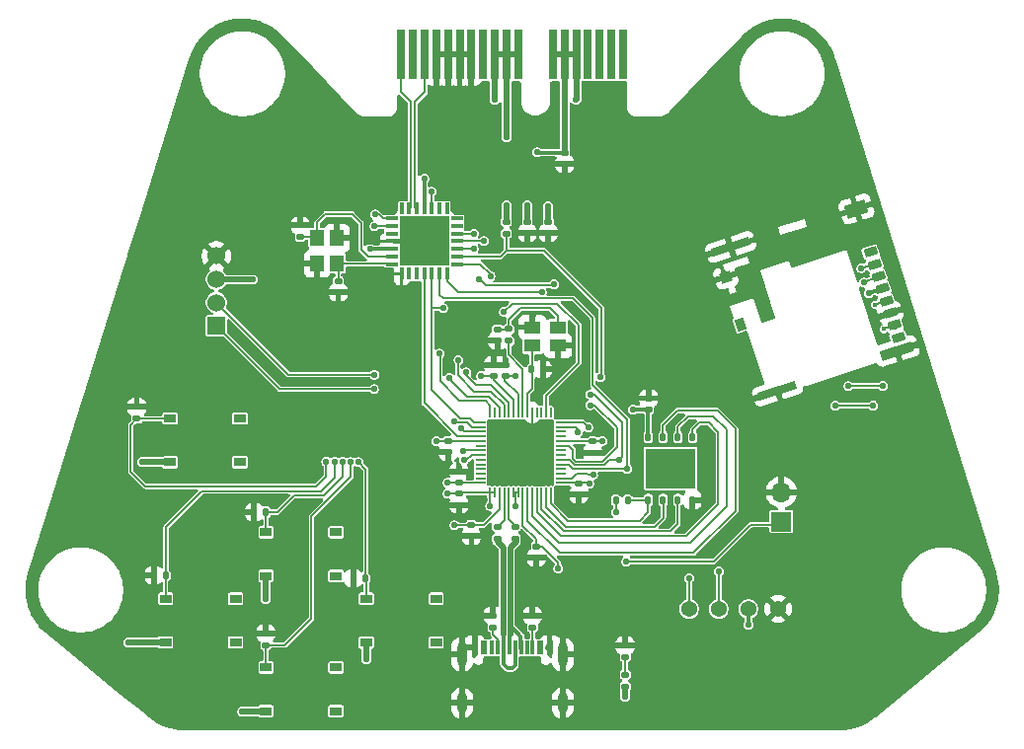
<source format=gbr>
%TF.GenerationSoftware,KiCad,Pcbnew,9.0.0*%
%TF.CreationDate,2025-05-31T20:06:24-04:00*%
%TF.ProjectId,status,73746174-7573-42e6-9b69-6361645f7063,rev?*%
%TF.SameCoordinates,Original*%
%TF.FileFunction,Copper,L1,Top*%
%TF.FilePolarity,Positive*%
%FSLAX46Y46*%
G04 Gerber Fmt 4.6, Leading zero omitted, Abs format (unit mm)*
G04 Created by KiCad (PCBNEW 9.0.0) date 2025-05-31 20:06:24*
%MOMM*%
%LPD*%
G01*
G04 APERTURE LIST*
G04 Aperture macros list*
%AMRoundRect*
0 Rectangle with rounded corners*
0 $1 Rounding radius*
0 $2 $3 $4 $5 $6 $7 $8 $9 X,Y pos of 4 corners*
0 Add a 4 corners polygon primitive as box body*
4,1,4,$2,$3,$4,$5,$6,$7,$8,$9,$2,$3,0*
0 Add four circle primitives for the rounded corners*
1,1,$1+$1,$2,$3*
1,1,$1+$1,$4,$5*
1,1,$1+$1,$6,$7*
1,1,$1+$1,$8,$9*
0 Add four rect primitives between the rounded corners*
20,1,$1+$1,$2,$3,$4,$5,0*
20,1,$1+$1,$4,$5,$6,$7,0*
20,1,$1+$1,$6,$7,$8,$9,0*
20,1,$1+$1,$8,$9,$2,$3,0*%
%AMRotRect*
0 Rectangle, with rotation*
0 The origin of the aperture is its center*
0 $1 length*
0 $2 width*
0 $3 Rotation angle, in degrees counterclockwise*
0 Add horizontal line*
21,1,$1,$2,0,0,$3*%
G04 Aperture macros list end*
%TA.AperFunction,SMDPad,CuDef*%
%ADD10RoundRect,0.125000X0.125000X-0.250000X0.125000X0.250000X-0.125000X0.250000X-0.125000X-0.250000X0*%
%TD*%
%TA.AperFunction,HeatsinkPad*%
%ADD11R,4.300000X3.400000*%
%TD*%
%TA.AperFunction,SMDPad,CuDef*%
%ADD12RoundRect,0.140000X0.170000X-0.140000X0.170000X0.140000X-0.170000X0.140000X-0.170000X-0.140000X0*%
%TD*%
%TA.AperFunction,SMDPad,CuDef*%
%ADD13RoundRect,0.135000X-0.185000X0.135000X-0.185000X-0.135000X0.185000X-0.135000X0.185000X0.135000X0*%
%TD*%
%TA.AperFunction,SMDPad,CuDef*%
%ADD14RoundRect,0.135000X0.185000X-0.135000X0.185000X0.135000X-0.185000X0.135000X-0.185000X-0.135000X0*%
%TD*%
%TA.AperFunction,SMDPad,CuDef*%
%ADD15RoundRect,0.135000X0.135000X0.185000X-0.135000X0.185000X-0.135000X-0.185000X0.135000X-0.185000X0*%
%TD*%
%TA.AperFunction,SMDPad,CuDef*%
%ADD16RoundRect,0.140000X-0.170000X0.140000X-0.170000X-0.140000X0.170000X-0.140000X0.170000X0.140000X0*%
%TD*%
%TA.AperFunction,SMDPad,CuDef*%
%ADD17RoundRect,0.147500X-0.172500X0.147500X-0.172500X-0.147500X0.172500X-0.147500X0.172500X0.147500X0*%
%TD*%
%TA.AperFunction,SMDPad,CuDef*%
%ADD18RotRect,0.700000X1.100000X288.000000*%
%TD*%
%TA.AperFunction,SMDPad,CuDef*%
%ADD19RotRect,0.900000X0.930000X288.000000*%
%TD*%
%TA.AperFunction,SMDPad,CuDef*%
%ADD20RotRect,1.050000X0.780000X288.000000*%
%TD*%
%TA.AperFunction,SMDPad,CuDef*%
%ADD21RotRect,1.140000X1.830000X288.000000*%
%TD*%
%TA.AperFunction,SMDPad,CuDef*%
%ADD22RotRect,0.860000X2.800000X288.000000*%
%TD*%
%TA.AperFunction,SMDPad,CuDef*%
%ADD23RotRect,0.700000X3.330000X288.000000*%
%TD*%
%TA.AperFunction,ComponentPad*%
%ADD24C,1.371600*%
%TD*%
%TA.AperFunction,SMDPad,CuDef*%
%ADD25R,1.000000X0.750000*%
%TD*%
%TA.AperFunction,ComponentPad*%
%ADD26R,1.524000X1.524000*%
%TD*%
%TA.AperFunction,ComponentPad*%
%ADD27C,1.524000*%
%TD*%
%TA.AperFunction,SMDPad,CuDef*%
%ADD28R,0.600000X1.160000*%
%TD*%
%TA.AperFunction,SMDPad,CuDef*%
%ADD29R,0.300000X1.160000*%
%TD*%
%TA.AperFunction,ComponentPad*%
%ADD30O,0.900000X2.000000*%
%TD*%
%TA.AperFunction,ComponentPad*%
%ADD31O,0.900000X1.700000*%
%TD*%
%TA.AperFunction,SMDPad,CuDef*%
%ADD32R,1.400000X1.100000*%
%TD*%
%TA.AperFunction,ComponentPad*%
%ADD33R,1.700000X1.700000*%
%TD*%
%TA.AperFunction,ComponentPad*%
%ADD34O,1.700000X1.700000*%
%TD*%
%TA.AperFunction,SMDPad,CuDef*%
%ADD35R,1.016000X0.304800*%
%TD*%
%TA.AperFunction,SMDPad,CuDef*%
%ADD36R,0.304800X1.016000*%
%TD*%
%TA.AperFunction,SMDPad,CuDef*%
%ADD37R,4.191000X4.191000*%
%TD*%
%TA.AperFunction,SMDPad,CuDef*%
%ADD38R,1.200000X1.400000*%
%TD*%
%TA.AperFunction,SMDPad,CuDef*%
%ADD39RoundRect,0.050000X0.387500X0.050000X-0.387500X0.050000X-0.387500X-0.050000X0.387500X-0.050000X0*%
%TD*%
%TA.AperFunction,SMDPad,CuDef*%
%ADD40RoundRect,0.050000X0.050000X0.387500X-0.050000X0.387500X-0.050000X-0.387500X0.050000X-0.387500X0*%
%TD*%
%TA.AperFunction,HeatsinkPad*%
%ADD41R,3.200000X3.200000*%
%TD*%
%TA.AperFunction,SMDPad,CuDef*%
%ADD42RoundRect,0.140000X-0.140000X-0.170000X0.140000X-0.170000X0.140000X0.170000X-0.140000X0.170000X0*%
%TD*%
%TA.AperFunction,ConnectorPad*%
%ADD43R,0.700000X4.300000*%
%TD*%
%TA.AperFunction,ViaPad*%
%ADD44C,0.550000*%
%TD*%
%TA.AperFunction,ViaPad*%
%ADD45C,0.400000*%
%TD*%
%TA.AperFunction,Conductor*%
%ADD46C,0.150000*%
%TD*%
%TA.AperFunction,Conductor*%
%ADD47C,0.200000*%
%TD*%
%TA.AperFunction,Conductor*%
%ADD48C,0.340000*%
%TD*%
%TA.AperFunction,Conductor*%
%ADD49C,0.540000*%
%TD*%
%TA.AperFunction,Conductor*%
%ADD50C,0.304800*%
%TD*%
%TA.AperFunction,Conductor*%
%ADD51C,0.500000*%
%TD*%
%TA.AperFunction,Conductor*%
%ADD52C,0.300000*%
%TD*%
%TA.AperFunction,Conductor*%
%ADD53C,0.480000*%
%TD*%
G04 APERTURE END LIST*
D10*
%TO.P,U4,1,~{CS}*%
%TO.N,/QSPI_SS*%
X158070449Y-102356000D03*
%TO.P,U4,2,DO(IO1)*%
%TO.N,/QSPI_SD1*%
X159340449Y-102356000D03*
%TO.P,U4,3,IO2*%
%TO.N,/QSPI_SD2*%
X160610449Y-102356000D03*
%TO.P,U4,4,GND*%
%TO.N,GND*%
X161880449Y-102356000D03*
%TO.P,U4,5,DI(IO0)*%
%TO.N,/QSPI_SD0*%
X161880449Y-96956000D03*
%TO.P,U4,6,CLK*%
%TO.N,/QSPI_CLK*%
X160610449Y-96956000D03*
%TO.P,U4,7,IO3*%
%TO.N,/QSPI_SD3*%
X159340449Y-96956000D03*
%TO.P,U4,8,VCC*%
%TO.N,+3.3V*%
X158070449Y-96956000D03*
D11*
%TO.P,U4,9*%
%TO.N,N/C*%
X159975449Y-99656000D03*
%TD*%
D12*
%TO.P,C15,1*%
%TO.N,GND*%
X153339800Y-98295400D03*
%TO.P,C15,2*%
%TO.N,+3.3V*%
X153339800Y-97335400D03*
%TD*%
%TO.P,C7,1*%
%TO.N,GND*%
X152146000Y-101876800D03*
%TO.P,C7,2*%
%TO.N,+3.3V*%
X152146000Y-100916800D03*
%TD*%
D13*
%TO.P,R13,1*%
%TO.N,+3.3V*%
X145923000Y-78486000D03*
%TO.P,R13,2*%
%TO.N,/RESET*%
X145923000Y-79506000D03*
%TD*%
D14*
%TO.P,R8,1*%
%TO.N,/Push_Down*%
X125300000Y-114810000D03*
%TO.P,R8,2*%
%TO.N,GND*%
X125300000Y-113790000D03*
%TD*%
D15*
%TO.P,R7,1*%
%TO.N,/Push_Left*%
X116710000Y-108800000D03*
%TO.P,R7,2*%
%TO.N,GND*%
X115690000Y-108800000D03*
%TD*%
D16*
%TO.P,C5,1*%
%TO.N,+3.3V*%
X147713700Y-78496000D03*
%TO.P,C5,2*%
%TO.N,GND*%
X147713700Y-79456000D03*
%TD*%
D12*
%TO.P,C12,1*%
%TO.N,GND*%
X141846600Y-102775600D03*
%TO.P,C12,2*%
%TO.N,+3.3V*%
X141846600Y-101815600D03*
%TD*%
D16*
%TO.P,C10,1*%
%TO.N,GND*%
X144805400Y-90756800D03*
%TO.P,C10,2*%
%TO.N,+1V1*%
X144805400Y-91716800D03*
%TD*%
D14*
%TO.P,R3,1*%
%TO.N,/X_OUT*%
X146125000Y-88710000D03*
%TO.P,R3,2*%
%TO.N,Net-(C18-Pad1)*%
X146125000Y-87690000D03*
%TD*%
D12*
%TO.P,C22,1*%
%TO.N,GND*%
X131500000Y-84530000D03*
%TO.P,C22,2*%
%TO.N,/OSC1*%
X131500000Y-83570000D03*
%TD*%
D17*
%TO.P,D1,1,K*%
%TO.N,GND*%
X156100000Y-114840000D03*
%TO.P,D1,2,A*%
%TO.N,Net-(D1-A)*%
X156100000Y-115810000D03*
%TD*%
D12*
%TO.P,C9,1*%
%TO.N,GND*%
X142925800Y-105458200D03*
%TO.P,C9,2*%
%TO.N,+1V1*%
X142925800Y-104498200D03*
%TD*%
D16*
%TO.P,C14,1*%
%TO.N,GND*%
X141833600Y-99900800D03*
%TO.P,C14,2*%
%TO.N,+3.3V*%
X141833600Y-100860800D03*
%TD*%
D18*
%TO.P,J4,1,DAT2*%
%TO.N,unconnected-(J4-DAT2-Pad1)*%
X177139232Y-81073265D03*
%TO.P,J4,2,CD/DAT3^2*%
%TO.N,/CS_SD*%
X177479151Y-82119427D03*
%TO.P,J4,3,CMD*%
%TO.N,/MOSI*%
X177819070Y-83165589D03*
%TO.P,J4,4,VDD*%
%TO.N,+3.3V*%
X178158989Y-84211751D03*
%TO.P,J4,5,CLK*%
%TO.N,/SCK*%
X178498907Y-85257914D03*
%TO.P,J4,6,VSS*%
%TO.N,GND*%
X178838826Y-86304076D03*
%TO.P,J4,7,DAT0*%
%TO.N,/MISO*%
X179178745Y-87350238D03*
%TO.P,J4,8,DAT1*%
%TO.N,unconnected-(J4-DAT1-Pad8)*%
X179518663Y-88396400D03*
D19*
%TO.P,J4,9,VSS__1*%
%TO.N,GND*%
X164731173Y-83222772D03*
D20*
%TO.P,J4,10,DETECT_SWITCH*%
%TO.N,unconnected-(J4-DETECT_SWITCH-Pad10)*%
X165977801Y-87302203D03*
D21*
%TO.P,J4,P1,SHIELD*%
%TO.N,GND*%
X175925981Y-77387801D03*
D22*
%TO.P,J4,P2,SHIELD__1*%
X179376872Y-89578050D03*
D23*
%TO.P,J4,P3,SHIELD__2*%
X165158611Y-80655010D03*
%TO.P,J4,P4,SHIELD__3*%
X169163471Y-92980702D03*
%TD*%
D13*
%TO.P,R14,1*%
%TO.N,Net-(D1-A)*%
X156100000Y-117340000D03*
%TO.P,R14,2*%
%TO.N,+3.3V*%
X156100000Y-118360000D03*
%TD*%
D24*
%TO.P,J2,1,1*%
%TO.N,/SDA*%
X161590000Y-111710500D03*
%TO.P,J2,2,2*%
%TO.N,/SCL*%
X164130000Y-111710500D03*
%TO.P,J2,3,3*%
%TO.N,+3.3V*%
X166670000Y-111710500D03*
%TO.P,J2,4,4*%
%TO.N,GND*%
X169210000Y-111710500D03*
%TD*%
D14*
%TO.P,R15,1*%
%TO.N,/RUN*%
X114225000Y-95395000D03*
%TO.P,R15,2*%
%TO.N,GND*%
X114225000Y-94375000D03*
%TD*%
D15*
%TO.P,R9,1*%
%TO.N,/Push_Right*%
X133810000Y-109100000D03*
%TO.P,R9,2*%
%TO.N,GND*%
X132790000Y-109100000D03*
%TD*%
D25*
%TO.P,S7,A*%
%TO.N,/Push_Left*%
X116700000Y-110825000D03*
%TO.P,S7,B*%
%TO.N,N/C*%
X122700000Y-110825000D03*
%TO.P,S7,C*%
%TO.N,+3.3V*%
X116700000Y-114575000D03*
%TO.P,S7,D*%
%TO.N,N/C*%
X122700000Y-114575000D03*
%TD*%
D26*
%TO.P,J3,1,Pin_1*%
%TO.N,/SWCLK*%
X121050000Y-87425000D03*
D27*
%TO.P,J3,2,Pin_2*%
%TO.N,/SWD*%
X121050000Y-85425000D03*
%TO.P,J3,3,Pin_3*%
%TO.N,+3.3V*%
X121050000Y-83425000D03*
%TO.P,J3,4,Pin_4*%
%TO.N,GND*%
X121050000Y-81425000D03*
%TD*%
D28*
%TO.P,J6,A1,GND*%
%TO.N,GND*%
X143220000Y-115030000D03*
%TO.P,J6,A4,VBUS*%
%TO.N,unconnected-(J6-VBUS-PadA4)_2*%
X144020000Y-115030000D03*
D29*
%TO.P,J6,A5,CC1*%
%TO.N,Net-(J6-CC1)*%
X145170000Y-115030000D03*
%TO.P,J6,A6,D+*%
%TO.N,/USB_P*%
X146170000Y-115030000D03*
%TO.P,J6,A7,D-*%
%TO.N,/USB_N*%
X146670000Y-115030000D03*
%TO.P,J6,A8,SBU1*%
%TO.N,unconnected-(J6-SBU1-PadA8)*%
X147670000Y-115030000D03*
D28*
%TO.P,J6,A9,VBUS*%
%TO.N,unconnected-(J6-VBUS-PadA4)_1*%
X148820000Y-115030000D03*
%TO.P,J6,A12,GND*%
%TO.N,GND*%
X149620000Y-115030000D03*
%TO.P,J6,B1,GND*%
X149620000Y-115030000D03*
%TO.P,J6,B4,VBUS*%
%TO.N,unconnected-(J6-VBUS-PadA4)_3*%
X148820000Y-115030000D03*
D29*
%TO.P,J6,B5,CC2*%
%TO.N,Net-(J6-CC2)*%
X148170000Y-115030000D03*
%TO.P,J6,B6,D+*%
%TO.N,/USB_P*%
X147170000Y-115030000D03*
%TO.P,J6,B7,D-*%
%TO.N,/USB_N*%
X145670000Y-115030000D03*
%TO.P,J6,B8,SBU2*%
%TO.N,unconnected-(J6-SBU2-PadB8)*%
X144670000Y-115030000D03*
D28*
%TO.P,J6,B9,VBUS*%
%TO.N,unconnected-(J6-VBUS-PadA4)*%
X144020000Y-115030000D03*
%TO.P,J6,B12,GND*%
%TO.N,GND*%
X143220000Y-115030000D03*
D30*
%TO.P,J6,S1,SHIELD*%
X142100000Y-115610000D03*
D31*
X142100000Y-119780000D03*
D30*
X150740000Y-115610000D03*
D31*
X150740000Y-119780000D03*
%TD*%
D32*
%TO.P,X1,1,1*%
%TO.N,/X_IN*%
X148150400Y-89133701D03*
%TO.P,X1,2,2*%
%TO.N,GND*%
X150350400Y-89133701D03*
%TO.P,X1,3,3*%
%TO.N,Net-(C18-Pad1)*%
X150350400Y-87533699D03*
%TO.P,X1,4,4*%
%TO.N,GND*%
X148150400Y-87533699D03*
%TD*%
D16*
%TO.P,C4,1*%
%TO.N,+3.3V*%
X149504400Y-78496000D03*
%TO.P,C4,2*%
%TO.N,GND*%
X149504400Y-79456000D03*
%TD*%
D33*
%TO.P,J7,1,Pin_1*%
%TO.N,/~{USB_BOOT_S}*%
X169490000Y-104225000D03*
D34*
%TO.P,J7,2,Pin_2*%
%TO.N,GND*%
X169490000Y-101685000D03*
%TD*%
D13*
%TO.P,R5,1*%
%TO.N,Net-(U2-USB_DM)*%
X145150000Y-104646000D03*
%TO.P,R5,2*%
%TO.N,/USB_N*%
X145150000Y-105666000D03*
%TD*%
D16*
%TO.P,C18,1*%
%TO.N,Net-(C18-Pad1)*%
X145150000Y-87720000D03*
%TO.P,C18,2*%
%TO.N,GND*%
X145150000Y-88680000D03*
%TD*%
%TO.P,C6,1*%
%TO.N,GND*%
X128250000Y-78795000D03*
%TO.P,C6,2*%
%TO.N,/OSC2*%
X128250000Y-79755000D03*
%TD*%
D25*
%TO.P,S9,A*%
%TO.N,/Push_Down*%
X125300000Y-116725000D03*
%TO.P,S9,B*%
%TO.N,N/C*%
X131300000Y-116725000D03*
%TO.P,S9,C*%
%TO.N,+3.3V*%
X125300000Y-120475000D03*
%TO.P,S9,D*%
%TO.N,N/C*%
X131300000Y-120475000D03*
%TD*%
D16*
%TO.P,C17,1*%
%TO.N,GND*%
X158115000Y-93627000D03*
%TO.P,C17,2*%
%TO.N,+3.3V*%
X158115000Y-94587000D03*
%TD*%
D35*
%TO.P,U1,1,\u002ACS*%
%TO.N,/CS*%
X141674000Y-82114001D03*
%TO.P,U1,2,\u002ARESET*%
%TO.N,/RESET*%
X141674000Y-81464000D03*
%TO.P,U1,3,VDD*%
%TO.N,+3.3V*%
X141674000Y-80813999D03*
%TO.P,U1,4,TXCAN*%
%TO.N,/TX*%
X141674000Y-80164000D03*
%TO.P,U1,5,RXCAN*%
%TO.N,/RX*%
X141674000Y-79514001D03*
%TO.P,U1,6,CLKOUT*%
%TO.N,unconnected-(U1-CLKOUT-Pad6)*%
X141674000Y-78864000D03*
%TO.P,U1,7,\u002ATX0RTS*%
%TO.N,unconnected-(U1-\u002ATX0RTS-Pad7)*%
X141674000Y-78214001D03*
D36*
%TO.P,U1,8,\u002ATX1RTS*%
%TO.N,unconnected-(U1-\u002ATX1RTS-Pad8)*%
X140830001Y-77370000D03*
%TO.P,U1,9,\u002ATX2RTS*%
%TO.N,unconnected-(U1-\u002ATX2RTS-Pad9)*%
X140180000Y-77370000D03*
%TO.P,U1,10,RXD*%
%TO.N,/RX*%
X139530001Y-77370000D03*
%TO.P,U1,11,VIO*%
%TO.N,+3.3V*%
X138880000Y-77370000D03*
%TO.P,U1,12,CANL*%
%TO.N,/CANL*%
X138230001Y-77370000D03*
%TO.P,U1,13,CANH*%
%TO.N,/CANH*%
X137580000Y-77370000D03*
%TO.P,U1,14,NC*%
%TO.N,unconnected-(U1-NC-Pad14)*%
X136930001Y-77370000D03*
D35*
%TO.P,U1,15,STBY*%
%TO.N,/STBY*%
X136086000Y-78213999D03*
%TO.P,U1,16,TXD*%
%TO.N,/TX*%
X136086000Y-78864000D03*
%TO.P,U1,17,NC*%
%TO.N,unconnected-(U1-NC-Pad17)*%
X136086000Y-79513999D03*
%TO.P,U1,18,VSS*%
%TO.N,GND*%
X136086000Y-80164000D03*
%TO.P,U1,19,VDDA*%
%TO.N,+5V*%
X136086000Y-80813999D03*
%TO.P,U1,20,OSC2*%
%TO.N,/OSC2*%
X136086000Y-81464000D03*
%TO.P,U1,21,OSC1*%
%TO.N,/OSC1*%
X136086000Y-82113999D03*
D36*
%TO.P,U1,22,GND*%
%TO.N,GND*%
X136929999Y-82958000D03*
%TO.P,U1,23,\u002ARX1BF*%
%TO.N,unconnected-(U1-\u002ARX1BF-Pad23)*%
X137580000Y-82958000D03*
%TO.P,U1,24,\u002ARX0BF*%
%TO.N,unconnected-(U1-\u002ARX0BF-Pad24)*%
X138229999Y-82958000D03*
%TO.P,U1,25,\u002AINT*%
%TO.N,/INT*%
X138880000Y-82958000D03*
%TO.P,U1,26,SCK*%
%TO.N,/SCK*%
X139529999Y-82958000D03*
%TO.P,U1,27,SI*%
%TO.N,/MOSI*%
X140180000Y-82958000D03*
%TO.P,U1,28,SO*%
%TO.N,/MISO*%
X140829999Y-82958000D03*
D37*
%TO.P,U1,29,EPAD*%
%TO.N,GND*%
X138880000Y-80164000D03*
%TD*%
D38*
%TO.P,Y1,1*%
%TO.N,/OSC1*%
X131400000Y-82075000D03*
%TO.P,Y1,2*%
%TO.N,GND*%
X131400000Y-79875000D03*
%TO.P,Y1,3*%
%TO.N,/OSC2*%
X129700000Y-79875000D03*
%TO.P,Y1,4*%
%TO.N,GND*%
X129700000Y-82075000D03*
%TD*%
D16*
%TO.P,C20,1*%
%TO.N,GND*%
X145821400Y-90756800D03*
%TO.P,C20,2*%
%TO.N,+3.3V*%
X145821400Y-91716800D03*
%TD*%
D13*
%TO.P,R4,1*%
%TO.N,Net-(U2-USB_DP)*%
X146685000Y-104646000D03*
%TO.P,R4,2*%
%TO.N,/USB_P*%
X146685000Y-105666000D03*
%TD*%
D25*
%TO.P,S11,A*%
%TO.N,/RUN*%
X117075000Y-95375000D03*
%TO.P,S11,B*%
%TO.N,N/C*%
X123075000Y-95375000D03*
%TO.P,S11,C*%
%TO.N,+3.3V*%
X117075000Y-99125000D03*
%TO.P,S11,D*%
%TO.N,N/C*%
X123075000Y-99125000D03*
%TD*%
D39*
%TO.P,U2,1,IOVDD*%
%TO.N,+3.3V*%
X150567500Y-100902500D03*
%TO.P,U2,2,GPIO0*%
%TO.N,/STBY*%
X150567500Y-100502500D03*
%TO.P,U2,3,GPIO1*%
%TO.N,unconnected-(U2-GPIO1-Pad3)*%
X150567500Y-100102500D03*
%TO.P,U2,4,GPIO2*%
%TO.N,unconnected-(U2-GPIO2-Pad4)*%
X150567500Y-99702500D03*
%TO.P,U2,5,GPIO3*%
%TO.N,/MOSI*%
X150567500Y-99302500D03*
%TO.P,U2,6,GPIO4*%
%TO.N,/MISO*%
X150567500Y-98902500D03*
%TO.P,U2,7,GPIO5*%
%TO.N,unconnected-(U2-GPIO5-Pad7)*%
X150567500Y-98502500D03*
%TO.P,U2,8,GPIO6*%
%TO.N,unconnected-(U2-GPIO6-Pad8)*%
X150567500Y-98102500D03*
%TO.P,U2,9,GPIO7*%
%TO.N,/RESET*%
X150567500Y-97702500D03*
%TO.P,U2,10,IOVDD*%
%TO.N,+3.3V*%
X150567500Y-97302500D03*
%TO.P,U2,11,GPIO8*%
%TO.N,unconnected-(U2-GPIO8-Pad11)*%
X150567500Y-96902500D03*
%TO.P,U2,12,GPIO9*%
%TO.N,unconnected-(U2-GPIO9-Pad12)*%
X150567500Y-96502500D03*
%TO.P,U2,13,GPIO10*%
%TO.N,/SDA*%
X150567500Y-96102500D03*
%TO.P,U2,14,GPIO11*%
%TO.N,/SCL*%
X150567500Y-95702500D03*
D40*
%TO.P,U2,15,GPIO12*%
%TO.N,unconnected-(U2-GPIO12-Pad15)*%
X149730000Y-94865000D03*
%TO.P,U2,16,GPIO13*%
%TO.N,/CS_SD*%
X149330000Y-94865000D03*
%TO.P,U2,17,GPIO14*%
%TO.N,unconnected-(U2-GPIO14-Pad17)*%
X148930000Y-94865000D03*
%TO.P,U2,18,GPIO15*%
%TO.N,unconnected-(U2-GPIO15-Pad18)*%
X148530000Y-94865000D03*
%TO.P,U2,19,TESTEN*%
%TO.N,GND*%
X148130000Y-94865000D03*
%TO.P,U2,20,XIN*%
%TO.N,/X_IN*%
X147730000Y-94865000D03*
%TO.P,U2,21,XOUT*%
%TO.N,/X_OUT*%
X147330000Y-94865000D03*
%TO.P,U2,22,IOVDD*%
%TO.N,+3.3V*%
X146930000Y-94865000D03*
%TO.P,U2,23,DVDD*%
%TO.N,+1V1*%
X146530000Y-94865000D03*
%TO.P,U2,24,SWCLK*%
%TO.N,/SWCLK*%
X146130000Y-94865000D03*
%TO.P,U2,25,SWD*%
%TO.N,/SWD*%
X145730000Y-94865000D03*
%TO.P,U2,26,RUN*%
%TO.N,/RUN*%
X145330000Y-94865000D03*
%TO.P,U2,27,GPIO16*%
%TO.N,unconnected-(U2-GPIO16-Pad27)*%
X144930000Y-94865000D03*
%TO.P,U2,28,GPIO17*%
%TO.N,/CS*%
X144530000Y-94865000D03*
D39*
%TO.P,U2,29,GPIO18*%
%TO.N,/SCK*%
X143692500Y-95702500D03*
%TO.P,U2,30,GPIO19*%
%TO.N,/Push_Left*%
X143692500Y-96102500D03*
%TO.P,U2,31,GPIO20*%
%TO.N,/Push_Up*%
X143692500Y-96502500D03*
%TO.P,U2,32,GPIO21*%
%TO.N,/INT*%
X143692500Y-96902500D03*
%TO.P,U2,33,IOVDD*%
%TO.N,+3.3V*%
X143692500Y-97302500D03*
%TO.P,U2,34,GPIO22*%
%TO.N,unconnected-(U2-GPIO22-Pad34)*%
X143692500Y-97702500D03*
%TO.P,U2,35,GPIO23*%
%TO.N,/Push_Down*%
X143692500Y-98102500D03*
%TO.P,U2,36,GPIO24*%
%TO.N,/Push_Right*%
X143692500Y-98502500D03*
%TO.P,U2,37,GPIO25*%
%TO.N,unconnected-(U2-GPIO25-Pad37)*%
X143692500Y-98902500D03*
%TO.P,U2,38,GPIO26_ADC0*%
%TO.N,unconnected-(U2-GPIO26_ADC0-Pad38)*%
X143692500Y-99302500D03*
%TO.P,U2,39,GPIO27_ADC1*%
%TO.N,unconnected-(U2-GPIO27_ADC1-Pad39)*%
X143692500Y-99702500D03*
%TO.P,U2,40,GPIO28_ADC2*%
%TO.N,unconnected-(U2-GPIO28_ADC2-Pad40)*%
X143692500Y-100102500D03*
%TO.P,U2,41,GPIO29_ADC3*%
%TO.N,unconnected-(U2-GPIO29_ADC3-Pad41)*%
X143692500Y-100502500D03*
%TO.P,U2,42,IOVDD*%
%TO.N,+3.3V*%
X143692500Y-100902500D03*
D40*
%TO.P,U2,43,ADC_AVDD*%
X144530000Y-101740000D03*
%TO.P,U2,44,VREG_IN*%
X144930000Y-101740000D03*
%TO.P,U2,45,VREG_VOUT*%
%TO.N,+1V1*%
X145330000Y-101740000D03*
%TO.P,U2,46,USB_DM*%
%TO.N,Net-(U2-USB_DM)*%
X145730000Y-101740000D03*
%TO.P,U2,47,USB_DP*%
%TO.N,Net-(U2-USB_DP)*%
X146130000Y-101740000D03*
%TO.P,U2,48,USB_VDD*%
%TO.N,+3.3V*%
X146530000Y-101740000D03*
%TO.P,U2,49,IOVDD*%
X146930000Y-101740000D03*
%TO.P,U2,50,DVDD*%
%TO.N,+1V1*%
X147330000Y-101740000D03*
%TO.P,U2,51,QSPI_SD3*%
%TO.N,/QSPI_SD3*%
X147730000Y-101740000D03*
%TO.P,U2,52,QSPI_SCLK*%
%TO.N,/QSPI_CLK*%
X148130000Y-101740000D03*
%TO.P,U2,53,QSPI_SD0*%
%TO.N,/QSPI_SD0*%
X148530000Y-101740000D03*
%TO.P,U2,54,QSPI_SD2*%
%TO.N,/QSPI_SD2*%
X148930000Y-101740000D03*
%TO.P,U2,55,QSPI_SD1*%
%TO.N,/QSPI_SD1*%
X149330000Y-101740000D03*
%TO.P,U2,56,QSPI_SS*%
%TO.N,/QSPI_SS*%
X149730000Y-101740000D03*
D41*
%TO.P,U2,57,GND*%
%TO.N,GND*%
X147130000Y-98302500D03*
%TD*%
D15*
%TO.P,R10,1*%
%TO.N,/Push_Up*%
X125310000Y-103400000D03*
%TO.P,R10,2*%
%TO.N,GND*%
X124290000Y-103400000D03*
%TD*%
D13*
%TO.P,R11,1*%
%TO.N,GND*%
X144780000Y-112266000D03*
%TO.P,R11,2*%
%TO.N,Net-(J6-CC1)*%
X144780000Y-113286000D03*
%TD*%
D15*
%TO.P,R6,1*%
%TO.N,/QSPI_SS*%
X156339000Y-102362000D03*
%TO.P,R6,2*%
%TO.N,/~{USB_BOOT_S}*%
X155319000Y-102362000D03*
%TD*%
D13*
%TO.P,R12,1*%
%TO.N,GND*%
X148160000Y-112266000D03*
%TO.P,R12,2*%
%TO.N,Net-(J6-CC2)*%
X148160000Y-113286000D03*
%TD*%
D42*
%TO.P,C23,1*%
%TO.N,/X_IN*%
X148084600Y-91160600D03*
%TO.P,C23,2*%
%TO.N,GND*%
X149044600Y-91160600D03*
%TD*%
D25*
%TO.P,S8,A*%
%TO.N,/Push_Up*%
X125300000Y-105125000D03*
%TO.P,S8,B*%
%TO.N,N/C*%
X131300000Y-105125000D03*
%TO.P,S8,C*%
%TO.N,+3.3V*%
X125300000Y-108875000D03*
%TO.P,S8,D*%
%TO.N,N/C*%
X131300000Y-108875000D03*
%TD*%
D12*
%TO.P,C8,1*%
%TO.N,GND*%
X148488400Y-107312400D03*
%TO.P,C8,2*%
%TO.N,+1V1*%
X148488400Y-106352400D03*
%TD*%
%TO.P,C16,1*%
%TO.N,GND*%
X140919200Y-98244600D03*
%TO.P,C16,2*%
%TO.N,+3.3V*%
X140919200Y-97284600D03*
%TD*%
D25*
%TO.P,S10,A*%
%TO.N,/Push_Right*%
X133900000Y-110825000D03*
%TO.P,S10,B*%
%TO.N,N/C*%
X139900000Y-110825000D03*
%TO.P,S10,C*%
%TO.N,+3.3V*%
X133900000Y-114575000D03*
%TO.P,S10,D*%
%TO.N,N/C*%
X139900000Y-114575000D03*
%TD*%
D12*
%TO.P,C3,1*%
%TO.N,GND*%
X150926800Y-73530400D03*
%TO.P,C3,2*%
%TO.N,+5V*%
X150926800Y-72570400D03*
%TD*%
D43*
%TO.P,J1,A1,~{PRSNT1}*%
%TO.N,/CANH*%
X136913000Y-64138595D03*
%TO.P,J1,A2,+12V*%
%TO.N,unconnected-(J1-+12V-PadA2)*%
X137913000Y-64138595D03*
%TO.P,J1,A3,+12V*%
%TO.N,/CANL*%
X138913000Y-64138595D03*
%TO.P,J1,A4,GND*%
%TO.N,GND*%
X139913000Y-64138595D03*
%TO.P,J1,A5,JTAG2*%
X140913000Y-64138595D03*
%TO.P,J1,A6,JTAG3*%
X141913000Y-64138595D03*
%TO.P,J1,A7,JTAG4*%
X142913000Y-64138595D03*
%TO.P,J1,A8,JTAG5*%
%TO.N,unconnected-(J1-JTAG5-PadA8)*%
X143913000Y-64138595D03*
%TO.P,J1,A9,+3.3V*%
%TO.N,+3.3V*%
X144913000Y-64138595D03*
%TO.P,J1,A10,+3.3V*%
X145913000Y-64138595D03*
%TO.P,J1,A11,~{PERST}*%
X146913000Y-64138595D03*
%TO.P,J1,A12,GND*%
%TO.N,+5V*%
X149913000Y-64138595D03*
%TO.P,J1,A13,REFCLK+*%
X150913000Y-64138595D03*
%TO.P,J1,A14,REFCLK-*%
X151913000Y-64138595D03*
%TO.P,J1,A15,GND*%
%TO.N,unconnected-(J1-GND-PadA15)*%
X152913000Y-64138595D03*
%TO.P,J1,A16,PERp0*%
%TO.N,unconnected-(J1-PERp0-PadA16)*%
X153913000Y-64138595D03*
%TO.P,J1,A17,PERn0*%
%TO.N,unconnected-(J1-PERn0-PadA17)*%
X154913000Y-64138595D03*
%TO.P,J1,A18,GND*%
%TO.N,unconnected-(J1-GND-PadA18)*%
X155913000Y-64138595D03*
%TD*%
D44*
%TO.N,+1V1*%
X143750000Y-91725000D03*
X141475000Y-104525000D03*
X150375000Y-108250000D03*
%TO.N,/CS_SD*%
X145719800Y-86233000D03*
X176350000Y-82475000D03*
%TO.N,GND*%
X154305000Y-121285000D03*
X149860000Y-121285000D03*
X167640000Y-106680000D03*
X159385000Y-121285000D03*
X149860000Y-111760000D03*
X140106400Y-81281600D03*
X147243800Y-96139000D03*
X143510000Y-121285000D03*
X177800000Y-111760000D03*
X115620800Y-82016600D03*
X152857200Y-117271800D03*
X163372800Y-100634800D03*
X138912600Y-81281600D03*
X173990000Y-121285000D03*
X152298400Y-98069400D03*
X176809400Y-98399600D03*
X177800000Y-119380000D03*
X134620000Y-76200000D03*
X176606200Y-74472800D03*
X145161000Y-96088200D03*
X123175000Y-118275000D03*
X180187600Y-100685600D03*
X152247600Y-107899200D03*
X154127200Y-78994000D03*
X127965200Y-90373200D03*
X142240000Y-111760000D03*
X172500000Y-112375000D03*
X148183600Y-86487000D03*
X149377400Y-98374200D03*
X145084800Y-98323400D03*
X138912600Y-80168500D03*
X124460000Y-96520000D03*
X124460000Y-86360000D03*
X119380000Y-91440000D03*
X175260000Y-71120000D03*
X165075000Y-89825000D03*
X119380000Y-106680000D03*
X151460200Y-93395800D03*
X129540000Y-71120000D03*
X116840000Y-96520000D03*
X124950000Y-107400000D03*
X108991400Y-102793800D03*
X137718800Y-80214800D03*
X173863000Y-111963200D03*
X137625000Y-107525000D03*
X127000000Y-76200000D03*
X131572000Y-88925400D03*
X160020000Y-116840000D03*
X138725000Y-104950000D03*
X134924800Y-95224600D03*
X132825000Y-79825000D03*
X147116800Y-100482400D03*
X160825000Y-81225000D03*
X150672800Y-90855800D03*
X147320000Y-106680000D03*
X134620000Y-101600000D03*
X106680000Y-106680000D03*
X180340000Y-96520000D03*
X129540000Y-96520000D03*
X159425000Y-78175000D03*
X165150000Y-105050000D03*
X163372800Y-97180400D03*
X147130000Y-98302500D03*
X137160000Y-71120000D03*
X165912800Y-116560600D03*
X111760000Y-116840000D03*
X156743400Y-83083400D03*
X166624000Y-102006400D03*
X117475000Y-121285000D03*
X133400000Y-120250000D03*
X135229600Y-88646000D03*
X146685000Y-119380000D03*
X136779000Y-117246400D03*
X183515000Y-114300000D03*
X154025600Y-95986600D03*
X137160000Y-86360000D03*
X114300000Y-111760000D03*
X180340000Y-91440000D03*
X157480000Y-119380000D03*
X186055000Y-106045000D03*
X173800000Y-92975000D03*
X114300000Y-86360000D03*
X161442400Y-103581200D03*
X138912600Y-79148000D03*
X124460000Y-111760000D03*
X141605000Y-71120000D03*
X132080000Y-106680000D03*
X143560800Y-77241400D03*
X157480000Y-91400000D03*
X160020000Y-71120000D03*
X158200000Y-86400000D03*
X165775000Y-79025000D03*
X137236200Y-120954800D03*
X159969200Y-103581200D03*
X123825000Y-71120000D03*
X180340000Y-116840000D03*
X114300000Y-101600000D03*
X142240000Y-86360000D03*
X182880000Y-101600000D03*
X172720000Y-106680000D03*
X140106400Y-80164000D03*
X168275000Y-71120000D03*
X142722600Y-100253800D03*
X158699200Y-103530400D03*
X125200000Y-81350000D03*
X160800000Y-89550000D03*
X125755400Y-99745800D03*
X144780000Y-116840000D03*
X152400000Y-71120000D03*
X143700000Y-87925000D03*
X148894800Y-92735400D03*
X111760000Y-106680000D03*
X165735000Y-121285000D03*
X134518400Y-79908400D03*
X145084800Y-100330000D03*
X144780000Y-71120000D03*
X129540000Y-86360000D03*
X149453600Y-96062800D03*
X132080000Y-111760000D03*
X111760000Y-96520000D03*
X142595600Y-74472800D03*
X137718800Y-81281600D03*
X154940000Y-111760000D03*
X162560000Y-76200000D03*
X149377400Y-100380800D03*
X130575000Y-114675000D03*
X162900000Y-87075000D03*
X170180000Y-76200000D03*
X140106400Y-79148000D03*
X180340000Y-106680000D03*
X119380000Y-116840000D03*
X165750000Y-76000000D03*
X167640000Y-96520000D03*
X172135800Y-95681800D03*
X111760000Y-91440000D03*
X157327600Y-74701400D03*
X137718800Y-79148000D03*
X118110000Y-71120000D03*
X164287200Y-73736200D03*
X147350000Y-81900000D03*
X148590000Y-71120000D03*
X119380000Y-76200000D03*
%TO.N,/MOSI*%
X156260800Y-99669600D03*
X176587500Y-83712500D03*
%TO.N,/MISO*%
X153136600Y-93294200D03*
X175250000Y-92600000D03*
X155549600Y-98907600D03*
X178200000Y-92575000D03*
D45*
X178275000Y-87700000D03*
D44*
X148945600Y-84556600D03*
%TO.N,/SCK*%
X149987000Y-83845400D03*
X143586200Y-83413600D03*
D45*
X177525000Y-85600000D03*
D44*
X140487400Y-85902800D03*
X174100000Y-94250000D03*
X177375000Y-94250000D03*
%TO.N,/SWCLK*%
X142494000Y-91414600D03*
X134569200Y-92862400D03*
%TO.N,/STBY*%
X134645400Y-77876400D03*
X153345000Y-100228400D03*
%TO.N,+3.3V*%
X140881400Y-101815600D03*
X143103600Y-80822800D03*
X166670000Y-113055000D03*
X125272800Y-110896400D03*
X153009600Y-100939600D03*
X147726400Y-77076300D03*
X133908800Y-116027200D03*
X145897600Y-71272400D03*
X149504400Y-77127100D03*
X123275000Y-120525000D03*
X113487200Y-114554000D03*
X114700000Y-99100000D03*
X139928600Y-97307400D03*
X140878800Y-100898600D03*
X156100000Y-119270000D03*
X144525000Y-102875000D03*
X138887200Y-74777600D03*
X124206000Y-83464400D03*
X154178000Y-97282000D03*
X177000000Y-84600000D03*
X146725000Y-102900000D03*
X144913000Y-68017000D03*
X146685000Y-91719400D03*
X145923000Y-77089000D03*
X156768800Y-94589600D03*
%TO.N,/TX*%
X144018000Y-80162400D03*
X134620000Y-78867000D03*
%TO.N,/RESET*%
X153098500Y-94221300D03*
X154000200Y-91795600D03*
%TO.N,+5V*%
X148539200Y-72542400D03*
X151900000Y-68017000D03*
X134210800Y-80820000D03*
%TO.N,/RX*%
X139522200Y-75920600D03*
X143129000Y-79502000D03*
%TO.N,/CS*%
X144551400Y-83134200D03*
X140208000Y-89814400D03*
%TO.N,/SCL*%
X164150000Y-108500000D03*
X152933400Y-96139000D03*
%TO.N,/SDA*%
X161590000Y-109056800D03*
X152044400Y-96545400D03*
%TO.N,/~{USB_BOOT_S}*%
X156210000Y-107645200D03*
X155320000Y-103380000D03*
%TO.N,/SWD*%
X134575000Y-91600000D03*
X141808200Y-90347800D03*
%TO.N,/Push_Left*%
X131175850Y-99085400D03*
X141452600Y-95656400D03*
%TO.N,/Push_Down*%
X142240000Y-98120200D03*
X132562600Y-99110800D03*
%TO.N,/Push_Right*%
X142265400Y-98958400D03*
X133223000Y-99110800D03*
%TO.N,/Push_Up*%
X142011400Y-96215200D03*
X131876800Y-99085400D03*
%TO.N,/RUN*%
X130479800Y-99060000D03*
X141039400Y-91897200D03*
%TD*%
D46*
%TO.N,/OSC2*%
X128273800Y-79778800D02*
X128250000Y-79755000D01*
X133451600Y-78587600D02*
X132689600Y-77825600D01*
X130374400Y-77825600D02*
X129675000Y-78525000D01*
X129675000Y-79778800D02*
X128273800Y-79778800D01*
X132689600Y-77825600D02*
X130374400Y-77825600D01*
X129675000Y-78525000D02*
X129675000Y-79778800D01*
X136086000Y-81464000D02*
X134042000Y-81464000D01*
X133451600Y-80873600D02*
X133451600Y-78587600D01*
X134042000Y-81464000D02*
X133451600Y-80873600D01*
%TO.N,/OSC1*%
X136072001Y-82100000D02*
X136086000Y-82113999D01*
X131475000Y-82100000D02*
X136072001Y-82100000D01*
X131500000Y-82125000D02*
X131475000Y-82100000D01*
X131500000Y-83570000D02*
X131500000Y-82125000D01*
D47*
%TO.N,+1V1*%
X147330000Y-104556400D02*
X148488400Y-105714800D01*
D46*
X142899000Y-104525000D02*
X142925800Y-104498200D01*
X148488400Y-106352400D02*
X148977400Y-106352400D01*
X148977400Y-106352400D02*
X150375000Y-107750000D01*
X143750000Y-91725000D02*
X143758200Y-91716800D01*
X143964600Y-104498200D02*
X142925800Y-104498200D01*
X143758200Y-91716800D02*
X144805400Y-91716800D01*
X146530000Y-93748800D02*
X146530000Y-94865000D01*
X144653000Y-91869200D02*
X144653000Y-91871800D01*
X144805400Y-91716800D02*
X144805400Y-92024200D01*
X141475000Y-104525000D02*
X142899000Y-104525000D01*
D47*
X147330000Y-103291800D02*
X147330000Y-104556400D01*
D46*
X144805400Y-92024200D02*
X146530000Y-93748800D01*
X145330000Y-101740000D02*
X145330000Y-103132800D01*
X150375000Y-107750000D02*
X150375000Y-108250000D01*
D47*
X148488400Y-105714800D02*
X148488400Y-106352400D01*
X147330000Y-103291800D02*
X147330000Y-101740000D01*
D46*
X145330000Y-103132800D02*
X143964600Y-104498200D01*
X144805400Y-91716800D02*
X144653000Y-91869200D01*
%TO.N,/X_IN*%
X148110000Y-89174101D02*
X148150400Y-89133701D01*
X148110000Y-92834400D02*
X148110000Y-89174101D01*
X147730000Y-93214400D02*
X148110000Y-92834400D01*
X147730000Y-94865000D02*
X147730000Y-93214400D01*
%TO.N,Net-(C18-Pad1)*%
X150325000Y-87147700D02*
X150325000Y-86545600D01*
X147142200Y-85877400D02*
X146125000Y-86894600D01*
X149656800Y-85877400D02*
X147142200Y-85877400D01*
X146125000Y-86894600D02*
X146125000Y-87715000D01*
X146125000Y-87715000D02*
X146120000Y-87720000D01*
X146120000Y-87720000D02*
X145150000Y-87720000D01*
X150325000Y-86545600D02*
X149656800Y-85877400D01*
%TO.N,/CS_SD*%
X152120600Y-87350600D02*
X150291800Y-85521800D01*
X176350000Y-82475000D02*
X177085716Y-82235951D01*
X149330000Y-94865000D02*
X149330000Y-93399200D01*
X152120600Y-90608600D02*
X152120600Y-87350600D01*
X177123578Y-82475000D02*
X177479151Y-82119427D01*
X150291800Y-85521800D02*
X146431000Y-85521800D01*
X146431000Y-85521800D02*
X145719800Y-86233000D01*
X149330000Y-93399200D02*
X152120600Y-90608600D01*
%TO.N,GND*%
X137668000Y-80164000D02*
X137718800Y-80214800D01*
X136086000Y-80164000D02*
X137668000Y-80164000D01*
X148130000Y-94865000D02*
X148130000Y-96009200D01*
%TO.N,/MOSI*%
X151245500Y-99302500D02*
X150567500Y-99302500D01*
X156286200Y-95453200D02*
X153314400Y-92481400D01*
X140180000Y-84757200D02*
X140180000Y-82958000D01*
X151638000Y-85064600D02*
X140487400Y-85064600D01*
X153314400Y-92481400D02*
X153314400Y-86741000D01*
X140487400Y-85064600D02*
X140180000Y-84757200D01*
X156260800Y-99669600D02*
X151612600Y-99669600D01*
X151612600Y-99669600D02*
X151245500Y-99302500D01*
X176773851Y-83586571D02*
X177425000Y-83375000D01*
X153314400Y-86741000D02*
X151638000Y-85064600D01*
X150579000Y-99314000D02*
X150567500Y-99302500D01*
X156286200Y-99644200D02*
X156286200Y-95453200D01*
X156260800Y-99669600D02*
X156286200Y-99644200D01*
%TO.N,/MISO*%
X155829000Y-98628200D02*
X155829000Y-95681800D01*
X140829999Y-83603799D02*
X140829999Y-82958000D01*
X148945600Y-84556600D02*
X141782800Y-84556600D01*
X178200000Y-92575000D02*
X175275000Y-92575000D01*
X155549600Y-98907600D02*
X154736800Y-98907600D01*
D47*
X150570000Y-98900000D02*
X150567500Y-98902500D01*
D46*
X179275554Y-87643770D02*
X179634675Y-87284649D01*
X151325100Y-98902500D02*
X150567500Y-98902500D01*
X151787400Y-99364800D02*
X151325100Y-98902500D01*
X178275000Y-87700000D02*
X178801869Y-87528810D01*
X154279600Y-99364800D02*
X151787400Y-99364800D01*
X178828983Y-87700000D02*
X179178745Y-87350238D01*
X141782800Y-84556600D02*
X140829999Y-83603799D01*
X153441400Y-93294200D02*
X153136600Y-93294200D01*
X155829000Y-95681800D02*
X153441400Y-93294200D01*
X155549600Y-98907600D02*
X155829000Y-98628200D01*
X175275000Y-92575000D02*
X175250000Y-92600000D01*
X154736800Y-98907600D02*
X154279600Y-99364800D01*
%TO.N,/SCK*%
X149910800Y-83921600D02*
X144119600Y-83921600D01*
X143611600Y-83413600D02*
X143586200Y-83413600D01*
X144119600Y-83921600D02*
X143611600Y-83413600D01*
X143149700Y-95702500D02*
X142773400Y-95326200D01*
X142773400Y-95326200D02*
X141935200Y-95326200D01*
X141935200Y-95326200D02*
X139529999Y-92920999D01*
X143692500Y-95702500D02*
X143149700Y-95702500D01*
X177525000Y-85600000D02*
X177556616Y-85568384D01*
X143662400Y-95672400D02*
X143692500Y-95702500D01*
X149987000Y-83845400D02*
X149910800Y-83921600D01*
X139529999Y-92920999D02*
X139529999Y-85902800D01*
X177556616Y-85568384D02*
X177984971Y-85429203D01*
X139529999Y-85902800D02*
X139529999Y-82958000D01*
X140487400Y-85902800D02*
X139529999Y-85902800D01*
X177375000Y-94250000D02*
X177400000Y-94275000D01*
X174100000Y-94250000D02*
X177375000Y-94250000D01*
%TO.N,/X_OUT*%
X146125000Y-89889400D02*
X146125000Y-88735000D01*
X147320000Y-94855000D02*
X147330000Y-94865000D01*
X147330000Y-91094400D02*
X146125000Y-89889400D01*
X147330000Y-94865000D02*
X147330000Y-91094400D01*
D47*
%TO.N,Net-(U2-USB_DP)*%
X146740000Y-104646000D02*
X146130000Y-104036000D01*
X146130000Y-104036000D02*
X146130000Y-101740000D01*
D46*
%TO.N,/SWCLK*%
X146130000Y-94865000D02*
X146130000Y-94034600D01*
X134569200Y-92862400D02*
X126487400Y-92862400D01*
X144602200Y-92506800D02*
X143306800Y-92506800D01*
X143306800Y-92506800D02*
X142468600Y-91668600D01*
X126487400Y-92862400D02*
X121050000Y-87425000D01*
X146130000Y-94034600D02*
X144602200Y-92506800D01*
X142468600Y-91668600D02*
X142468600Y-91465400D01*
D47*
%TO.N,Net-(U2-USB_DM)*%
X145150000Y-104646000D02*
X145730000Y-104066000D01*
X145730000Y-104066000D02*
X145730000Y-101740000D01*
D46*
%TO.N,/QSPI_SS*%
X158064449Y-102362000D02*
X158070449Y-102356000D01*
X158070449Y-103422551D02*
X157353000Y-104140000D01*
X149730000Y-102660000D02*
X149730000Y-101740000D01*
X156339000Y-102362000D02*
X158064449Y-102362000D01*
X157353000Y-104140000D02*
X151210000Y-104140000D01*
X151210000Y-104140000D02*
X149730000Y-102660000D01*
X158070449Y-102356000D02*
X158070449Y-103422551D01*
%TO.N,/STBY*%
X151503534Y-100502500D02*
X150567500Y-100502500D01*
X136086000Y-78213999D02*
X136227599Y-78213999D01*
X151930034Y-100076000D02*
X151503534Y-100502500D01*
X136227599Y-78213999D02*
X136245600Y-78232000D01*
X135001000Y-77876400D02*
X134645400Y-77876400D01*
X153345000Y-100228400D02*
X152938600Y-100228400D01*
X152786200Y-100076000D02*
X151930034Y-100076000D01*
X152938600Y-100228400D02*
X152786200Y-100076000D01*
X135338599Y-78213999D02*
X135001000Y-77876400D01*
X136086000Y-78213999D02*
X135338599Y-78213999D01*
D48*
%TO.N,+3.3V*%
X158070449Y-94669449D02*
X158070449Y-96956000D01*
D46*
X141674000Y-80813999D02*
X143094799Y-80813999D01*
D49*
X117071000Y-99121000D02*
X117075000Y-99125000D01*
D46*
X144530000Y-101740000D02*
X141922200Y-101740000D01*
D47*
X146530000Y-101740000D02*
X146761200Y-101740000D01*
D50*
X138880000Y-77370000D02*
X138880000Y-74835600D01*
D47*
X146761200Y-101740000D02*
X146930000Y-101740000D01*
D49*
X113508200Y-114575000D02*
X116700000Y-114575000D01*
D46*
X150567500Y-97302500D02*
X154157500Y-97302500D01*
D48*
X166670000Y-111710500D02*
X166670000Y-113055000D01*
D46*
X145923000Y-78302000D02*
X145725000Y-78500000D01*
X144525000Y-101745000D02*
X144530000Y-101740000D01*
X140972600Y-97307400D02*
X140868400Y-97411600D01*
X142067100Y-97302500D02*
X143692500Y-97302500D01*
D49*
X149504400Y-77127100D02*
X149504400Y-78524100D01*
X145913000Y-64138595D02*
X145913000Y-71237000D01*
D47*
X152975751Y-100905751D02*
X152491151Y-100905751D01*
D46*
X146685000Y-91719400D02*
X145770600Y-91719400D01*
X141922200Y-101740000D02*
X141884400Y-101777800D01*
D49*
X145913000Y-71237000D02*
X145923000Y-71247000D01*
D46*
X142067100Y-97302500D02*
X140937100Y-97302500D01*
X145770600Y-92125800D02*
X146930000Y-93285200D01*
D51*
X157988000Y-94587000D02*
X158070449Y-94669449D01*
D46*
X146725000Y-102681400D02*
X146735800Y-102692200D01*
D49*
X147726400Y-77076300D02*
X147726400Y-78473300D01*
D51*
X144913000Y-64138595D02*
X146913000Y-64138595D01*
D49*
X114721000Y-99121000D02*
X117071000Y-99121000D01*
D46*
X154157500Y-97302500D02*
X154178000Y-97282000D01*
X145770600Y-91719400D02*
X145770600Y-92125800D01*
X143692500Y-100902500D02*
X141951500Y-100902500D01*
D48*
X177000000Y-84600000D02*
X177733017Y-84361828D01*
D46*
X140881400Y-101815600D02*
X141846600Y-101815600D01*
D47*
X153009600Y-100939600D02*
X152975751Y-100905751D01*
D46*
X144840000Y-67950000D02*
X144913000Y-67877000D01*
D49*
X123275000Y-120525000D02*
X123267600Y-120517600D01*
D50*
X138880000Y-74835600D02*
X138887200Y-74828400D01*
D46*
X177770740Y-84600000D02*
X178158989Y-84211751D01*
X156100000Y-119270000D02*
X156108400Y-119278400D01*
X146930000Y-93285200D02*
X146930000Y-94865000D01*
X158112400Y-94589600D02*
X158115000Y-94587000D01*
D49*
X133900000Y-116018400D02*
X133908800Y-116027200D01*
X125295000Y-120517600D02*
X125287600Y-120525000D01*
D48*
X156768800Y-94589600D02*
X158112400Y-94589600D01*
D49*
X156100000Y-118360000D02*
X156100000Y-119270000D01*
D47*
X144930000Y-101740000D02*
X144530000Y-101740000D01*
D46*
X141846600Y-100898600D02*
X140878800Y-100898600D01*
X140919200Y-97284600D02*
X140002200Y-97284600D01*
D49*
X113487200Y-114554000D02*
X113508200Y-114575000D01*
X125300000Y-110869200D02*
X125300000Y-108875000D01*
D46*
X140937100Y-97302500D02*
X140919200Y-97284600D01*
D49*
X145923000Y-77089000D02*
X145923000Y-78486000D01*
D46*
X144913000Y-68017000D02*
X144847000Y-68017000D01*
D49*
X125272800Y-110896400D02*
X125300000Y-110869200D01*
D46*
X143094799Y-80813999D02*
X143103600Y-80822800D01*
X140002200Y-97284600D02*
X139954000Y-97332800D01*
X146725000Y-101776200D02*
X146725000Y-102681400D01*
D47*
X152487900Y-100902500D02*
X150567500Y-100902500D01*
D46*
X144847000Y-68017000D02*
X144840000Y-68010000D01*
X144840000Y-68010000D02*
X144840000Y-67950000D01*
X146735800Y-101765400D02*
X146725000Y-101776200D01*
D49*
X133900000Y-114575000D02*
X133900000Y-116018400D01*
D46*
X144525000Y-102875000D02*
X144525000Y-101745000D01*
D47*
X152491151Y-100905751D02*
X152487900Y-100902500D01*
D49*
X125287600Y-120525000D02*
X123275000Y-120525000D01*
X121107200Y-83464400D02*
X124206000Y-83464400D01*
X144913000Y-64138595D02*
X144913000Y-67877000D01*
D46*
%TO.N,/TX*%
X134620000Y-78867000D02*
X136083000Y-78867000D01*
X141674000Y-80164000D02*
X144016400Y-80164000D01*
X136083000Y-78867000D02*
X136086000Y-78864000D01*
X144016400Y-80164000D02*
X144018000Y-80162400D01*
%TO.N,/RESET*%
X151296500Y-97702500D02*
X150567500Y-97702500D01*
X145925000Y-80342200D02*
X145923000Y-80340200D01*
X153504900Y-94221300D02*
X155397200Y-96113600D01*
X150567500Y-97735500D02*
X150571200Y-97739200D01*
X154051000Y-91744800D02*
X154000200Y-91795600D01*
X151638000Y-98806000D02*
X151638000Y-98044000D01*
X145923000Y-80977000D02*
X145923000Y-80340200D01*
X141674000Y-81464000D02*
X145436000Y-81464000D01*
X155397200Y-97840800D02*
X154178000Y-99060000D01*
X150567500Y-97702500D02*
X150567500Y-97735500D01*
X154178000Y-99060000D02*
X151892000Y-99060000D01*
X151892000Y-99060000D02*
X151638000Y-98806000D01*
X145923000Y-80977000D02*
X149150600Y-80977000D01*
X154051000Y-85877400D02*
X154051000Y-91744800D01*
X151638000Y-98044000D02*
X151296500Y-97702500D01*
X149150600Y-80977000D02*
X154051000Y-85877400D01*
X153098500Y-94221300D02*
X153504900Y-94221300D01*
X155397200Y-96113600D02*
X155397200Y-97840800D01*
X145436000Y-81464000D02*
X145923000Y-80977000D01*
X145923000Y-79506000D02*
X145923000Y-80340200D01*
D50*
%TO.N,+5V*%
X150926800Y-72570400D02*
X148567200Y-72570400D01*
D49*
X151913000Y-68004000D02*
X151900000Y-68017000D01*
D50*
X134210800Y-80820000D02*
X134213600Y-80822800D01*
D46*
X150926800Y-72570400D02*
X150926800Y-72598400D01*
D49*
X151913000Y-64138595D02*
X151913000Y-68004000D01*
X150913000Y-64138595D02*
X150913000Y-72556600D01*
X150913000Y-72556600D02*
X150926800Y-72570400D01*
D51*
X149913000Y-64138595D02*
X151913000Y-64138595D01*
D46*
X148567200Y-72570400D02*
X148539200Y-72542400D01*
D50*
X134213600Y-80822800D02*
X136077199Y-80822800D01*
D46*
X150926800Y-72598400D02*
X150977600Y-72649200D01*
D50*
X136077199Y-80822800D02*
X136086000Y-80813999D01*
D46*
%TO.N,/RX*%
X139522200Y-75920600D02*
X139522200Y-77362199D01*
X141674000Y-79514001D02*
X143116999Y-79514001D01*
X139522200Y-77362199D02*
X139530001Y-77370000D01*
%TO.N,/CS*%
X141909800Y-93853000D02*
X140233400Y-92176600D01*
X140233400Y-92176600D02*
X140233400Y-89890600D01*
X144530000Y-94865000D02*
X144530000Y-94263400D01*
X144530000Y-94865000D02*
X144526000Y-94861000D01*
X140233400Y-89890600D02*
X140157200Y-89814400D01*
X144551400Y-83134200D02*
X144551400Y-82981800D01*
X144530000Y-94263400D02*
X144119600Y-93853000D01*
X144551400Y-82981800D02*
X143683601Y-82114001D01*
X144119600Y-93853000D02*
X141909800Y-93853000D01*
X143683601Y-82114001D02*
X141674000Y-82114001D01*
%TO.N,/QSPI_SD0*%
X163294000Y-95730000D02*
X164084000Y-96520000D01*
X150556904Y-105460800D02*
X148530000Y-103433896D01*
X148530000Y-103433896D02*
X148530000Y-101740000D01*
X162461000Y-95730000D02*
X163294000Y-95730000D01*
X164084000Y-102692200D02*
X161315400Y-105460800D01*
X161880449Y-96310551D02*
X162461000Y-95730000D01*
X161880449Y-96956000D02*
X161880449Y-96310551D01*
X161315400Y-105460800D02*
X150556904Y-105460800D01*
X164084000Y-96520000D02*
X164084000Y-102692200D01*
%TO.N,/QSPI_SD3*%
X159340449Y-95929551D02*
X160578800Y-94691200D01*
X165570000Y-103314400D02*
X161975800Y-106908600D01*
X164041200Y-94691200D02*
X165570000Y-96220000D01*
X161975800Y-106908600D02*
X150469600Y-106908600D01*
X159340449Y-96956000D02*
X159340449Y-95929551D01*
X150469600Y-106908600D02*
X147730000Y-104169000D01*
X165570000Y-96220000D02*
X165570000Y-103314400D01*
X160578800Y-94691200D02*
X164041200Y-94691200D01*
X147730000Y-104169000D02*
X147730000Y-101740000D01*
%TO.N,/QSPI_SD1*%
X159340449Y-102356000D02*
X159385000Y-102400551D01*
X159385000Y-102400551D02*
X159385000Y-103886000D01*
X149330000Y-103010000D02*
X149330000Y-101740000D01*
X159385000Y-103886000D02*
X158623000Y-104648000D01*
X149332500Y-103007500D02*
X149330000Y-103010000D01*
X150973000Y-104648000D02*
X149332500Y-103007500D01*
X158623000Y-104648000D02*
X150973000Y-104648000D01*
%TO.N,/QSPI_CLK*%
X164780000Y-102936000D02*
X164780000Y-96327000D01*
X161480800Y-95199200D02*
X160610449Y-96069551D01*
X150420400Y-106070400D02*
X161645600Y-106070400D01*
X160610449Y-96069551D02*
X160610449Y-96956000D01*
X148130000Y-101740000D02*
X148130000Y-103780000D01*
X161645600Y-106070400D02*
X164780000Y-102936000D01*
X164780000Y-96327000D02*
X163652200Y-95199200D01*
X148130000Y-103780000D02*
X150420400Y-106070400D01*
X163652200Y-95199200D02*
X161480800Y-95199200D01*
%TO.N,/QSPI_SD2*%
X159994600Y-105054400D02*
X150804400Y-105054400D01*
X148930000Y-103180000D02*
X148930000Y-101740000D01*
X150804400Y-105054400D02*
X148930000Y-103180000D01*
X160610449Y-104438551D02*
X159994600Y-105054400D01*
X160610449Y-102356000D02*
X160610449Y-104438551D01*
%TO.N,/SCL*%
X152496900Y-95702500D02*
X150567500Y-95702500D01*
X164125000Y-108325000D02*
X164150000Y-108350000D01*
X164150000Y-108350000D02*
X164150000Y-111690500D01*
X164150000Y-111690500D02*
X164130000Y-111710500D01*
X152933400Y-96139000D02*
X152496900Y-95702500D01*
%TO.N,/SDA*%
X152044400Y-96266000D02*
X152044400Y-96545400D01*
X161590000Y-111710500D02*
X161590000Y-109056800D01*
X151880900Y-96102500D02*
X152044400Y-96266000D01*
X150567500Y-96102500D02*
X151880900Y-96102500D01*
%TO.N,/~{USB_BOOT_S}*%
X155321000Y-103378000D02*
X155321000Y-102364000D01*
X156210000Y-107645200D02*
X163679800Y-107645200D01*
X163679800Y-107645200D02*
X166834000Y-104491000D01*
X155321000Y-102364000D02*
X155319000Y-102362000D01*
X166834000Y-104491000D02*
X169593000Y-104491000D01*
%TO.N,/SWD*%
X134575000Y-91600000D02*
X127225000Y-91600000D01*
X143129000Y-93040200D02*
X141757400Y-91668600D01*
X141757400Y-90398600D02*
X141808200Y-90347800D01*
X145730000Y-94218800D02*
X144551400Y-93040200D01*
X144551400Y-93040200D02*
X143129000Y-93040200D01*
X145730000Y-94865000D02*
X145730000Y-94218800D01*
X141757400Y-91668600D02*
X141757400Y-90398600D01*
X127225000Y-91600000D02*
X121050000Y-85425000D01*
%TO.N,/Push_Left*%
X119800000Y-101600000D02*
X116710000Y-104690000D01*
X131175850Y-100424150D02*
X130000000Y-101600000D01*
X143692500Y-96102500D02*
X143681400Y-96113600D01*
X142544800Y-95707200D02*
X141503400Y-95707200D01*
X143075000Y-96113600D02*
X142951200Y-96113600D01*
X116760000Y-108830000D02*
X116760000Y-108800000D01*
X116710000Y-104690000D02*
X116710000Y-108800000D01*
X116700000Y-110825000D02*
X116700000Y-108890000D01*
X142951200Y-96113600D02*
X142544800Y-95707200D01*
X131175850Y-99085400D02*
X131175850Y-100424150D01*
X143681400Y-96113600D02*
X143075000Y-96113600D01*
X116700000Y-108890000D02*
X116760000Y-108830000D01*
X143690000Y-96100000D02*
X143692500Y-96102500D01*
X130000000Y-101600000D02*
X119800000Y-101600000D01*
X143728250Y-96139000D02*
X143691750Y-96102500D01*
%TO.N,Net-(J6-CC2)*%
X148160000Y-115115000D02*
X148160000Y-113335000D01*
X148160000Y-113335000D02*
X148209000Y-113286000D01*
%TO.N,Net-(J6-CC1)*%
X145160000Y-114299000D02*
X144780000Y-113919000D01*
X145160000Y-115115000D02*
X145160000Y-114299000D01*
X144780000Y-113919000D02*
X144780000Y-113286000D01*
D47*
%TO.N,/CANL*%
X138088000Y-77227999D02*
X138230001Y-77370000D01*
X138913000Y-67363596D02*
X138088000Y-68188596D01*
X138913000Y-64138595D02*
X138913000Y-67363596D01*
X138088000Y-68188596D02*
X138088000Y-77227999D01*
%TO.N,/CANH*%
X137738000Y-77212000D02*
X137580000Y-77370000D01*
X136913000Y-67363596D02*
X137738000Y-68188596D01*
X137738000Y-68188596D02*
X137738000Y-77212000D01*
X136913000Y-64138595D02*
X136913000Y-67363596D01*
D46*
%TO.N,/INT*%
X138880000Y-94049000D02*
X141732000Y-96901000D01*
X138880000Y-82958000D02*
X138880000Y-94049000D01*
X143691000Y-96901000D02*
X143692500Y-96902500D01*
X141732000Y-96901000D02*
X143691000Y-96901000D01*
D52*
%TO.N,/USB_N*%
X146430000Y-116790000D02*
X146030000Y-116790000D01*
D53*
X145660000Y-106440000D02*
X145660000Y-113887954D01*
X145150000Y-105930000D02*
X145660000Y-106440000D01*
D52*
X145660000Y-116420000D02*
X145660000Y-115115000D01*
X146030000Y-116790000D02*
X145660000Y-116420000D01*
X145660000Y-115115000D02*
X145660000Y-113887954D01*
X146660000Y-116560000D02*
X146430000Y-116790000D01*
X146660000Y-115115000D02*
X146660000Y-116560000D01*
D53*
%TO.N,/USB_P*%
X146246158Y-113884428D02*
X146250000Y-113888270D01*
X146241000Y-106680658D02*
X146241000Y-113150000D01*
X146241000Y-113150000D02*
X146241000Y-113647296D01*
X146740000Y-105940000D02*
X146241000Y-106439000D01*
X146241000Y-106439000D02*
X146241000Y-106680658D01*
X146246158Y-113652454D02*
X146246158Y-113884428D01*
X146250000Y-113888270D02*
X146245158Y-113893112D01*
D52*
X147160000Y-114069000D02*
X146241000Y-113150000D01*
D53*
X146241000Y-113647296D02*
X146246158Y-113652454D01*
D52*
X146160000Y-115115000D02*
X146160000Y-113978270D01*
X147160000Y-115115000D02*
X147160000Y-114069000D01*
X146160000Y-113978270D02*
X146250000Y-113888270D01*
D46*
%TO.N,/Push_Down*%
X125300000Y-116725000D02*
X125300000Y-114810000D01*
X129200000Y-103750000D02*
X129200000Y-112531745D01*
X129200000Y-112531745D02*
X126921745Y-114810000D01*
X126921745Y-114810000D02*
X125300000Y-114810000D01*
X142257700Y-98102500D02*
X143692500Y-98102500D01*
X132562600Y-100387400D02*
X129200000Y-103750000D01*
X132562600Y-99110800D02*
X132562600Y-100387400D01*
X142240000Y-98120200D02*
X142257700Y-98102500D01*
%TO.N,/Push_Right*%
X133850000Y-109060000D02*
X133850000Y-99737800D01*
X133810000Y-109100000D02*
X133850000Y-109060000D01*
X142265400Y-98958400D02*
X142494000Y-98958400D01*
X133900000Y-109190000D02*
X133810000Y-109100000D01*
X133850000Y-99737800D02*
X133223000Y-99110800D01*
X142949900Y-98502500D02*
X143692500Y-98502500D01*
X133900000Y-110825000D02*
X133900000Y-109190000D01*
X142494000Y-98958400D02*
X142949900Y-98502500D01*
%TO.N,/Push_Up*%
X126300000Y-103400000D02*
X125310000Y-103400000D01*
X131902200Y-100372800D02*
X130275000Y-102000000D01*
X131902200Y-99110800D02*
X131902200Y-100372800D01*
X125300000Y-103410000D02*
X125310000Y-103400000D01*
X130275000Y-102000000D02*
X127700000Y-102000000D01*
X125300000Y-105125000D02*
X125300000Y-103410000D01*
X127700000Y-102000000D02*
X126300000Y-103400000D01*
X143692500Y-96502500D02*
X142298700Y-96502500D01*
X131876800Y-99085400D02*
X131902200Y-99110800D01*
X142298700Y-96502500D02*
X142011400Y-96215200D01*
%TO.N,Net-(D1-A)*%
X156100000Y-117340000D02*
X156100000Y-115810000D01*
%TO.N,/RUN*%
X144374500Y-93472000D02*
X142544800Y-93472000D01*
X145330000Y-94682400D02*
X145338800Y-94691200D01*
X142544800Y-93472000D02*
X140970000Y-91897200D01*
X115525000Y-95395000D02*
X115770000Y-95395000D01*
X117045000Y-95395000D02*
X117075000Y-95425000D01*
X145330000Y-94427500D02*
X144374500Y-93472000D01*
X113700000Y-95920000D02*
X114225000Y-95395000D01*
X114225000Y-95395000D02*
X115525000Y-95395000D01*
X115525000Y-95395000D02*
X117045000Y-95395000D01*
X130479800Y-99060000D02*
X130479800Y-100355400D01*
X113700000Y-99925000D02*
X113700000Y-95920000D01*
X129635200Y-101200000D02*
X114975000Y-101200000D01*
X130479800Y-100355400D02*
X129635200Y-101200000D01*
X114975000Y-101200000D02*
X113700000Y-99925000D01*
X145338800Y-94691200D02*
X145330000Y-94700000D01*
X145330000Y-94865000D02*
X145310776Y-94845776D01*
%TD*%
%TA.AperFunction,Conductor*%
%TO.N,GND*%
G36*
X169799801Y-61051108D02*
G01*
X169810500Y-61051700D01*
X170208833Y-61091101D01*
X170219446Y-61092617D01*
X170612889Y-61166309D01*
X170623316Y-61168733D01*
X171008932Y-61276171D01*
X171019094Y-61279482D01*
X171278397Y-61376577D01*
X171393957Y-61419848D01*
X171403834Y-61424042D01*
X171765143Y-61596285D01*
X171774620Y-61601317D01*
X172119687Y-61804152D01*
X172128694Y-61809985D01*
X172454941Y-62041900D01*
X172463394Y-62048478D01*
X172698207Y-62248087D01*
X172768368Y-62307729D01*
X172776231Y-62315022D01*
X172812992Y-62352205D01*
X173057649Y-62599670D01*
X173064856Y-62607621D01*
X173320596Y-62915516D01*
X173327089Y-62924059D01*
X173555262Y-63252924D01*
X173560992Y-63261997D01*
X173759881Y-63609363D01*
X173764804Y-63618897D01*
X173932672Y-63981630D01*
X173932910Y-63982143D01*
X173936990Y-63992064D01*
X174054941Y-64318355D01*
X174073616Y-64370014D01*
X174075291Y-64374973D01*
X174089075Y-64418973D01*
X174089146Y-64419073D01*
X174092074Y-64428393D01*
X174092074Y-64428414D01*
X174092103Y-64428486D01*
X187928437Y-108593789D01*
X187928565Y-108594345D01*
X187944808Y-108646191D01*
X187946273Y-108651241D01*
X188048229Y-109032673D01*
X188050511Y-109042937D01*
X188119325Y-109429041D01*
X188120730Y-109439461D01*
X188156590Y-109830029D01*
X188157106Y-109840530D01*
X188159749Y-110232712D01*
X188159374Y-110243220D01*
X188128783Y-110634223D01*
X188127521Y-110644646D01*
X188063912Y-111031678D01*
X188061773Y-111041952D01*
X187965609Y-111422184D01*
X187962601Y-111432259D01*
X187834577Y-111802963D01*
X187830727Y-111812747D01*
X187671749Y-112171294D01*
X187667083Y-112180716D01*
X187478315Y-112524483D01*
X187472868Y-112533477D01*
X187255647Y-112860030D01*
X187249458Y-112868529D01*
X187005359Y-113175499D01*
X186998472Y-113183444D01*
X186729244Y-113468632D01*
X186721709Y-113475965D01*
X186427421Y-113738989D01*
X186426443Y-113739854D01*
X186426419Y-113739875D01*
X186423401Y-113742431D01*
X186388553Y-113771012D01*
X186388554Y-113771013D01*
X177585153Y-120991768D01*
X177560456Y-121012025D01*
X177560454Y-121012026D01*
X177525721Y-121040514D01*
X177521536Y-121043799D01*
X177201876Y-121283804D01*
X177193097Y-121289824D01*
X176856302Y-121500112D01*
X176847039Y-121505357D01*
X176493448Y-121685985D01*
X176483770Y-121690416D01*
X176115992Y-121840053D01*
X176105969Y-121843638D01*
X175726712Y-121961182D01*
X175716419Y-121963894D01*
X175328474Y-122048479D01*
X175317986Y-122050298D01*
X174924222Y-122101299D01*
X174913617Y-122102212D01*
X174527520Y-122118800D01*
X174514443Y-122119362D01*
X174509122Y-122119476D01*
X118371621Y-122119476D01*
X118361625Y-122119475D01*
X118361623Y-122119475D01*
X118340764Y-122119475D01*
X118316692Y-122119475D01*
X118316691Y-122119474D01*
X118311373Y-122119361D01*
X117912017Y-122102207D01*
X117901411Y-122101294D01*
X117507649Y-122050296D01*
X117497162Y-122048477D01*
X117109219Y-121963896D01*
X117098925Y-121961184D01*
X116719669Y-121843644D01*
X116709646Y-121840059D01*
X116341878Y-121690429D01*
X116332200Y-121685999D01*
X115978600Y-121505370D01*
X115969337Y-121500125D01*
X115632542Y-121289842D01*
X115623763Y-121283822D01*
X115304666Y-121044245D01*
X115300478Y-121040958D01*
X114701898Y-120549989D01*
X114594917Y-120462241D01*
X122847101Y-120462241D01*
X122847101Y-120572958D01*
X122877394Y-120686017D01*
X122878440Y-120689102D01*
X122878496Y-120689235D01*
X122878497Y-120689237D01*
X122934515Y-120786263D01*
X123013737Y-120865485D01*
X123110763Y-120921503D01*
X123218982Y-120950500D01*
X123218984Y-120950500D01*
X123331016Y-120950500D01*
X123331018Y-120950500D01*
X123333915Y-120949723D01*
X123366003Y-120945500D01*
X124634420Y-120945500D01*
X124701459Y-120965185D01*
X124703275Y-120966374D01*
X124741278Y-120991767D01*
X124741281Y-120991767D01*
X124741282Y-120991768D01*
X124785177Y-121000500D01*
X124785180Y-121000500D01*
X125814822Y-121000500D01*
X125858717Y-120991768D01*
X125858717Y-120991767D01*
X125858722Y-120991767D01*
X125908504Y-120958504D01*
X125941767Y-120908722D01*
X125950368Y-120865485D01*
X125950500Y-120864822D01*
X130649499Y-120864822D01*
X130658231Y-120908717D01*
X130658234Y-120908724D01*
X130666772Y-120921502D01*
X130691496Y-120958504D01*
X130741278Y-120991767D01*
X130741281Y-120991767D01*
X130741282Y-120991768D01*
X130785177Y-121000500D01*
X130785180Y-121000500D01*
X131814822Y-121000500D01*
X131858717Y-120991768D01*
X131858717Y-120991767D01*
X131858722Y-120991767D01*
X131908504Y-120958504D01*
X131941767Y-120908722D01*
X131950368Y-120865485D01*
X131950500Y-120864822D01*
X131950500Y-120085177D01*
X131941768Y-120041282D01*
X131941768Y-120041281D01*
X131941767Y-120041280D01*
X131941767Y-120041278D01*
X131908504Y-119991496D01*
X131908502Y-119991495D01*
X131908502Y-119991494D01*
X131858724Y-119958234D01*
X131858717Y-119958231D01*
X131814822Y-119949500D01*
X131814820Y-119949500D01*
X130785180Y-119949500D01*
X130785178Y-119949500D01*
X130741282Y-119958231D01*
X130741275Y-119958234D01*
X130691496Y-119991495D01*
X130691495Y-119991496D01*
X130658234Y-120041275D01*
X130658231Y-120041282D01*
X130649500Y-120085177D01*
X130649500Y-120085180D01*
X130649500Y-120864820D01*
X130649500Y-120864822D01*
X130649499Y-120864822D01*
X125950500Y-120864822D01*
X125950500Y-120085177D01*
X125941768Y-120041282D01*
X125941767Y-120041281D01*
X125941767Y-120041278D01*
X125908504Y-119991496D01*
X125908503Y-119991495D01*
X125858724Y-119958234D01*
X125858717Y-119958231D01*
X125814822Y-119949500D01*
X125814820Y-119949500D01*
X124785180Y-119949500D01*
X124785178Y-119949500D01*
X124741282Y-119958231D01*
X124741275Y-119958234D01*
X124691496Y-119991495D01*
X124652812Y-120049391D01*
X124599200Y-120094196D01*
X124549710Y-120104500D01*
X123366897Y-120104500D01*
X123334805Y-120100275D01*
X123322960Y-120097101D01*
X123322959Y-120097101D01*
X123212241Y-120097101D01*
X123105294Y-120125757D01*
X123105291Y-120125758D01*
X123105290Y-120125759D01*
X123009410Y-120181113D01*
X123009405Y-120181117D01*
X122931117Y-120259405D01*
X122931113Y-120259410D01*
X122875759Y-120355290D01*
X122875757Y-120355294D01*
X122858403Y-120420060D01*
X122847101Y-120462241D01*
X114594917Y-120462241D01*
X113270857Y-119376216D01*
X113161389Y-119286428D01*
X141150000Y-119286428D01*
X141150000Y-119530000D01*
X141800000Y-119530000D01*
X141800000Y-120030000D01*
X141150000Y-120030000D01*
X141150000Y-120273571D01*
X141186506Y-120457097D01*
X141186508Y-120457105D01*
X141258119Y-120629991D01*
X141258124Y-120630000D01*
X141362086Y-120785589D01*
X141362089Y-120785593D01*
X141494406Y-120917910D01*
X141494410Y-120917913D01*
X141649999Y-121021875D01*
X141650012Y-121021882D01*
X141822889Y-121093489D01*
X141822896Y-121093491D01*
X141850000Y-121098882D01*
X141850000Y-120346988D01*
X141859940Y-120364205D01*
X141915795Y-120420060D01*
X141984204Y-120459556D01*
X142060504Y-120480000D01*
X142139496Y-120480000D01*
X142215796Y-120459556D01*
X142284205Y-120420060D01*
X142340060Y-120364205D01*
X142350000Y-120346988D01*
X142350000Y-121098881D01*
X142377103Y-121093491D01*
X142377110Y-121093489D01*
X142549987Y-121021882D01*
X142550000Y-121021875D01*
X142705589Y-120917913D01*
X142705593Y-120917910D01*
X142837910Y-120785593D01*
X142837913Y-120785589D01*
X142941875Y-120630000D01*
X142941880Y-120629991D01*
X143013491Y-120457105D01*
X143013493Y-120457097D01*
X143049999Y-120273571D01*
X143050000Y-120273569D01*
X143050000Y-120030000D01*
X142400000Y-120030000D01*
X142400000Y-119530000D01*
X143050000Y-119530000D01*
X143050000Y-119286430D01*
X143049999Y-119286428D01*
X149790000Y-119286428D01*
X149790000Y-119530000D01*
X150440000Y-119530000D01*
X150440000Y-120030000D01*
X149790000Y-120030000D01*
X149790000Y-120273571D01*
X149826506Y-120457097D01*
X149826508Y-120457105D01*
X149898119Y-120629991D01*
X149898124Y-120630000D01*
X150002086Y-120785589D01*
X150002089Y-120785593D01*
X150134406Y-120917910D01*
X150134410Y-120917913D01*
X150289999Y-121021875D01*
X150290012Y-121021882D01*
X150462889Y-121093489D01*
X150462896Y-121093491D01*
X150490000Y-121098882D01*
X150490000Y-120346988D01*
X150499940Y-120364205D01*
X150555795Y-120420060D01*
X150624204Y-120459556D01*
X150700504Y-120480000D01*
X150779496Y-120480000D01*
X150855796Y-120459556D01*
X150924205Y-120420060D01*
X150980060Y-120364205D01*
X150990000Y-120346988D01*
X150990000Y-121098881D01*
X151017103Y-121093491D01*
X151017110Y-121093489D01*
X151189987Y-121021882D01*
X151190000Y-121021875D01*
X151345589Y-120917913D01*
X151345593Y-120917910D01*
X151477910Y-120785593D01*
X151477913Y-120785589D01*
X151581875Y-120630000D01*
X151581880Y-120629991D01*
X151653491Y-120457105D01*
X151653493Y-120457097D01*
X151689999Y-120273571D01*
X151690000Y-120273569D01*
X151690000Y-120030000D01*
X151040000Y-120030000D01*
X151040000Y-119530000D01*
X151690000Y-119530000D01*
X151690000Y-119286430D01*
X151689999Y-119286428D01*
X151653493Y-119102902D01*
X151653491Y-119102894D01*
X151581880Y-118930008D01*
X151581875Y-118929999D01*
X151477913Y-118774410D01*
X151477910Y-118774406D01*
X151345593Y-118642089D01*
X151345589Y-118642086D01*
X151190000Y-118538124D01*
X151189991Y-118538119D01*
X151017103Y-118466507D01*
X151017100Y-118466506D01*
X150990000Y-118461115D01*
X150990000Y-119213011D01*
X150980060Y-119195795D01*
X150924205Y-119139940D01*
X150855796Y-119100444D01*
X150779496Y-119080000D01*
X150700504Y-119080000D01*
X150624204Y-119100444D01*
X150555795Y-119139940D01*
X150499940Y-119195795D01*
X150490000Y-119213011D01*
X150490000Y-118461116D01*
X150489999Y-118461115D01*
X150462899Y-118466506D01*
X150462896Y-118466507D01*
X150290008Y-118538119D01*
X150289999Y-118538124D01*
X150134410Y-118642086D01*
X150134406Y-118642089D01*
X150002089Y-118774406D01*
X150002086Y-118774410D01*
X149898124Y-118929999D01*
X149898119Y-118930008D01*
X149826508Y-119102894D01*
X149826506Y-119102902D01*
X149790000Y-119286428D01*
X143049999Y-119286428D01*
X143013493Y-119102902D01*
X143013491Y-119102894D01*
X142941880Y-118930008D01*
X142941875Y-118929999D01*
X142837913Y-118774410D01*
X142837910Y-118774406D01*
X142705593Y-118642089D01*
X142705589Y-118642086D01*
X142550000Y-118538124D01*
X142549991Y-118538119D01*
X142377103Y-118466507D01*
X142377100Y-118466506D01*
X142350000Y-118461115D01*
X142350000Y-119213011D01*
X142340060Y-119195795D01*
X142284205Y-119139940D01*
X142215796Y-119100444D01*
X142139496Y-119080000D01*
X142060504Y-119080000D01*
X141984204Y-119100444D01*
X141915795Y-119139940D01*
X141859940Y-119195795D01*
X141850000Y-119213011D01*
X141850000Y-118461116D01*
X141849999Y-118461115D01*
X141822899Y-118466506D01*
X141822896Y-118466507D01*
X141650008Y-118538119D01*
X141649999Y-118538124D01*
X141494410Y-118642086D01*
X141494406Y-118642089D01*
X141362089Y-118774406D01*
X141362086Y-118774410D01*
X141258124Y-118929999D01*
X141258119Y-118930008D01*
X141186508Y-119102894D01*
X141186506Y-119102902D01*
X141150000Y-119286428D01*
X113161389Y-119286428D01*
X112439869Y-118694620D01*
X107323412Y-114497982D01*
X113061700Y-114497982D01*
X113061700Y-114610018D01*
X113090697Y-114718237D01*
X113146715Y-114815263D01*
X113225937Y-114894485D01*
X113225938Y-114894486D01*
X113225940Y-114894487D01*
X113228531Y-114895983D01*
X113243087Y-114907152D01*
X113243561Y-114906536D01*
X113250002Y-114911478D01*
X113250007Y-114911483D01*
X113345893Y-114966843D01*
X113452840Y-114995500D01*
X115983119Y-114995500D01*
X116050158Y-115015185D01*
X116086220Y-115050608D01*
X116091496Y-115058504D01*
X116141278Y-115091767D01*
X116141281Y-115091767D01*
X116141282Y-115091768D01*
X116185177Y-115100500D01*
X116185180Y-115100500D01*
X117214822Y-115100500D01*
X117258717Y-115091768D01*
X117258717Y-115091767D01*
X117258722Y-115091767D01*
X117308504Y-115058504D01*
X117341767Y-115008722D01*
X117350180Y-114966430D01*
X117350500Y-114964822D01*
X122049499Y-114964822D01*
X122058231Y-115008717D01*
X122058234Y-115008724D01*
X122091495Y-115058503D01*
X122091496Y-115058504D01*
X122141278Y-115091767D01*
X122141281Y-115091767D01*
X122141282Y-115091768D01*
X122185177Y-115100500D01*
X122185180Y-115100500D01*
X123214822Y-115100500D01*
X123258717Y-115091768D01*
X123258717Y-115091767D01*
X123258722Y-115091767D01*
X123308504Y-115058504D01*
X123341767Y-115008722D01*
X123350180Y-114966430D01*
X123350500Y-114964822D01*
X123350500Y-114185177D01*
X123341768Y-114141282D01*
X123341767Y-114141281D01*
X123341767Y-114141278D01*
X123308504Y-114091496D01*
X123278575Y-114071498D01*
X123258724Y-114058234D01*
X123258717Y-114058231D01*
X123214822Y-114049500D01*
X123214820Y-114049500D01*
X122185180Y-114049500D01*
X122185178Y-114049500D01*
X122141282Y-114058231D01*
X122141275Y-114058234D01*
X122091496Y-114091495D01*
X122091495Y-114091496D01*
X122058234Y-114141275D01*
X122058231Y-114141282D01*
X122049500Y-114185177D01*
X122049500Y-114185180D01*
X122049500Y-114964820D01*
X122049500Y-114964822D01*
X122049499Y-114964822D01*
X117350500Y-114964822D01*
X117350500Y-114185177D01*
X117341768Y-114141282D01*
X117341767Y-114141281D01*
X117341767Y-114141278D01*
X117308504Y-114091496D01*
X117278575Y-114071498D01*
X117258724Y-114058234D01*
X117258717Y-114058231D01*
X117214822Y-114049500D01*
X117214820Y-114049500D01*
X116185180Y-114049500D01*
X116185178Y-114049500D01*
X116141282Y-114058231D01*
X116141275Y-114058234D01*
X116091496Y-114091495D01*
X116086221Y-114099391D01*
X116032609Y-114144196D01*
X115983119Y-114154500D01*
X113656577Y-114154500D01*
X113624484Y-114150275D01*
X113613355Y-114147293D01*
X113543218Y-114128500D01*
X113431182Y-114128500D01*
X113322963Y-114157497D01*
X113322960Y-114157498D01*
X113225940Y-114213513D01*
X113225934Y-114213517D01*
X113146717Y-114292734D01*
X113146713Y-114292740D01*
X113090698Y-114389760D01*
X113090697Y-114389763D01*
X113061700Y-114497982D01*
X107323412Y-114497982D01*
X106447248Y-113779332D01*
X106437103Y-113771011D01*
X106424986Y-113761072D01*
X106402396Y-113742543D01*
X106398413Y-113739133D01*
X106104778Y-113476754D01*
X106097262Y-113469444D01*
X105828665Y-113185126D01*
X105821793Y-113177206D01*
X105777823Y-113121978D01*
X105679902Y-112998984D01*
X105578184Y-112871221D01*
X105572006Y-112862750D01*
X105509566Y-112769050D01*
X105355102Y-112537257D01*
X105349672Y-112528310D01*
X105161053Y-112185674D01*
X105156389Y-112176284D01*
X105141268Y-112142300D01*
X104997375Y-111818905D01*
X104993539Y-111809196D01*
X104865292Y-111439680D01*
X104862277Y-111429640D01*
X104842113Y-111350500D01*
X104765706Y-111050610D01*
X104763557Y-111040387D01*
X104699348Y-110654530D01*
X104698070Y-110644157D01*
X104666689Y-110254277D01*
X104666291Y-110243809D01*
X104666294Y-110243220D01*
X104667804Y-109889257D01*
X105761855Y-109889257D01*
X105761855Y-109897608D01*
X105761855Y-110247933D01*
X105766934Y-110299500D01*
X105797010Y-110604870D01*
X105797013Y-110604887D01*
X105866980Y-110956643D01*
X105866983Y-110956654D01*
X105971104Y-111299895D01*
X106056414Y-111505850D01*
X106107064Y-111628132D01*
X106108364Y-111631269D01*
X106108366Y-111631274D01*
X106277434Y-111947578D01*
X106277451Y-111947606D01*
X106476697Y-112245800D01*
X106476714Y-112245823D01*
X106704255Y-112523082D01*
X106957867Y-112776694D01*
X106957872Y-112776698D01*
X106957873Y-112776699D01*
X107235132Y-113004240D01*
X107235139Y-113004245D01*
X107235149Y-113004252D01*
X107533343Y-113203498D01*
X107533348Y-113203501D01*
X107533360Y-113203509D01*
X107533369Y-113203513D01*
X107533371Y-113203515D01*
X107849675Y-113372583D01*
X107849677Y-113372583D01*
X107849683Y-113372587D01*
X108181056Y-113509846D01*
X108524286Y-113613964D01*
X108524292Y-113613965D01*
X108524295Y-113613966D01*
X108524306Y-113613969D01*
X108744887Y-113657844D01*
X108876069Y-113683938D01*
X109233017Y-113719095D01*
X109233020Y-113719095D01*
X109591690Y-113719095D01*
X109591693Y-113719095D01*
X109948641Y-113683938D01*
X110122764Y-113649302D01*
X110300403Y-113613969D01*
X110300414Y-113613966D01*
X110300414Y-113613965D01*
X110300424Y-113613964D01*
X110544250Y-113540000D01*
X124487156Y-113540000D01*
X125050000Y-113540000D01*
X125550000Y-113540000D01*
X126112844Y-113540000D01*
X126072404Y-113400805D01*
X125990738Y-113262714D01*
X125990731Y-113262705D01*
X125877294Y-113149268D01*
X125877285Y-113149261D01*
X125739191Y-113067593D01*
X125739188Y-113067592D01*
X125585130Y-113022834D01*
X125550000Y-113020068D01*
X125550000Y-113540000D01*
X125050000Y-113540000D01*
X125050000Y-113020068D01*
X125049999Y-113020068D01*
X125014869Y-113022834D01*
X125014868Y-113022834D01*
X124860811Y-113067592D01*
X124860808Y-113067593D01*
X124722714Y-113149261D01*
X124722705Y-113149268D01*
X124609268Y-113262705D01*
X124609261Y-113262714D01*
X124527595Y-113400805D01*
X124487156Y-113540000D01*
X110544250Y-113540000D01*
X110643654Y-113509846D01*
X110975027Y-113372587D01*
X111291350Y-113203509D01*
X111589578Y-113004240D01*
X111866837Y-112776699D01*
X112120459Y-112523077D01*
X112348000Y-112245818D01*
X112547269Y-111947590D01*
X112716347Y-111631267D01*
X112853606Y-111299894D01*
X112957724Y-110956664D01*
X112957726Y-110956654D01*
X112957729Y-110956643D01*
X113002380Y-110732163D01*
X113027698Y-110604881D01*
X113062855Y-110247933D01*
X113062855Y-109889257D01*
X113027698Y-109532309D01*
X112991733Y-109351500D01*
X112957729Y-109180546D01*
X112957726Y-109180535D01*
X112957725Y-109180532D01*
X112957724Y-109180526D01*
X112918129Y-109050000D01*
X114920069Y-109050000D01*
X114922832Y-109085122D01*
X114922833Y-109085128D01*
X114967592Y-109239188D01*
X114967593Y-109239191D01*
X115049261Y-109377285D01*
X115049268Y-109377294D01*
X115162705Y-109490731D01*
X115162714Y-109490738D01*
X115300805Y-109572404D01*
X115440000Y-109612844D01*
X115440000Y-109050000D01*
X114920069Y-109050000D01*
X112918129Y-109050000D01*
X112853606Y-108837296D01*
X112853604Y-108837290D01*
X112772628Y-108641796D01*
X112743876Y-108572384D01*
X112734604Y-108550000D01*
X114920069Y-108550000D01*
X115440000Y-108550000D01*
X115440000Y-107987154D01*
X115439998Y-107987153D01*
X115300811Y-108027591D01*
X115300808Y-108027593D01*
X115162714Y-108109261D01*
X115162705Y-108109268D01*
X115049268Y-108222705D01*
X115049261Y-108222714D01*
X114967593Y-108360808D01*
X114967592Y-108360811D01*
X114922833Y-108514871D01*
X114922832Y-108514877D01*
X114920069Y-108550000D01*
X112734604Y-108550000D01*
X112716347Y-108505923D01*
X112715778Y-108504859D01*
X112547275Y-108189611D01*
X112547273Y-108189609D01*
X112547269Y-108189600D01*
X112530694Y-108164793D01*
X112348012Y-107891389D01*
X112348005Y-107891379D01*
X112348000Y-107891372D01*
X112120459Y-107614113D01*
X112120458Y-107614112D01*
X112120454Y-107614107D01*
X111866842Y-107360495D01*
X111589583Y-107132954D01*
X111589560Y-107132937D01*
X111291366Y-106933691D01*
X111291338Y-106933674D01*
X110975034Y-106764606D01*
X110975029Y-106764604D01*
X110643655Y-106627344D01*
X110300414Y-106523223D01*
X110300403Y-106523220D01*
X109948647Y-106453253D01*
X109948630Y-106453250D01*
X109678706Y-106426665D01*
X109591693Y-106418095D01*
X109233017Y-106418095D01*
X109152542Y-106426021D01*
X108876079Y-106453250D01*
X108876062Y-106453253D01*
X108524306Y-106523220D01*
X108524295Y-106523223D01*
X108181054Y-106627344D01*
X107849680Y-106764604D01*
X107849675Y-106764606D01*
X107533371Y-106933674D01*
X107533343Y-106933691D01*
X107235149Y-107132937D01*
X107235126Y-107132954D01*
X106957867Y-107360495D01*
X106704255Y-107614107D01*
X106476714Y-107891366D01*
X106476697Y-107891389D01*
X106277451Y-108189583D01*
X106277434Y-108189611D01*
X106108366Y-108505915D01*
X106108364Y-108505920D01*
X105971104Y-108837294D01*
X105866983Y-109180535D01*
X105866980Y-109180546D01*
X105797013Y-109532302D01*
X105797010Y-109532319D01*
X105782559Y-109679046D01*
X105761855Y-109889257D01*
X104667804Y-109889257D01*
X104667960Y-109852669D01*
X104668447Y-109842226D01*
X104703155Y-109452623D01*
X104704525Y-109442237D01*
X104772024Y-109056956D01*
X104774260Y-109046752D01*
X104874511Y-108666863D01*
X104876073Y-108661449D01*
X104876362Y-108660529D01*
X106982624Y-101937381D01*
X109273485Y-94625000D01*
X113412156Y-94625000D01*
X113452595Y-94764194D01*
X113534261Y-94902285D01*
X113534268Y-94902294D01*
X113647705Y-95015731D01*
X113647714Y-95015738D01*
X113702408Y-95048084D01*
X113750092Y-95099153D01*
X113762595Y-95167895D01*
X113758939Y-95187364D01*
X113757270Y-95193496D01*
X113754500Y-95217375D01*
X113754500Y-95495232D01*
X113734815Y-95562271D01*
X113718181Y-95582913D01*
X113508832Y-95792261D01*
X113508828Y-95792268D01*
X113507370Y-95795787D01*
X113507369Y-95795790D01*
X113502013Y-95808722D01*
X113474499Y-95875145D01*
X113474499Y-95964855D01*
X113474500Y-95964857D01*
X113474500Y-95989732D01*
X113474500Y-99870142D01*
X113474499Y-99870156D01*
X113474499Y-99969857D01*
X113491164Y-100010086D01*
X113492449Y-100013188D01*
X113508830Y-100052736D01*
X113508832Y-100052738D01*
X113589700Y-100133606D01*
X113589706Y-100133611D01*
X114847264Y-101391170D01*
X114847266Y-101391172D01*
X114904112Y-101414717D01*
X114930145Y-101425500D01*
X115019854Y-101425500D01*
X119356232Y-101425500D01*
X119423271Y-101445185D01*
X119469026Y-101497989D01*
X119478970Y-101567147D01*
X119449945Y-101630703D01*
X119443913Y-101637181D01*
X116518830Y-104562263D01*
X116518830Y-104562265D01*
X116484499Y-104645144D01*
X116484499Y-104749288D01*
X116484500Y-104749297D01*
X116484500Y-108077112D01*
X116464815Y-108144151D01*
X116412011Y-108189906D01*
X116342853Y-108199850D01*
X116279297Y-108170825D01*
X116272819Y-108164793D01*
X116217294Y-108109268D01*
X116217285Y-108109261D01*
X116079191Y-108027593D01*
X116079188Y-108027591D01*
X115940001Y-107987153D01*
X115940000Y-107987154D01*
X115940000Y-109612843D01*
X116079194Y-109572404D01*
X116217285Y-109490738D01*
X116217294Y-109490731D01*
X116262819Y-109445207D01*
X116324142Y-109411722D01*
X116393834Y-109416706D01*
X116449767Y-109458578D01*
X116474184Y-109524042D01*
X116474500Y-109532888D01*
X116474500Y-110175500D01*
X116454815Y-110242539D01*
X116402011Y-110288294D01*
X116350500Y-110299500D01*
X116185178Y-110299500D01*
X116141282Y-110308231D01*
X116141275Y-110308234D01*
X116091496Y-110341495D01*
X116091495Y-110341496D01*
X116058234Y-110391275D01*
X116058231Y-110391282D01*
X116049500Y-110435177D01*
X116049500Y-110435180D01*
X116049500Y-111214820D01*
X116049500Y-111214822D01*
X116049499Y-111214822D01*
X116058231Y-111258717D01*
X116058234Y-111258724D01*
X116091243Y-111308126D01*
X116091496Y-111308504D01*
X116141278Y-111341767D01*
X116141281Y-111341767D01*
X116141282Y-111341768D01*
X116185177Y-111350500D01*
X116185180Y-111350500D01*
X117214822Y-111350500D01*
X117258717Y-111341768D01*
X117258717Y-111341767D01*
X117258722Y-111341767D01*
X117308504Y-111308504D01*
X117341767Y-111258722D01*
X117346111Y-111236885D01*
X117350500Y-111214822D01*
X122049499Y-111214822D01*
X122058231Y-111258717D01*
X122058234Y-111258724D01*
X122091243Y-111308126D01*
X122091496Y-111308504D01*
X122141278Y-111341767D01*
X122141281Y-111341767D01*
X122141282Y-111341768D01*
X122185177Y-111350500D01*
X122185180Y-111350500D01*
X123214822Y-111350500D01*
X123258717Y-111341768D01*
X123258717Y-111341767D01*
X123258722Y-111341767D01*
X123308504Y-111308504D01*
X123341767Y-111258722D01*
X123346111Y-111236885D01*
X123350500Y-111214822D01*
X123350500Y-110435177D01*
X123341768Y-110391282D01*
X123341767Y-110391281D01*
X123341767Y-110391278D01*
X123308504Y-110341496D01*
X123308503Y-110341495D01*
X123258724Y-110308234D01*
X123258717Y-110308231D01*
X123214822Y-110299500D01*
X123214820Y-110299500D01*
X122185180Y-110299500D01*
X122185178Y-110299500D01*
X122141282Y-110308231D01*
X122141275Y-110308234D01*
X122091496Y-110341495D01*
X122091495Y-110341496D01*
X122058234Y-110391275D01*
X122058231Y-110391282D01*
X122049500Y-110435177D01*
X122049500Y-110435180D01*
X122049500Y-111214820D01*
X122049500Y-111214822D01*
X122049499Y-111214822D01*
X117350500Y-111214822D01*
X117350500Y-110435177D01*
X117341768Y-110391282D01*
X117341767Y-110391281D01*
X117341767Y-110391278D01*
X117308504Y-110341496D01*
X117308503Y-110341495D01*
X117258724Y-110308234D01*
X117258717Y-110308231D01*
X117214822Y-110299500D01*
X117214820Y-110299500D01*
X117049500Y-110299500D01*
X116982461Y-110279815D01*
X116936706Y-110227011D01*
X116925500Y-110175500D01*
X116925500Y-109342344D01*
X116945185Y-109275305D01*
X116957283Y-109264822D01*
X124649499Y-109264822D01*
X124658231Y-109308717D01*
X124658234Y-109308724D01*
X124686816Y-109351500D01*
X124691496Y-109358504D01*
X124741278Y-109391767D01*
X124779692Y-109399408D01*
X124841601Y-109431792D01*
X124876176Y-109492507D01*
X124879500Y-109521025D01*
X124879500Y-110703886D01*
X124875275Y-110735975D01*
X124847300Y-110840382D01*
X124847300Y-110952418D01*
X124873616Y-111050629D01*
X124876297Y-111060636D01*
X124876298Y-111060639D01*
X124876451Y-111060904D01*
X124932315Y-111157663D01*
X125011537Y-111236885D01*
X125108563Y-111292903D01*
X125216782Y-111321900D01*
X125216784Y-111321900D01*
X125328816Y-111321900D01*
X125328818Y-111321900D01*
X125437037Y-111292903D01*
X125534063Y-111236885D01*
X125613285Y-111157663D01*
X125614777Y-111155077D01*
X125634491Y-111129384D01*
X125636484Y-111127393D01*
X125671580Y-111066603D01*
X125691843Y-111031507D01*
X125720500Y-110924560D01*
X125720500Y-109521025D01*
X125740185Y-109453986D01*
X125792989Y-109408231D01*
X125820302Y-109399409D01*
X125858722Y-109391767D01*
X125908504Y-109358504D01*
X125941767Y-109308722D01*
X125941768Y-109308717D01*
X125950500Y-109264822D01*
X125950500Y-108485177D01*
X125941768Y-108441282D01*
X125941767Y-108441281D01*
X125941767Y-108441278D01*
X125908504Y-108391496D01*
X125908503Y-108391495D01*
X125858724Y-108358234D01*
X125858717Y-108358231D01*
X125814822Y-108349500D01*
X125814820Y-108349500D01*
X124785180Y-108349500D01*
X124785178Y-108349500D01*
X124741282Y-108358231D01*
X124741275Y-108358234D01*
X124691496Y-108391495D01*
X124691495Y-108391496D01*
X124658234Y-108441275D01*
X124658231Y-108441282D01*
X124649500Y-108485177D01*
X124649500Y-108485180D01*
X124649500Y-109264820D01*
X124649500Y-109264822D01*
X124649499Y-109264822D01*
X116957283Y-109264822D01*
X116997989Y-109229550D01*
X116999274Y-109228972D01*
X117009141Y-109224616D01*
X117084616Y-109149141D01*
X117127730Y-109051498D01*
X117130500Y-109027623D01*
X117130499Y-108572378D01*
X117127730Y-108548502D01*
X117100007Y-108485715D01*
X117084619Y-108450864D01*
X117084617Y-108450861D01*
X117084616Y-108450859D01*
X117009141Y-108375384D01*
X117009138Y-108375382D01*
X116999660Y-108368890D01*
X117000364Y-108367861D01*
X116956037Y-108330418D01*
X116935510Y-108263632D01*
X116935500Y-108262070D01*
X116935500Y-104834767D01*
X116955185Y-104767728D01*
X116971819Y-104747086D01*
X118068905Y-103650000D01*
X123520069Y-103650000D01*
X123522832Y-103685122D01*
X123522833Y-103685128D01*
X123567592Y-103839188D01*
X123567593Y-103839191D01*
X123649261Y-103977285D01*
X123649268Y-103977294D01*
X123762705Y-104090731D01*
X123762714Y-104090738D01*
X123900805Y-104172404D01*
X124040000Y-104212844D01*
X124040000Y-103650000D01*
X123520069Y-103650000D01*
X118068905Y-103650000D01*
X118568905Y-103150000D01*
X123520069Y-103150000D01*
X124040000Y-103150000D01*
X124040000Y-102587154D01*
X124039998Y-102587153D01*
X123900811Y-102627591D01*
X123900808Y-102627593D01*
X123762714Y-102709261D01*
X123762705Y-102709268D01*
X123649268Y-102822705D01*
X123649261Y-102822714D01*
X123567593Y-102960808D01*
X123567592Y-102960811D01*
X123522833Y-103114871D01*
X123522832Y-103114877D01*
X123520069Y-103150000D01*
X118568905Y-103150000D01*
X119857086Y-101861819D01*
X119918409Y-101828334D01*
X119944767Y-101825500D01*
X127256232Y-101825500D01*
X127323271Y-101845185D01*
X127369026Y-101897989D01*
X127378970Y-101967147D01*
X127349945Y-102030703D01*
X127343913Y-102037181D01*
X126242914Y-103138181D01*
X126181591Y-103171666D01*
X126155233Y-103174500D01*
X125820007Y-103174500D01*
X125752968Y-103154815D01*
X125707213Y-103102011D01*
X125706616Y-103100685D01*
X125684616Y-103050859D01*
X125609141Y-102975384D01*
X125609138Y-102975383D01*
X125609136Y-102975381D01*
X125511500Y-102932270D01*
X125511501Y-102932270D01*
X125487623Y-102929500D01*
X125132384Y-102929500D01*
X125132361Y-102929502D01*
X125108501Y-102932269D01*
X125102364Y-102933939D01*
X125032508Y-102932541D01*
X124974497Y-102893599D01*
X124963084Y-102877408D01*
X124930738Y-102822714D01*
X124930731Y-102822705D01*
X124817294Y-102709268D01*
X124817285Y-102709261D01*
X124679191Y-102627593D01*
X124679188Y-102627591D01*
X124540001Y-102587153D01*
X124540000Y-102587154D01*
X124540000Y-104212843D01*
X124679194Y-104172404D01*
X124817285Y-104090738D01*
X124817294Y-104090731D01*
X124862819Y-104045207D01*
X124924142Y-104011722D01*
X124993834Y-104016706D01*
X125049767Y-104058578D01*
X125074184Y-104124042D01*
X125074500Y-104132888D01*
X125074500Y-104475500D01*
X125054815Y-104542539D01*
X125002011Y-104588294D01*
X124950500Y-104599500D01*
X124785178Y-104599500D01*
X124741282Y-104608231D01*
X124741275Y-104608234D01*
X124691496Y-104641495D01*
X124691495Y-104641496D01*
X124658234Y-104691275D01*
X124658231Y-104691282D01*
X124649500Y-104735177D01*
X124649500Y-104735180D01*
X124649500Y-105514820D01*
X124649500Y-105514822D01*
X124649499Y-105514822D01*
X124658231Y-105558717D01*
X124658234Y-105558724D01*
X124678154Y-105588536D01*
X124691496Y-105608504D01*
X124741278Y-105641767D01*
X124741281Y-105641767D01*
X124741282Y-105641768D01*
X124785177Y-105650500D01*
X124785180Y-105650500D01*
X125814822Y-105650500D01*
X125858717Y-105641768D01*
X125858717Y-105641767D01*
X125858722Y-105641767D01*
X125908504Y-105608504D01*
X125941767Y-105558722D01*
X125950500Y-105514820D01*
X125950500Y-104735180D01*
X125950500Y-104735177D01*
X125941768Y-104691282D01*
X125941767Y-104691281D01*
X125941767Y-104691278D01*
X125908504Y-104641496D01*
X125908503Y-104641495D01*
X125858724Y-104608234D01*
X125858717Y-104608231D01*
X125814822Y-104599500D01*
X125814820Y-104599500D01*
X125649500Y-104599500D01*
X125582461Y-104579815D01*
X125536706Y-104527011D01*
X125525500Y-104475500D01*
X125525500Y-103942344D01*
X125545185Y-103875305D01*
X125597989Y-103829550D01*
X125599274Y-103828972D01*
X125609141Y-103824616D01*
X125684616Y-103749141D01*
X125704043Y-103705143D01*
X125706574Y-103699412D01*
X125751661Y-103646037D01*
X125818447Y-103625510D01*
X125820008Y-103625500D01*
X126255143Y-103625500D01*
X126255145Y-103625501D01*
X126344855Y-103625501D01*
X126407628Y-103599499D01*
X126427736Y-103591170D01*
X126491170Y-103527736D01*
X126491170Y-103527735D01*
X126508608Y-103510297D01*
X126508609Y-103510294D01*
X127757086Y-102261819D01*
X127818409Y-102228334D01*
X127844767Y-102225500D01*
X130106232Y-102225500D01*
X130173271Y-102245185D01*
X130219026Y-102297989D01*
X130228970Y-102367147D01*
X130199945Y-102430703D01*
X130193913Y-102437181D01*
X129008829Y-103622264D01*
X128998774Y-103646537D01*
X128998774Y-103646539D01*
X128996720Y-103651498D01*
X128974499Y-103705143D01*
X128974499Y-103809288D01*
X128974500Y-103809297D01*
X128974500Y-112386978D01*
X128954815Y-112454017D01*
X128938181Y-112474659D01*
X126864659Y-114548181D01*
X126803336Y-114581666D01*
X126776978Y-114584500D01*
X126022888Y-114584500D01*
X125955849Y-114564815D01*
X125910094Y-114512011D01*
X125900150Y-114442853D01*
X125929175Y-114379297D01*
X125935207Y-114372819D01*
X125990731Y-114317294D01*
X125990738Y-114317285D01*
X126072404Y-114179194D01*
X126112844Y-114040000D01*
X124487156Y-114040000D01*
X124527595Y-114179194D01*
X124609261Y-114317285D01*
X124609268Y-114317294D01*
X124722705Y-114430731D01*
X124722714Y-114430738D01*
X124777408Y-114463084D01*
X124825092Y-114514153D01*
X124837595Y-114582895D01*
X124833939Y-114602364D01*
X124832270Y-114608496D01*
X124829500Y-114632375D01*
X124829500Y-114987615D01*
X124829502Y-114987638D01*
X124832269Y-115011495D01*
X124832269Y-115011498D01*
X124875380Y-115109135D01*
X124875383Y-115109139D01*
X124875384Y-115109141D01*
X124950859Y-115184616D01*
X125000588Y-115206573D01*
X125053962Y-115251658D01*
X125074490Y-115318444D01*
X125074500Y-115320007D01*
X125074500Y-116075500D01*
X125054815Y-116142539D01*
X125002011Y-116188294D01*
X124950500Y-116199500D01*
X124785178Y-116199500D01*
X124741282Y-116208231D01*
X124741275Y-116208234D01*
X124691496Y-116241495D01*
X124691495Y-116241496D01*
X124658234Y-116291275D01*
X124658231Y-116291282D01*
X124649500Y-116335177D01*
X124649500Y-116335180D01*
X124649500Y-117114820D01*
X124649500Y-117114822D01*
X124649499Y-117114822D01*
X124658231Y-117158717D01*
X124658232Y-117158721D01*
X124658233Y-117158722D01*
X124691496Y-117208504D01*
X124741278Y-117241767D01*
X124741281Y-117241767D01*
X124741282Y-117241768D01*
X124785177Y-117250500D01*
X124785180Y-117250500D01*
X125814822Y-117250500D01*
X125858717Y-117241768D01*
X125858717Y-117241767D01*
X125858722Y-117241767D01*
X125908504Y-117208504D01*
X125941767Y-117158722D01*
X125945789Y-117138502D01*
X125950500Y-117114822D01*
X130649499Y-117114822D01*
X130658231Y-117158717D01*
X130658232Y-117158721D01*
X130658233Y-117158722D01*
X130691496Y-117208504D01*
X130741278Y-117241767D01*
X130741281Y-117241767D01*
X130741282Y-117241768D01*
X130785177Y-117250500D01*
X130785180Y-117250500D01*
X131814822Y-117250500D01*
X131858717Y-117241768D01*
X131858717Y-117241767D01*
X131858722Y-117241767D01*
X131908504Y-117208504D01*
X131941767Y-117158722D01*
X131945789Y-117138502D01*
X131950500Y-117114822D01*
X131950500Y-116335177D01*
X131941768Y-116291282D01*
X131941767Y-116291281D01*
X131941767Y-116291278D01*
X131908504Y-116241496D01*
X131908503Y-116241495D01*
X131858724Y-116208234D01*
X131858717Y-116208231D01*
X131814822Y-116199500D01*
X131814820Y-116199500D01*
X130785180Y-116199500D01*
X130785178Y-116199500D01*
X130741282Y-116208231D01*
X130741275Y-116208234D01*
X130691496Y-116241495D01*
X130691495Y-116241496D01*
X130658234Y-116291275D01*
X130658231Y-116291282D01*
X130649500Y-116335177D01*
X130649500Y-116335180D01*
X130649500Y-117114820D01*
X130649500Y-117114822D01*
X130649499Y-117114822D01*
X125950500Y-117114822D01*
X125950500Y-116335177D01*
X125941768Y-116291282D01*
X125941767Y-116291281D01*
X125941767Y-116291278D01*
X125908504Y-116241496D01*
X125908503Y-116241495D01*
X125858724Y-116208234D01*
X125858717Y-116208231D01*
X125814822Y-116199500D01*
X125814820Y-116199500D01*
X125649500Y-116199500D01*
X125582461Y-116179815D01*
X125536706Y-116127011D01*
X125525500Y-116075500D01*
X125525500Y-115320007D01*
X125545185Y-115252968D01*
X125569092Y-115225611D01*
X125582862Y-115213881D01*
X125649141Y-115184616D01*
X125724616Y-115109141D01*
X125735944Y-115083483D01*
X125757522Y-115065104D01*
X125764588Y-115061948D01*
X125769582Y-115056037D01*
X125796041Y-115047904D01*
X125821321Y-115036617D01*
X125828972Y-115037783D01*
X125836368Y-115035510D01*
X125837930Y-115035500D01*
X126862448Y-115035500D01*
X126862456Y-115035501D01*
X126876890Y-115035501D01*
X126966598Y-115035501D01*
X126966600Y-115035501D01*
X127025205Y-115011225D01*
X127049481Y-115001170D01*
X127085829Y-114964822D01*
X133249499Y-114964822D01*
X133258231Y-115008717D01*
X133258234Y-115008724D01*
X133291495Y-115058503D01*
X133291496Y-115058504D01*
X133341278Y-115091767D01*
X133379692Y-115099408D01*
X133441601Y-115131792D01*
X133476176Y-115192507D01*
X133479500Y-115221025D01*
X133479500Y-116073760D01*
X133508157Y-116180707D01*
X133508158Y-116180710D01*
X133508161Y-116180718D01*
X133508633Y-116181858D01*
X133510015Y-116185927D01*
X133512296Y-116191434D01*
X133512297Y-116191437D01*
X133568315Y-116288463D01*
X133647537Y-116367685D01*
X133744563Y-116423703D01*
X133852782Y-116452700D01*
X133852784Y-116452700D01*
X133964816Y-116452700D01*
X133964818Y-116452700D01*
X134073037Y-116423703D01*
X134170063Y-116367685D01*
X134249285Y-116288463D01*
X134305303Y-116191437D01*
X134334300Y-116083218D01*
X134334300Y-115971182D01*
X134324725Y-115935446D01*
X134320500Y-115903354D01*
X134320500Y-115221025D01*
X134340185Y-115153986D01*
X134392989Y-115108231D01*
X134420302Y-115099409D01*
X134458722Y-115091767D01*
X134508504Y-115058504D01*
X134541767Y-115008722D01*
X134550180Y-114966430D01*
X134550500Y-114964822D01*
X139249499Y-114964822D01*
X139258231Y-115008717D01*
X139258234Y-115008724D01*
X139291495Y-115058503D01*
X139291496Y-115058504D01*
X139341278Y-115091767D01*
X139341281Y-115091767D01*
X139341282Y-115091768D01*
X139385177Y-115100500D01*
X139385180Y-115100500D01*
X140414822Y-115100500D01*
X140458717Y-115091768D01*
X140458717Y-115091767D01*
X140458722Y-115091767D01*
X140508504Y-115058504D01*
X140541767Y-115008722D01*
X140550180Y-114966430D01*
X140550500Y-114964822D01*
X140550500Y-114185177D01*
X140541768Y-114141282D01*
X140541767Y-114141281D01*
X140541767Y-114141278D01*
X140508504Y-114091496D01*
X140478575Y-114071498D01*
X140458724Y-114058234D01*
X140458717Y-114058231D01*
X140414822Y-114049500D01*
X140414820Y-114049500D01*
X139385180Y-114049500D01*
X139385178Y-114049500D01*
X139341282Y-114058231D01*
X139341275Y-114058234D01*
X139291496Y-114091495D01*
X139291495Y-114091496D01*
X139258234Y-114141275D01*
X139258231Y-114141282D01*
X139249500Y-114185177D01*
X139249500Y-114185180D01*
X139249500Y-114964820D01*
X139249500Y-114964822D01*
X139249499Y-114964822D01*
X134550500Y-114964822D01*
X134550500Y-114185177D01*
X134541768Y-114141282D01*
X134541767Y-114141281D01*
X134541767Y-114141278D01*
X134508504Y-114091496D01*
X134478575Y-114071498D01*
X134458724Y-114058234D01*
X134458717Y-114058231D01*
X134414822Y-114049500D01*
X134414820Y-114049500D01*
X133385180Y-114049500D01*
X133385178Y-114049500D01*
X133341282Y-114058231D01*
X133341275Y-114058234D01*
X133291496Y-114091495D01*
X133291495Y-114091496D01*
X133258234Y-114141275D01*
X133258231Y-114141282D01*
X133249500Y-114185177D01*
X133249500Y-114185180D01*
X133249500Y-114964820D01*
X133249500Y-114964822D01*
X133249499Y-114964822D01*
X127085829Y-114964822D01*
X127112915Y-114937736D01*
X127112915Y-114937734D01*
X129327734Y-112722915D01*
X129327736Y-112722915D01*
X129391170Y-112659481D01*
X129403588Y-112629500D01*
X129425501Y-112576600D01*
X129425501Y-112486890D01*
X129425501Y-112476901D01*
X129425500Y-112476887D01*
X129425500Y-112016000D01*
X143967156Y-112016000D01*
X144530000Y-112016000D01*
X144530000Y-111496068D01*
X144529999Y-111496068D01*
X144494869Y-111498834D01*
X144494868Y-111498834D01*
X144340811Y-111543592D01*
X144340808Y-111543593D01*
X144202714Y-111625261D01*
X144202705Y-111625268D01*
X144089268Y-111738705D01*
X144089261Y-111738714D01*
X144007595Y-111876805D01*
X143967156Y-112016000D01*
X129425500Y-112016000D01*
X129425500Y-109264822D01*
X130649499Y-109264822D01*
X130658231Y-109308717D01*
X130658234Y-109308724D01*
X130686816Y-109351500D01*
X130691496Y-109358504D01*
X130741278Y-109391767D01*
X130741281Y-109391767D01*
X130741282Y-109391768D01*
X130785177Y-109400500D01*
X130785180Y-109400500D01*
X131814822Y-109400500D01*
X131858717Y-109391768D01*
X131858717Y-109391767D01*
X131858722Y-109391767D01*
X131858726Y-109391764D01*
X131870002Y-109387094D01*
X131870641Y-109388636D01*
X131923703Y-109372021D01*
X131991083Y-109390504D01*
X132037774Y-109442483D01*
X132044994Y-109461406D01*
X132067592Y-109539188D01*
X132067593Y-109539191D01*
X132149261Y-109677285D01*
X132149268Y-109677294D01*
X132262705Y-109790731D01*
X132262714Y-109790738D01*
X132400805Y-109872404D01*
X132540000Y-109912844D01*
X132540000Y-108287154D01*
X132539998Y-108287153D01*
X132400811Y-108327591D01*
X132400808Y-108327593D01*
X132262714Y-108409261D01*
X132262709Y-108409265D01*
X132153743Y-108518231D01*
X132092420Y-108551715D01*
X132022728Y-108546731D01*
X131966795Y-108504859D01*
X131944444Y-108454738D01*
X131941767Y-108441278D01*
X131941765Y-108441275D01*
X131908504Y-108391496D01*
X131908503Y-108391495D01*
X131858724Y-108358234D01*
X131858717Y-108358231D01*
X131814822Y-108349500D01*
X131814820Y-108349500D01*
X130785180Y-108349500D01*
X130785178Y-108349500D01*
X130741282Y-108358231D01*
X130741275Y-108358234D01*
X130691496Y-108391495D01*
X130691495Y-108391496D01*
X130658234Y-108441275D01*
X130658231Y-108441282D01*
X130649500Y-108485177D01*
X130649500Y-108485180D01*
X130649500Y-109264820D01*
X130649500Y-109264822D01*
X130649499Y-109264822D01*
X129425500Y-109264822D01*
X129425500Y-105514822D01*
X130649499Y-105514822D01*
X130658231Y-105558717D01*
X130658234Y-105558724D01*
X130678154Y-105588536D01*
X130691496Y-105608504D01*
X130741278Y-105641767D01*
X130741281Y-105641767D01*
X130741282Y-105641768D01*
X130785177Y-105650500D01*
X130785180Y-105650500D01*
X131814822Y-105650500D01*
X131858717Y-105641768D01*
X131858717Y-105641767D01*
X131858722Y-105641767D01*
X131908504Y-105608504D01*
X131941767Y-105558722D01*
X131950500Y-105514820D01*
X131950500Y-104735180D01*
X131950500Y-104735177D01*
X131941768Y-104691282D01*
X131941767Y-104691281D01*
X131941767Y-104691278D01*
X131908504Y-104641496D01*
X131908503Y-104641495D01*
X131858724Y-104608234D01*
X131858717Y-104608231D01*
X131814822Y-104599500D01*
X131814820Y-104599500D01*
X130785180Y-104599500D01*
X130785178Y-104599500D01*
X130741282Y-104608231D01*
X130741275Y-104608234D01*
X130691496Y-104641495D01*
X130691495Y-104641496D01*
X130658234Y-104691275D01*
X130658231Y-104691282D01*
X130649500Y-104735177D01*
X130649500Y-104735180D01*
X130649500Y-105514820D01*
X130649500Y-105514822D01*
X130649499Y-105514822D01*
X129425500Y-105514822D01*
X129425500Y-103894766D01*
X129445185Y-103827727D01*
X129461814Y-103807090D01*
X132690334Y-100578570D01*
X132690336Y-100578570D01*
X132753770Y-100515136D01*
X132772878Y-100469005D01*
X132788101Y-100432254D01*
X132788101Y-100342545D01*
X132788101Y-100332556D01*
X132788100Y-100332542D01*
X132788100Y-99565809D01*
X132807785Y-99498770D01*
X132860589Y-99453015D01*
X132929747Y-99443071D01*
X132974095Y-99458419D01*
X133058763Y-99507303D01*
X133166982Y-99536300D01*
X133166984Y-99536300D01*
X133278233Y-99536300D01*
X133345272Y-99555985D01*
X133365914Y-99572619D01*
X133588181Y-99794886D01*
X133621666Y-99856209D01*
X133624500Y-99882567D01*
X133624500Y-108417112D01*
X133604815Y-108484151D01*
X133552011Y-108529906D01*
X133482853Y-108539850D01*
X133419297Y-108510825D01*
X133412819Y-108504793D01*
X133317294Y-108409268D01*
X133317285Y-108409261D01*
X133179191Y-108327593D01*
X133179188Y-108327591D01*
X133040001Y-108287153D01*
X133040000Y-108287154D01*
X133040000Y-109912843D01*
X133179194Y-109872404D01*
X133317285Y-109790738D01*
X133317294Y-109790731D01*
X133430731Y-109677294D01*
X133430740Y-109677283D01*
X133443768Y-109655254D01*
X133494836Y-109607570D01*
X133563578Y-109595066D01*
X133628167Y-109621711D01*
X133668098Y-109679046D01*
X133674500Y-109718374D01*
X133674500Y-110175500D01*
X133654815Y-110242539D01*
X133602011Y-110288294D01*
X133550500Y-110299500D01*
X133385178Y-110299500D01*
X133341282Y-110308231D01*
X133341275Y-110308234D01*
X133291496Y-110341495D01*
X133291495Y-110341496D01*
X133258234Y-110391275D01*
X133258231Y-110391282D01*
X133249500Y-110435177D01*
X133249500Y-110435180D01*
X133249500Y-111214820D01*
X133249500Y-111214822D01*
X133249499Y-111214822D01*
X133258231Y-111258717D01*
X133258234Y-111258724D01*
X133291243Y-111308126D01*
X133291496Y-111308504D01*
X133341278Y-111341767D01*
X133341281Y-111341767D01*
X133341282Y-111341768D01*
X133385177Y-111350500D01*
X133385180Y-111350500D01*
X134414822Y-111350500D01*
X134458717Y-111341768D01*
X134458717Y-111341767D01*
X134458722Y-111341767D01*
X134508504Y-111308504D01*
X134541767Y-111258722D01*
X134546111Y-111236885D01*
X134550500Y-111214822D01*
X139249499Y-111214822D01*
X139258231Y-111258717D01*
X139258234Y-111258724D01*
X139291243Y-111308126D01*
X139291496Y-111308504D01*
X139341278Y-111341767D01*
X139341281Y-111341767D01*
X139341282Y-111341768D01*
X139385177Y-111350500D01*
X139385180Y-111350500D01*
X140414822Y-111350500D01*
X140458717Y-111341768D01*
X140458717Y-111341767D01*
X140458722Y-111341767D01*
X140508504Y-111308504D01*
X140541767Y-111258722D01*
X140546111Y-111236885D01*
X140550500Y-111214822D01*
X140550500Y-110435177D01*
X140541768Y-110391282D01*
X140541767Y-110391281D01*
X140541767Y-110391278D01*
X140508504Y-110341496D01*
X140508503Y-110341495D01*
X140458724Y-110308234D01*
X140458717Y-110308231D01*
X140414822Y-110299500D01*
X140414820Y-110299500D01*
X139385180Y-110299500D01*
X139385178Y-110299500D01*
X139341282Y-110308231D01*
X139341275Y-110308234D01*
X139291496Y-110341495D01*
X139291495Y-110341496D01*
X139258234Y-110391275D01*
X139258231Y-110391282D01*
X139249500Y-110435177D01*
X139249500Y-110435180D01*
X139249500Y-111214820D01*
X139249500Y-111214822D01*
X139249499Y-111214822D01*
X134550500Y-111214822D01*
X134550500Y-110435177D01*
X134541768Y-110391282D01*
X134541767Y-110391281D01*
X134541767Y-110391278D01*
X134508504Y-110341496D01*
X134508503Y-110341495D01*
X134458724Y-110308234D01*
X134458717Y-110308231D01*
X134414822Y-110299500D01*
X134414820Y-110299500D01*
X134249500Y-110299500D01*
X134182461Y-110279815D01*
X134136706Y-110227011D01*
X134125500Y-110175500D01*
X134125500Y-109559619D01*
X134145185Y-109492580D01*
X134161819Y-109471938D01*
X134172351Y-109461406D01*
X134184616Y-109449141D01*
X134227730Y-109351498D01*
X134230500Y-109327623D01*
X134230499Y-108872378D01*
X134227730Y-108848502D01*
X134227730Y-108848501D01*
X134184619Y-108750864D01*
X134184617Y-108750861D01*
X134184616Y-108750859D01*
X134111818Y-108678061D01*
X134078334Y-108616737D01*
X134075500Y-108590380D01*
X134075500Y-105708200D01*
X142121296Y-105708200D01*
X142163768Y-105854395D01*
X142246078Y-105993574D01*
X142246085Y-105993583D01*
X142360416Y-106107914D01*
X142360425Y-106107921D01*
X142499604Y-106190231D01*
X142654889Y-106235345D01*
X142675800Y-106236989D01*
X143175800Y-106236989D01*
X143196710Y-106235345D01*
X143351995Y-106190231D01*
X143491174Y-106107921D01*
X143491183Y-106107914D01*
X143605514Y-105993583D01*
X143605521Y-105993574D01*
X143687831Y-105854395D01*
X143730304Y-105708200D01*
X143175800Y-105708200D01*
X143175800Y-106236989D01*
X142675800Y-106236989D01*
X142675800Y-105708200D01*
X142121296Y-105708200D01*
X134075500Y-105708200D01*
X134075500Y-103025600D01*
X141042096Y-103025600D01*
X141084568Y-103171795D01*
X141166878Y-103310974D01*
X141166885Y-103310983D01*
X141281216Y-103425314D01*
X141281225Y-103425321D01*
X141420404Y-103507631D01*
X141575689Y-103552745D01*
X141596600Y-103554389D01*
X142096600Y-103554389D01*
X142117510Y-103552745D01*
X142272795Y-103507631D01*
X142411974Y-103425321D01*
X142411983Y-103425314D01*
X142526314Y-103310983D01*
X142526321Y-103310974D01*
X142608631Y-103171795D01*
X142651104Y-103025600D01*
X142096600Y-103025600D01*
X142096600Y-103554389D01*
X141596600Y-103554389D01*
X141596600Y-103025600D01*
X141042096Y-103025600D01*
X134075500Y-103025600D01*
X134075500Y-99797097D01*
X134075501Y-99797088D01*
X134075501Y-99692946D01*
X134075501Y-99692945D01*
X134041170Y-99610065D01*
X134041170Y-99610064D01*
X133977736Y-99546630D01*
X133970671Y-99539565D01*
X133970664Y-99539559D01*
X133684819Y-99253714D01*
X133651334Y-99192391D01*
X133648500Y-99166033D01*
X133648500Y-99054784D01*
X133648500Y-99054782D01*
X133619503Y-98946563D01*
X133563485Y-98849537D01*
X133484263Y-98770315D01*
X133396275Y-98719515D01*
X133387239Y-98714298D01*
X133387238Y-98714297D01*
X133387237Y-98714297D01*
X133279018Y-98685300D01*
X133166982Y-98685300D01*
X133058763Y-98714297D01*
X133058760Y-98714298D01*
X132954800Y-98774320D01*
X132886900Y-98790793D01*
X132830800Y-98774320D01*
X132726839Y-98714298D01*
X132726838Y-98714297D01*
X132726837Y-98714297D01*
X132618618Y-98685300D01*
X132506582Y-98685300D01*
X132398363Y-98714297D01*
X132398362Y-98714297D01*
X132296328Y-98773206D01*
X132228428Y-98789677D01*
X132162401Y-98766825D01*
X132146651Y-98753502D01*
X132138067Y-98744919D01*
X132138063Y-98744915D01*
X132041037Y-98688897D01*
X131932818Y-98659900D01*
X131820782Y-98659900D01*
X131712563Y-98688897D01*
X131712560Y-98688898D01*
X131615540Y-98744913D01*
X131615534Y-98744917D01*
X131614006Y-98746446D01*
X131612399Y-98747323D01*
X131609091Y-98749862D01*
X131608695Y-98749346D01*
X131552683Y-98779931D01*
X131482991Y-98774947D01*
X131443691Y-98749689D01*
X131443559Y-98749862D01*
X131441495Y-98748278D01*
X131438644Y-98746446D01*
X131437115Y-98744917D01*
X131437113Y-98744915D01*
X131340087Y-98688897D01*
X131231868Y-98659900D01*
X131119832Y-98659900D01*
X131011613Y-98688897D01*
X131011610Y-98688898D01*
X130907548Y-98748979D01*
X130906472Y-98747116D01*
X130851872Y-98768222D01*
X130783428Y-98754180D01*
X130753880Y-98732332D01*
X130741065Y-98719517D01*
X130741063Y-98719515D01*
X130644037Y-98663497D01*
X130535818Y-98634500D01*
X130423782Y-98634500D01*
X130315563Y-98663497D01*
X130315560Y-98663498D01*
X130218540Y-98719513D01*
X130218534Y-98719517D01*
X130139317Y-98798734D01*
X130139313Y-98798740D01*
X130083298Y-98895760D01*
X130083297Y-98895763D01*
X130054300Y-99003982D01*
X130054300Y-99116018D01*
X130083297Y-99224237D01*
X130139315Y-99321263D01*
X130139317Y-99321265D01*
X130217981Y-99399929D01*
X130251466Y-99461252D01*
X130254300Y-99487610D01*
X130254300Y-100210633D01*
X130234615Y-100277672D01*
X130217981Y-100298314D01*
X129578114Y-100938181D01*
X129516791Y-100971666D01*
X129490433Y-100974500D01*
X115119768Y-100974500D01*
X115052729Y-100954815D01*
X115032087Y-100938181D01*
X113961819Y-99867913D01*
X113928334Y-99806590D01*
X113925500Y-99780232D01*
X113925500Y-99043982D01*
X114274500Y-99043982D01*
X114274500Y-99156018D01*
X114303497Y-99264237D01*
X114359515Y-99361263D01*
X114438737Y-99440485D01*
X114438738Y-99440486D01*
X114438740Y-99440487D01*
X114441331Y-99441983D01*
X114455887Y-99453152D01*
X114456361Y-99452536D01*
X114462802Y-99457478D01*
X114462807Y-99457483D01*
X114558693Y-99512843D01*
X114665640Y-99541500D01*
X116355446Y-99541500D01*
X116422485Y-99561185D01*
X116458546Y-99596606D01*
X116466496Y-99608504D01*
X116466497Y-99608505D01*
X116502786Y-99632752D01*
X116516278Y-99641767D01*
X116516281Y-99641767D01*
X116516282Y-99641768D01*
X116560177Y-99650500D01*
X116560180Y-99650500D01*
X117589822Y-99650500D01*
X117633717Y-99641768D01*
X117633717Y-99641767D01*
X117633722Y-99641767D01*
X117683504Y-99608504D01*
X117716767Y-99558722D01*
X117721227Y-99536300D01*
X117725500Y-99514822D01*
X122424499Y-99514822D01*
X122433231Y-99558717D01*
X122433234Y-99558724D01*
X122466495Y-99608503D01*
X122466496Y-99608504D01*
X122502781Y-99632749D01*
X122516278Y-99641767D01*
X122516281Y-99641767D01*
X122516282Y-99641768D01*
X122560177Y-99650500D01*
X122560180Y-99650500D01*
X123589822Y-99650500D01*
X123633717Y-99641768D01*
X123633717Y-99641767D01*
X123633722Y-99641767D01*
X123683504Y-99608504D01*
X123716767Y-99558722D01*
X123721227Y-99536300D01*
X123725500Y-99514822D01*
X123725500Y-98735177D01*
X123716768Y-98691282D01*
X123716767Y-98691281D01*
X123716767Y-98691278D01*
X123683504Y-98641496D01*
X123683503Y-98641495D01*
X123633724Y-98608234D01*
X123633717Y-98608231D01*
X123589822Y-98599500D01*
X123589820Y-98599500D01*
X122560180Y-98599500D01*
X122560178Y-98599500D01*
X122516282Y-98608231D01*
X122516275Y-98608234D01*
X122466496Y-98641495D01*
X122466495Y-98641496D01*
X122433234Y-98691275D01*
X122433231Y-98691282D01*
X122424500Y-98735177D01*
X122424500Y-98735180D01*
X122424500Y-99514820D01*
X122424500Y-99514822D01*
X122424499Y-99514822D01*
X117725500Y-99514822D01*
X117725500Y-98735177D01*
X117716768Y-98691282D01*
X117716767Y-98691281D01*
X117716767Y-98691278D01*
X117683504Y-98641496D01*
X117683503Y-98641495D01*
X117633724Y-98608234D01*
X117633717Y-98608231D01*
X117589822Y-98599500D01*
X117589820Y-98599500D01*
X116560180Y-98599500D01*
X116560178Y-98599500D01*
X116516282Y-98608231D01*
X116516275Y-98608234D01*
X116466496Y-98641495D01*
X116463895Y-98645389D01*
X116410283Y-98690195D01*
X116360792Y-98700500D01*
X114869377Y-98700500D01*
X114837284Y-98696275D01*
X114818635Y-98691278D01*
X114756018Y-98674500D01*
X114643982Y-98674500D01*
X114535763Y-98703497D01*
X114535760Y-98703498D01*
X114438740Y-98759513D01*
X114438734Y-98759517D01*
X114359517Y-98838734D01*
X114359513Y-98838740D01*
X114303498Y-98935760D01*
X114303497Y-98935763D01*
X114274500Y-99043982D01*
X113925500Y-99043982D01*
X113925500Y-98494600D01*
X140114696Y-98494600D01*
X140157168Y-98640795D01*
X140239478Y-98779974D01*
X140239485Y-98779983D01*
X140353816Y-98894314D01*
X140353825Y-98894321D01*
X140493004Y-98976631D01*
X140648289Y-99021745D01*
X140669200Y-99023389D01*
X140669200Y-98494600D01*
X140114696Y-98494600D01*
X113925500Y-98494600D01*
X113925500Y-96064766D01*
X113934144Y-96035325D01*
X113940668Y-96005339D01*
X113944422Y-96000323D01*
X113945185Y-95997727D01*
X113961815Y-95977089D01*
X114087086Y-95851817D01*
X114148409Y-95818333D01*
X114174767Y-95815499D01*
X114452616Y-95815499D01*
X114452622Y-95815499D01*
X114476498Y-95812730D01*
X114574135Y-95769619D01*
X114574136Y-95769618D01*
X114574141Y-95769616D01*
X114649616Y-95694141D01*
X114649618Y-95694134D01*
X114656110Y-95684660D01*
X114657138Y-95685364D01*
X114694582Y-95641037D01*
X114761368Y-95620510D01*
X114762930Y-95620500D01*
X115480145Y-95620500D01*
X116300500Y-95620500D01*
X116367539Y-95640185D01*
X116413294Y-95692989D01*
X116424500Y-95744500D01*
X116424500Y-95764820D01*
X116424500Y-95764822D01*
X116424499Y-95764822D01*
X116433231Y-95808717D01*
X116433233Y-95808722D01*
X116462028Y-95851818D01*
X116466496Y-95858504D01*
X116516278Y-95891767D01*
X116516281Y-95891767D01*
X116516282Y-95891768D01*
X116560177Y-95900500D01*
X116560180Y-95900500D01*
X117589822Y-95900500D01*
X117633717Y-95891768D01*
X117633717Y-95891767D01*
X117633722Y-95891767D01*
X117683504Y-95858504D01*
X117716767Y-95808722D01*
X117720041Y-95792264D01*
X117725500Y-95764822D01*
X122424499Y-95764822D01*
X122433231Y-95808717D01*
X122433233Y-95808722D01*
X122462028Y-95851818D01*
X122466496Y-95858504D01*
X122516278Y-95891767D01*
X122516281Y-95891767D01*
X122516282Y-95891768D01*
X122560177Y-95900500D01*
X122560180Y-95900500D01*
X123589822Y-95900500D01*
X123633717Y-95891768D01*
X123633717Y-95891767D01*
X123633722Y-95891767D01*
X123683504Y-95858504D01*
X123716767Y-95808722D01*
X123720041Y-95792264D01*
X123725500Y-95764822D01*
X123725500Y-94985177D01*
X123716768Y-94941282D01*
X123716767Y-94941281D01*
X123716767Y-94941278D01*
X123683504Y-94891496D01*
X123683503Y-94891495D01*
X123633724Y-94858234D01*
X123633717Y-94858231D01*
X123589822Y-94849500D01*
X123589820Y-94849500D01*
X122560180Y-94849500D01*
X122560178Y-94849500D01*
X122516282Y-94858231D01*
X122516275Y-94858234D01*
X122466496Y-94891495D01*
X122466495Y-94891496D01*
X122433234Y-94941275D01*
X122433231Y-94941282D01*
X122424500Y-94985177D01*
X122424500Y-94985180D01*
X122424500Y-95764820D01*
X122424500Y-95764822D01*
X122424499Y-95764822D01*
X117725500Y-95764822D01*
X117725500Y-94985177D01*
X117716768Y-94941282D01*
X117716767Y-94941281D01*
X117716767Y-94941278D01*
X117683504Y-94891496D01*
X117683503Y-94891495D01*
X117633724Y-94858234D01*
X117633717Y-94858231D01*
X117589822Y-94849500D01*
X117589820Y-94849500D01*
X116560180Y-94849500D01*
X116560178Y-94849500D01*
X116516282Y-94858231D01*
X116516275Y-94858234D01*
X116466496Y-94891495D01*
X116466495Y-94891496D01*
X116433234Y-94941275D01*
X116433231Y-94941282D01*
X116424500Y-94985177D01*
X116424500Y-95045500D01*
X116404815Y-95112539D01*
X116352011Y-95158294D01*
X116300500Y-95169500D01*
X114947888Y-95169500D01*
X114880849Y-95149815D01*
X114835094Y-95097011D01*
X114825150Y-95027853D01*
X114854175Y-94964297D01*
X114860207Y-94957819D01*
X114915731Y-94902294D01*
X114915738Y-94902285D01*
X114997404Y-94764194D01*
X115037844Y-94625000D01*
X113412156Y-94625000D01*
X109273485Y-94625000D01*
X109292901Y-94563025D01*
X109430127Y-94125000D01*
X113412156Y-94125000D01*
X113975000Y-94125000D01*
X114475000Y-94125000D01*
X115037844Y-94125000D01*
X114997404Y-93985805D01*
X114915738Y-93847714D01*
X114915731Y-93847705D01*
X114802294Y-93734268D01*
X114802285Y-93734261D01*
X114664191Y-93652593D01*
X114664188Y-93652592D01*
X114510130Y-93607834D01*
X114475000Y-93605068D01*
X114475000Y-94125000D01*
X113975000Y-94125000D01*
X113975000Y-93605068D01*
X113974999Y-93605068D01*
X113939869Y-93607834D01*
X113939868Y-93607834D01*
X113785811Y-93652592D01*
X113785808Y-93652593D01*
X113647714Y-93734261D01*
X113647705Y-93734268D01*
X113534268Y-93847705D01*
X113534261Y-93847714D01*
X113452595Y-93985805D01*
X113412156Y-94125000D01*
X109430127Y-94125000D01*
X109433939Y-94112833D01*
X112823957Y-83291964D01*
X113407455Y-81429450D01*
X113439965Y-81325678D01*
X119788000Y-81325678D01*
X119788000Y-81524321D01*
X119819075Y-81720520D01*
X119819075Y-81720523D01*
X119880457Y-81909437D01*
X119970641Y-82086432D01*
X119997730Y-82123715D01*
X119997731Y-82123716D01*
X120669000Y-81452447D01*
X120669000Y-81475160D01*
X120694964Y-81572061D01*
X120745124Y-81658940D01*
X120816060Y-81729876D01*
X120902939Y-81780036D01*
X120999840Y-81806000D01*
X121022553Y-81806000D01*
X120351283Y-82477268D01*
X120351283Y-82477269D01*
X120388567Y-82504358D01*
X120429673Y-82525303D01*
X120480469Y-82573278D01*
X120497264Y-82641099D01*
X120474727Y-82707234D01*
X120461060Y-82723469D01*
X120341214Y-82843315D01*
X120241356Y-82992762D01*
X120241349Y-82992775D01*
X120172568Y-83158829D01*
X120172565Y-83158841D01*
X120137500Y-83335122D01*
X120137500Y-83514877D01*
X120172565Y-83691158D01*
X120172568Y-83691170D01*
X120241349Y-83857224D01*
X120241356Y-83857237D01*
X120341214Y-84006684D01*
X120341217Y-84006688D01*
X120468311Y-84133782D01*
X120468315Y-84133785D01*
X120617762Y-84233643D01*
X120617775Y-84233650D01*
X120770860Y-84297059D01*
X120783834Y-84302433D01*
X120783838Y-84302433D01*
X120783839Y-84302434D01*
X120788608Y-84303383D01*
X120850519Y-84335768D01*
X120885093Y-84396484D01*
X120881352Y-84466254D01*
X120840486Y-84522926D01*
X120788608Y-84546617D01*
X120783839Y-84547565D01*
X120783829Y-84547568D01*
X120617775Y-84616349D01*
X120617762Y-84616356D01*
X120468315Y-84716214D01*
X120468311Y-84716217D01*
X120341217Y-84843311D01*
X120341214Y-84843315D01*
X120241356Y-84992762D01*
X120241349Y-84992775D01*
X120172568Y-85158829D01*
X120172565Y-85158841D01*
X120137500Y-85335122D01*
X120137500Y-85514877D01*
X120172565Y-85691158D01*
X120172568Y-85691170D01*
X120241349Y-85857224D01*
X120241356Y-85857237D01*
X120341214Y-86006684D01*
X120341217Y-86006688D01*
X120468311Y-86133782D01*
X120468315Y-86133785D01*
X120617762Y-86233643D01*
X120617775Y-86233650D01*
X120715042Y-86273939D01*
X120769446Y-86317780D01*
X120791511Y-86384074D01*
X120774232Y-86451773D01*
X120723095Y-86499384D01*
X120667590Y-86512500D01*
X120273178Y-86512500D01*
X120229282Y-86521231D01*
X120229275Y-86521234D01*
X120179496Y-86554495D01*
X120179495Y-86554496D01*
X120146234Y-86604275D01*
X120146231Y-86604282D01*
X120137500Y-86648177D01*
X120137500Y-86648180D01*
X120137500Y-88201820D01*
X120137500Y-88201822D01*
X120137499Y-88201822D01*
X120146231Y-88245717D01*
X120146234Y-88245724D01*
X120173405Y-88286388D01*
X120179496Y-88295504D01*
X120229278Y-88328767D01*
X120229281Y-88328767D01*
X120229282Y-88328768D01*
X120273177Y-88337500D01*
X120273180Y-88337500D01*
X121592233Y-88337500D01*
X121659272Y-88357185D01*
X121679914Y-88373819D01*
X126296229Y-92990134D01*
X126296230Y-92990136D01*
X126359664Y-93053570D01*
X126393995Y-93067790D01*
X126442546Y-93087901D01*
X126442547Y-93087901D01*
X126546689Y-93087901D01*
X126546697Y-93087900D01*
X134141590Y-93087900D01*
X134208629Y-93107585D01*
X134229271Y-93124219D01*
X134307937Y-93202885D01*
X134404963Y-93258903D01*
X134513182Y-93287900D01*
X134513184Y-93287900D01*
X134625216Y-93287900D01*
X134625218Y-93287900D01*
X134733437Y-93258903D01*
X134830463Y-93202885D01*
X134909685Y-93123663D01*
X134965703Y-93026637D01*
X134994700Y-92918418D01*
X134994700Y-92806382D01*
X134965703Y-92698163D01*
X134909685Y-92601137D01*
X134830463Y-92521915D01*
X134733437Y-92465897D01*
X134625218Y-92436900D01*
X134513182Y-92436900D01*
X134404963Y-92465897D01*
X134404960Y-92465898D01*
X134307940Y-92521913D01*
X134307934Y-92521917D01*
X134229271Y-92600581D01*
X134167948Y-92634066D01*
X134141590Y-92636900D01*
X126632167Y-92636900D01*
X126565128Y-92617215D01*
X126544486Y-92600581D01*
X121998819Y-88054914D01*
X121965334Y-87993591D01*
X121962500Y-87967233D01*
X121962500Y-86955767D01*
X121982185Y-86888728D01*
X122034989Y-86842973D01*
X122104147Y-86833029D01*
X122167703Y-86862054D01*
X122174181Y-86868086D01*
X127033829Y-91727734D01*
X127033830Y-91727736D01*
X127097264Y-91791170D01*
X127115441Y-91798699D01*
X127180146Y-91825501D01*
X127180147Y-91825501D01*
X127284289Y-91825501D01*
X127284297Y-91825500D01*
X134147390Y-91825500D01*
X134214429Y-91845185D01*
X134235071Y-91861819D01*
X134313737Y-91940485D01*
X134410763Y-91996503D01*
X134518982Y-92025500D01*
X134518984Y-92025500D01*
X134631016Y-92025500D01*
X134631018Y-92025500D01*
X134739237Y-91996503D01*
X134836263Y-91940485D01*
X134915485Y-91861263D01*
X134971503Y-91764237D01*
X135000500Y-91656018D01*
X135000500Y-91543982D01*
X134971503Y-91435763D01*
X134915485Y-91338737D01*
X134836263Y-91259515D01*
X134739237Y-91203497D01*
X134631018Y-91174500D01*
X134518982Y-91174500D01*
X134410763Y-91203497D01*
X134410760Y-91203498D01*
X134313740Y-91259513D01*
X134313734Y-91259517D01*
X134235071Y-91338181D01*
X134173748Y-91371666D01*
X134147390Y-91374500D01*
X127369767Y-91374500D01*
X127302728Y-91354815D01*
X127282086Y-91338181D01*
X121900389Y-85956484D01*
X121866904Y-85895161D01*
X121871888Y-85825469D01*
X121873509Y-85821350D01*
X121876051Y-85815214D01*
X121927433Y-85691166D01*
X121962500Y-85514873D01*
X121962500Y-85335127D01*
X121962500Y-85335124D01*
X121962499Y-85335122D01*
X121953606Y-85290416D01*
X121927433Y-85158834D01*
X121872205Y-85025500D01*
X121858650Y-84992775D01*
X121858643Y-84992762D01*
X121758785Y-84843315D01*
X121758782Y-84843311D01*
X121695471Y-84780000D01*
X130695496Y-84780000D01*
X130737968Y-84926195D01*
X130820278Y-85065374D01*
X130820285Y-85065383D01*
X130934616Y-85179714D01*
X130934625Y-85179721D01*
X131073804Y-85262031D01*
X131229089Y-85307145D01*
X131250000Y-85308789D01*
X131750000Y-85308789D01*
X131770910Y-85307145D01*
X131926195Y-85262031D01*
X132065374Y-85179721D01*
X132065383Y-85179714D01*
X132179714Y-85065383D01*
X132179721Y-85065374D01*
X132262031Y-84926195D01*
X132304504Y-84780000D01*
X131750000Y-84780000D01*
X131750000Y-85308789D01*
X131250000Y-85308789D01*
X131250000Y-84780000D01*
X130695496Y-84780000D01*
X121695471Y-84780000D01*
X121631688Y-84716217D01*
X121631684Y-84716214D01*
X121482237Y-84616356D01*
X121482224Y-84616349D01*
X121316170Y-84547568D01*
X121316166Y-84547567D01*
X121316156Y-84547565D01*
X121311391Y-84546617D01*
X121249482Y-84514233D01*
X121214907Y-84453518D01*
X121218646Y-84383748D01*
X121259512Y-84327076D01*
X121311391Y-84303382D01*
X121316166Y-84302433D01*
X121482231Y-84233647D01*
X121631685Y-84133785D01*
X121758785Y-84006685D01*
X121785970Y-83966000D01*
X121803337Y-83940009D01*
X121856949Y-83895204D01*
X121906439Y-83884900D01*
X124114997Y-83884900D01*
X124147084Y-83889123D01*
X124149982Y-83889900D01*
X124149984Y-83889900D01*
X124262016Y-83889900D01*
X124262018Y-83889900D01*
X124370237Y-83860903D01*
X124467263Y-83804885D01*
X124546485Y-83725663D01*
X124602503Y-83628637D01*
X124631500Y-83520418D01*
X124631500Y-83408382D01*
X124602503Y-83300163D01*
X124546485Y-83203137D01*
X124467263Y-83123915D01*
X124379275Y-83073115D01*
X124370239Y-83067898D01*
X124370238Y-83067897D01*
X124370237Y-83067897D01*
X124262018Y-83038900D01*
X124149982Y-83038900D01*
X124147084Y-83039676D01*
X124114997Y-83043900D01*
X121959092Y-83043900D01*
X121892053Y-83024215D01*
X121855990Y-82988791D01*
X121758785Y-82843315D01*
X121758782Y-82843311D01*
X121738315Y-82822844D01*
X128600000Y-82822844D01*
X128606401Y-82882372D01*
X128606403Y-82882379D01*
X128656645Y-83017086D01*
X128656649Y-83017093D01*
X128742809Y-83132187D01*
X128742812Y-83132190D01*
X128857906Y-83218350D01*
X128857913Y-83218354D01*
X128992620Y-83268596D01*
X128992627Y-83268598D01*
X129052155Y-83274999D01*
X129052172Y-83275000D01*
X129450000Y-83275000D01*
X129450000Y-82325000D01*
X128600000Y-82325000D01*
X128600000Y-82822844D01*
X121738315Y-82822844D01*
X121638940Y-82723469D01*
X121605455Y-82662146D01*
X121610439Y-82592454D01*
X121652311Y-82536521D01*
X121670328Y-82525302D01*
X121711425Y-82504362D01*
X121748715Y-82477268D01*
X121632766Y-82361319D01*
X121077448Y-81806000D01*
X121100160Y-81806000D01*
X121197061Y-81780036D01*
X121283940Y-81729876D01*
X121354876Y-81658940D01*
X121405036Y-81572061D01*
X121431000Y-81475160D01*
X121431000Y-81452447D01*
X122102268Y-82123715D01*
X122129362Y-82086425D01*
X122219542Y-81909437D01*
X122280924Y-81720523D01*
X122280924Y-81720520D01*
X122312000Y-81524321D01*
X122312000Y-81325678D01*
X122280924Y-81129479D01*
X122280924Y-81129476D01*
X122219542Y-80940562D01*
X122129358Y-80763567D01*
X122102268Y-80726283D01*
X121431000Y-81397551D01*
X121431000Y-81374840D01*
X121405036Y-81277939D01*
X121354876Y-81191060D01*
X121283940Y-81120124D01*
X121197061Y-81069964D01*
X121100160Y-81044000D01*
X121077447Y-81044000D01*
X121748716Y-80372731D01*
X121748715Y-80372730D01*
X121711432Y-80345641D01*
X121534437Y-80255457D01*
X121345522Y-80194075D01*
X121149321Y-80163000D01*
X120950679Y-80163000D01*
X120754479Y-80194075D01*
X120754476Y-80194075D01*
X120565562Y-80255457D01*
X120388564Y-80345643D01*
X120351283Y-80372729D01*
X120351282Y-80372730D01*
X121022554Y-81044000D01*
X120999840Y-81044000D01*
X120902939Y-81069964D01*
X120816060Y-81120124D01*
X120745124Y-81191060D01*
X120694964Y-81277939D01*
X120669000Y-81374840D01*
X120669000Y-81397552D01*
X119997730Y-80726282D01*
X119997729Y-80726283D01*
X119970643Y-80763564D01*
X119880457Y-80940562D01*
X119819075Y-81129476D01*
X119819075Y-81129479D01*
X119788000Y-81325678D01*
X113439965Y-81325678D01*
X114311110Y-78545000D01*
X127445496Y-78545000D01*
X128000000Y-78545000D01*
X128500000Y-78545000D01*
X129054504Y-78545000D01*
X129012031Y-78398804D01*
X128929721Y-78259625D01*
X128929714Y-78259616D01*
X128815383Y-78145285D01*
X128815374Y-78145278D01*
X128676195Y-78062968D01*
X128676190Y-78062966D01*
X128520918Y-78017855D01*
X128520912Y-78017854D01*
X128500000Y-78016209D01*
X128500000Y-78545000D01*
X128000000Y-78545000D01*
X128000000Y-78016210D01*
X127999999Y-78016209D01*
X127979087Y-78017854D01*
X127979081Y-78017855D01*
X127823809Y-78062966D01*
X127823804Y-78062968D01*
X127684625Y-78145278D01*
X127684616Y-78145285D01*
X127570285Y-78259616D01*
X127570278Y-78259625D01*
X127487968Y-78398804D01*
X127445496Y-78545000D01*
X114311110Y-78545000D01*
X118362162Y-65614121D01*
X119632600Y-65614121D01*
X119632600Y-65972790D01*
X119667755Y-66329731D01*
X119667758Y-66329748D01*
X119737725Y-66681504D01*
X119737728Y-66681515D01*
X119841849Y-67024756D01*
X119979109Y-67356130D01*
X119979111Y-67356135D01*
X120148179Y-67672439D01*
X120148196Y-67672467D01*
X120347442Y-67970661D01*
X120347459Y-67970684D01*
X120575000Y-68247943D01*
X120828612Y-68501555D01*
X120828617Y-68501559D01*
X120828618Y-68501560D01*
X121105877Y-68729101D01*
X121105884Y-68729106D01*
X121105894Y-68729113D01*
X121404088Y-68928359D01*
X121404093Y-68928362D01*
X121404105Y-68928370D01*
X121404114Y-68928374D01*
X121404116Y-68928376D01*
X121720420Y-69097444D01*
X121720422Y-69097444D01*
X121720428Y-69097448D01*
X122051801Y-69234707D01*
X122395031Y-69338825D01*
X122395037Y-69338826D01*
X122395040Y-69338827D01*
X122395051Y-69338830D01*
X122615632Y-69382705D01*
X122746814Y-69408799D01*
X123103762Y-69443956D01*
X123103765Y-69443956D01*
X123462435Y-69443956D01*
X123462438Y-69443956D01*
X123819386Y-69408799D01*
X123993509Y-69374163D01*
X124171148Y-69338830D01*
X124171159Y-69338827D01*
X124171159Y-69338826D01*
X124171169Y-69338825D01*
X124514399Y-69234707D01*
X124845772Y-69097448D01*
X125162095Y-68928370D01*
X125460323Y-68729101D01*
X125737582Y-68501560D01*
X125991204Y-68247938D01*
X126218745Y-67970679D01*
X126418014Y-67672451D01*
X126587092Y-67356128D01*
X126724351Y-67024755D01*
X126828469Y-66681525D01*
X126828471Y-66681515D01*
X126828474Y-66681504D01*
X126868920Y-66478163D01*
X126898443Y-66329742D01*
X126933600Y-65972794D01*
X126933600Y-65614118D01*
X126898443Y-65257170D01*
X126872349Y-65125988D01*
X126828474Y-64905407D01*
X126828471Y-64905396D01*
X126828470Y-64905393D01*
X126828469Y-64905387D01*
X126724351Y-64562157D01*
X126587092Y-64230784D01*
X126568262Y-64195556D01*
X126418020Y-63914472D01*
X126418018Y-63914470D01*
X126418014Y-63914461D01*
X126315764Y-63761432D01*
X126218757Y-63616250D01*
X126218750Y-63616240D01*
X126218745Y-63616233D01*
X125991204Y-63338974D01*
X125991203Y-63338973D01*
X125991199Y-63338968D01*
X125737587Y-63085356D01*
X125460328Y-62857815D01*
X125460305Y-62857798D01*
X125162111Y-62658552D01*
X125162083Y-62658535D01*
X124845779Y-62489467D01*
X124845774Y-62489465D01*
X124514400Y-62352205D01*
X124171159Y-62248084D01*
X124171148Y-62248081D01*
X123819392Y-62178114D01*
X123819375Y-62178111D01*
X123549451Y-62151526D01*
X123462438Y-62142956D01*
X123103762Y-62142956D01*
X123023287Y-62150882D01*
X122746824Y-62178111D01*
X122746807Y-62178114D01*
X122395051Y-62248081D01*
X122395040Y-62248084D01*
X122051799Y-62352205D01*
X121720425Y-62489465D01*
X121720420Y-62489467D01*
X121404116Y-62658535D01*
X121404088Y-62658552D01*
X121105894Y-62857798D01*
X121105871Y-62857815D01*
X120828612Y-63085356D01*
X120575000Y-63338968D01*
X120347459Y-63616227D01*
X120347442Y-63616250D01*
X120148196Y-63914444D01*
X120148179Y-63914472D01*
X119979111Y-64230776D01*
X119979109Y-64230781D01*
X119841849Y-64562155D01*
X119737728Y-64905396D01*
X119737725Y-64905407D01*
X119667758Y-65257163D01*
X119667755Y-65257180D01*
X119632600Y-65614121D01*
X118362162Y-65614121D01*
X118750019Y-64376088D01*
X118751718Y-64371051D01*
X118888718Y-63992073D01*
X118892787Y-63982178D01*
X119060916Y-63618890D01*
X119065816Y-63609403D01*
X119264722Y-63262014D01*
X119270435Y-63252968D01*
X119498620Y-62924088D01*
X119505095Y-62915568D01*
X119760872Y-62607632D01*
X119768042Y-62599723D01*
X120049488Y-62315049D01*
X120057327Y-62307779D01*
X120362304Y-62048527D01*
X120370764Y-62041945D01*
X120697004Y-61810034D01*
X120705994Y-61804210D01*
X121051092Y-61601357D01*
X121060535Y-61596343D01*
X121421863Y-61424092D01*
X121431737Y-61419900D01*
X121431876Y-61419848D01*
X121806603Y-61279532D01*
X121816772Y-61276219D01*
X122202373Y-61168785D01*
X122212789Y-61166363D01*
X122606224Y-61092671D01*
X122616843Y-61091154D01*
X123015181Y-61051751D01*
X123025877Y-61051159D01*
X123426128Y-61046343D01*
X123436823Y-61046677D01*
X123836010Y-61076483D01*
X123846624Y-61077739D01*
X124241453Y-61141899D01*
X124241730Y-61141944D01*
X124252235Y-61144121D01*
X124349597Y-61168739D01*
X124640281Y-61242237D01*
X124650561Y-61245315D01*
X124739392Y-61276161D01*
X125028681Y-61376615D01*
X125038642Y-61380564D01*
X125404013Y-61544071D01*
X125413588Y-61548864D01*
X125593053Y-61648624D01*
X125763440Y-61743338D01*
X125772585Y-61748953D01*
X126104308Y-61972942D01*
X126112932Y-61979326D01*
X126424035Y-62231144D01*
X126432076Y-62238249D01*
X126722239Y-62517944D01*
X126726020Y-62521750D01*
X126756935Y-62554246D01*
X126756937Y-62554247D01*
X129328410Y-65257163D01*
X132927849Y-69040590D01*
X132928318Y-69041086D01*
X132956750Y-69071302D01*
X132985862Y-69102241D01*
X133123565Y-69213497D01*
X133213867Y-69268075D01*
X133275076Y-69305070D01*
X133322129Y-69325393D01*
X133437592Y-69375265D01*
X133608124Y-69422793D01*
X133783523Y-69446776D01*
X133783531Y-69446775D01*
X133783532Y-69446776D01*
X133863187Y-69446746D01*
X133872039Y-69446743D01*
X135703769Y-69446743D01*
X135703901Y-69446782D01*
X135755173Y-69446782D01*
X135755173Y-69446783D01*
X135834018Y-69446785D01*
X135988678Y-69416025D01*
X136134365Y-69355682D01*
X136265479Y-69268075D01*
X136376982Y-69156571D01*
X136464587Y-69025455D01*
X136524928Y-68879767D01*
X136555686Y-68725106D01*
X136555686Y-68725099D01*
X136556284Y-68719039D01*
X136557114Y-68719120D01*
X136559911Y-68697814D01*
X136563500Y-68684424D01*
X136563500Y-67667719D01*
X136583185Y-67600680D01*
X136635989Y-67554925D01*
X136705147Y-67544981D01*
X136768703Y-67574006D01*
X136775181Y-67580038D01*
X137451181Y-68256038D01*
X137484666Y-68317361D01*
X137487500Y-68343719D01*
X137487500Y-76594872D01*
X137467815Y-76661911D01*
X137417358Y-76706565D01*
X137403151Y-76713415D01*
X137368878Y-76720233D01*
X137319096Y-76753496D01*
X137318652Y-76754160D01*
X137308858Y-76758883D01*
X137282604Y-76763219D01*
X137257212Y-76771170D01*
X137248666Y-76768825D01*
X137239922Y-76770270D01*
X137215491Y-76759724D01*
X137189832Y-76752685D01*
X137186111Y-76750293D01*
X137141123Y-76720233D01*
X137141121Y-76720232D01*
X137141118Y-76720231D01*
X137097223Y-76711500D01*
X137097221Y-76711500D01*
X136762781Y-76711500D01*
X136762779Y-76711500D01*
X136718883Y-76720231D01*
X136718876Y-76720234D01*
X136669097Y-76753495D01*
X136669096Y-76753496D01*
X136635835Y-76803275D01*
X136635832Y-76803282D01*
X136627101Y-76847177D01*
X136627101Y-77507464D01*
X136607416Y-77574503D01*
X136554612Y-77620258D01*
X136546443Y-77623643D01*
X136542408Y-77625148D01*
X136542407Y-77625148D01*
X136427312Y-77711309D01*
X136427309Y-77711312D01*
X136341148Y-77826407D01*
X136341148Y-77826408D01*
X136339648Y-77830431D01*
X136337075Y-77833867D01*
X136336899Y-77834191D01*
X136336852Y-77834165D01*
X136297778Y-77886365D01*
X136232314Y-77910783D01*
X136223466Y-77911099D01*
X135563178Y-77911099D01*
X135519282Y-77919830D01*
X135519276Y-77919832D01*
X135510410Y-77925757D01*
X135480116Y-77935242D01*
X135450367Y-77946338D01*
X135447009Y-77945607D01*
X135443732Y-77946634D01*
X135413120Y-77938235D01*
X135382094Y-77931486D01*
X135378376Y-77928703D01*
X135376353Y-77928148D01*
X135353840Y-77910335D01*
X135209610Y-77766105D01*
X135192170Y-77748664D01*
X135128736Y-77685230D01*
X135128735Y-77685229D01*
X135104457Y-77675172D01*
X135104457Y-77675171D01*
X135034572Y-77646225D01*
X135035726Y-77643438D01*
X134990607Y-77619831D01*
X134989037Y-77618289D01*
X134906665Y-77535917D01*
X134906663Y-77535915D01*
X134809637Y-77479897D01*
X134701418Y-77450900D01*
X134589382Y-77450900D01*
X134481163Y-77479897D01*
X134481160Y-77479898D01*
X134384140Y-77535913D01*
X134384134Y-77535917D01*
X134304917Y-77615134D01*
X134304913Y-77615140D01*
X134248898Y-77712160D01*
X134248897Y-77712163D01*
X134219900Y-77820382D01*
X134219900Y-77932418D01*
X134244429Y-78023960D01*
X134248897Y-78040636D01*
X134248898Y-78040639D01*
X134252443Y-78046779D01*
X134304915Y-78137663D01*
X134384137Y-78216885D01*
X134453303Y-78256818D01*
X134453584Y-78256980D01*
X134501799Y-78307547D01*
X134515023Y-78376154D01*
X134489055Y-78441019D01*
X134453585Y-78471754D01*
X134358737Y-78526515D01*
X134358734Y-78526517D01*
X134279517Y-78605734D01*
X134279513Y-78605740D01*
X134223498Y-78702760D01*
X134223497Y-78702763D01*
X134194500Y-78810982D01*
X134194500Y-78923018D01*
X134223497Y-79031237D01*
X134279515Y-79128263D01*
X134358737Y-79207485D01*
X134455763Y-79263503D01*
X134563982Y-79292500D01*
X134563984Y-79292500D01*
X134676016Y-79292500D01*
X134676018Y-79292500D01*
X134784237Y-79263503D01*
X134881263Y-79207485D01*
X134959929Y-79128819D01*
X135021252Y-79095334D01*
X135047610Y-79092500D01*
X135344815Y-79092500D01*
X135411854Y-79112185D01*
X135457609Y-79164989D01*
X135467553Y-79234147D01*
X135466886Y-79238286D01*
X135462328Y-79263822D01*
X135436233Y-79302877D01*
X135427500Y-79346779D01*
X135427500Y-79458968D01*
X135425571Y-79469777D01*
X135414689Y-79491619D01*
X135407815Y-79515030D01*
X135399388Y-79522332D01*
X135394414Y-79532316D01*
X135373448Y-79544808D01*
X135355011Y-79560785D01*
X135346838Y-79564171D01*
X135335909Y-79568247D01*
X135335907Y-79568248D01*
X135220812Y-79654409D01*
X135220809Y-79654412D01*
X135134649Y-79769506D01*
X135134645Y-79769513D01*
X135084403Y-79904220D01*
X135084401Y-79904227D01*
X135078000Y-79963755D01*
X135078000Y-80011600D01*
X136154500Y-80011600D01*
X136165474Y-80000625D01*
X136174185Y-79970961D01*
X136226989Y-79925206D01*
X136278500Y-79914000D01*
X138756000Y-79914000D01*
X138823039Y-79933685D01*
X138868794Y-79986489D01*
X138880000Y-80038000D01*
X138880000Y-80290000D01*
X138860315Y-80357039D01*
X138807511Y-80402794D01*
X138756000Y-80414000D01*
X136278500Y-80414000D01*
X136211461Y-80394315D01*
X136165706Y-80341511D01*
X136161839Y-80323739D01*
X136154500Y-80316400D01*
X135078000Y-80316400D01*
X135078000Y-80364228D01*
X135079980Y-80382645D01*
X135067574Y-80451405D01*
X135019963Y-80502542D01*
X134956690Y-80519900D01*
X134563810Y-80519900D01*
X134496771Y-80500215D01*
X134476129Y-80483581D01*
X134472065Y-80479517D01*
X134472063Y-80479515D01*
X134375037Y-80423497D01*
X134266818Y-80394500D01*
X134154782Y-80394500D01*
X134046563Y-80423497D01*
X134046560Y-80423498D01*
X133949540Y-80479513D01*
X133949534Y-80479517D01*
X133888781Y-80540271D01*
X133827458Y-80573756D01*
X133757766Y-80568772D01*
X133701833Y-80526900D01*
X133677416Y-80461436D01*
X133677100Y-80452590D01*
X133677100Y-78655998D01*
X133677100Y-78632457D01*
X133677101Y-78632455D01*
X133677101Y-78542746D01*
X133656990Y-78494195D01*
X133642770Y-78459864D01*
X133579336Y-78396430D01*
X133572271Y-78389365D01*
X133572264Y-78389359D01*
X132903437Y-77720532D01*
X132880770Y-77697865D01*
X132880770Y-77697864D01*
X132817336Y-77634430D01*
X132783706Y-77620500D01*
X132734455Y-77600099D01*
X132644745Y-77600099D01*
X132630311Y-77600099D01*
X132630303Y-77600100D01*
X130433697Y-77600100D01*
X130433689Y-77600099D01*
X130419255Y-77600099D01*
X130329545Y-77600099D01*
X130329544Y-77600099D01*
X130280294Y-77620500D01*
X130280293Y-77620499D01*
X130246665Y-77634429D01*
X130246662Y-77634431D01*
X129483830Y-78397263D01*
X129483830Y-78397265D01*
X129449499Y-78480144D01*
X129449499Y-78584288D01*
X129449500Y-78584297D01*
X129449500Y-78900500D01*
X129429815Y-78967539D01*
X129377011Y-79013294D01*
X129325500Y-79024500D01*
X129085178Y-79024500D01*
X129041281Y-79033231D01*
X129035658Y-79035561D01*
X128988204Y-79045000D01*
X127445496Y-79045000D01*
X127487968Y-79191195D01*
X127570278Y-79330374D01*
X127570285Y-79330383D01*
X127684616Y-79444714D01*
X127684625Y-79444721D01*
X127728619Y-79470738D01*
X127776304Y-79521806D01*
X127789500Y-79577471D01*
X127789500Y-79938365D01*
X127789502Y-79938388D01*
X127792317Y-79962659D01*
X127792318Y-79962662D01*
X127836186Y-80062015D01*
X127836187Y-80062016D01*
X127912984Y-80138813D01*
X128012338Y-80182682D01*
X128036627Y-80185500D01*
X128463372Y-80185499D01*
X128487662Y-80182682D01*
X128587016Y-80138813D01*
X128663813Y-80062016D01*
X128663816Y-80062008D01*
X128666408Y-80058226D01*
X128671998Y-80053661D01*
X128674997Y-80047097D01*
X128698701Y-80031863D01*
X128720533Y-80014041D01*
X128729142Y-80012300D01*
X128733775Y-80009323D01*
X128768710Y-80004300D01*
X128825500Y-80004300D01*
X128892539Y-80023985D01*
X128938294Y-80076789D01*
X128949500Y-80128300D01*
X128949500Y-80589820D01*
X128949500Y-80589822D01*
X128949499Y-80589822D01*
X128958231Y-80633717D01*
X128958234Y-80633724D01*
X128991495Y-80683503D01*
X128999505Y-80691513D01*
X129032990Y-80752836D01*
X129028006Y-80822528D01*
X128986134Y-80878461D01*
X128955157Y-80895376D01*
X128857913Y-80931645D01*
X128857906Y-80931649D01*
X128742812Y-81017809D01*
X128742809Y-81017812D01*
X128656649Y-81132906D01*
X128656645Y-81132913D01*
X128606403Y-81267620D01*
X128606401Y-81267627D01*
X128600000Y-81327155D01*
X128600000Y-81825000D01*
X129576000Y-81825000D01*
X129643039Y-81844685D01*
X129688794Y-81897489D01*
X129700000Y-81949000D01*
X129700000Y-82075000D01*
X129826000Y-82075000D01*
X129893039Y-82094685D01*
X129938794Y-82147489D01*
X129950000Y-82199000D01*
X129950000Y-83275000D01*
X130347828Y-83275000D01*
X130347844Y-83274999D01*
X130407372Y-83268598D01*
X130407379Y-83268596D01*
X130542086Y-83218354D01*
X130542093Y-83218350D01*
X130657187Y-83132190D01*
X130657190Y-83132187D01*
X130743350Y-83017093D01*
X130743354Y-83017086D01*
X130747427Y-83006167D01*
X130789298Y-82950233D01*
X130854762Y-82925816D01*
X130863609Y-82925500D01*
X131150500Y-82925500D01*
X131159185Y-82928050D01*
X131168147Y-82926762D01*
X131192187Y-82937740D01*
X131217539Y-82945185D01*
X131223466Y-82952025D01*
X131231703Y-82955787D01*
X131245992Y-82978021D01*
X131263294Y-82997989D01*
X131265581Y-83008503D01*
X131269477Y-83014565D01*
X131274500Y-83049500D01*
X131274500Y-83056149D01*
X131254815Y-83123188D01*
X131202011Y-83168943D01*
X131200588Y-83169583D01*
X131162982Y-83186188D01*
X131086187Y-83262983D01*
X131042318Y-83362335D01*
X131042318Y-83362337D01*
X131039500Y-83386625D01*
X131039500Y-83747526D01*
X131019815Y-83814565D01*
X130978624Y-83854256D01*
X130934627Y-83880276D01*
X130934616Y-83880285D01*
X130820285Y-83994616D01*
X130820278Y-83994625D01*
X130737968Y-84133804D01*
X130695496Y-84280000D01*
X132304504Y-84280000D01*
X132262031Y-84133804D01*
X132179721Y-83994625D01*
X132179714Y-83994616D01*
X132065383Y-83880285D01*
X132065374Y-83880278D01*
X132021378Y-83854259D01*
X131973694Y-83803189D01*
X131960499Y-83747531D01*
X131960499Y-83513844D01*
X136277599Y-83513844D01*
X136284000Y-83573372D01*
X136284002Y-83573379D01*
X136334244Y-83708086D01*
X136334248Y-83708093D01*
X136420408Y-83823187D01*
X136420411Y-83823190D01*
X136535505Y-83909350D01*
X136535512Y-83909354D01*
X136670219Y-83959596D01*
X136670226Y-83959598D01*
X136729754Y-83965999D01*
X136729771Y-83966000D01*
X136777599Y-83966000D01*
X136777599Y-83110400D01*
X136277599Y-83110400D01*
X136277599Y-83513844D01*
X131960499Y-83513844D01*
X131960499Y-83386628D01*
X131957682Y-83362338D01*
X131913813Y-83262984D01*
X131837016Y-83186187D01*
X131808471Y-83173583D01*
X131799412Y-83169583D01*
X131785208Y-83157585D01*
X131768297Y-83149862D01*
X131759072Y-83135507D01*
X131746036Y-83124496D01*
X131740573Y-83106723D01*
X131730523Y-83091084D01*
X131725912Y-83059019D01*
X131725510Y-83057709D01*
X131725500Y-83056149D01*
X131725500Y-83049500D01*
X131745185Y-82982461D01*
X131797989Y-82936706D01*
X131849500Y-82925500D01*
X132014822Y-82925500D01*
X132058717Y-82916768D01*
X132058717Y-82916767D01*
X132058722Y-82916767D01*
X132108504Y-82883504D01*
X132141767Y-82833722D01*
X132149725Y-82793717D01*
X132150500Y-82789822D01*
X132150500Y-82449500D01*
X132170185Y-82382461D01*
X132222989Y-82336706D01*
X132274500Y-82325500D01*
X135370207Y-82325500D01*
X135437246Y-82345185D01*
X135459793Y-82367333D01*
X135460860Y-82366267D01*
X135469496Y-82374903D01*
X135519278Y-82408166D01*
X135519281Y-82408166D01*
X135519282Y-82408167D01*
X135563177Y-82416899D01*
X136153599Y-82416899D01*
X136220638Y-82436584D01*
X136266393Y-82489388D01*
X136277599Y-82540899D01*
X136277599Y-82805600D01*
X136805999Y-82805600D01*
X136814684Y-82808150D01*
X136823646Y-82806862D01*
X136847686Y-82817840D01*
X136873038Y-82825285D01*
X136878965Y-82832125D01*
X136887202Y-82835887D01*
X136901491Y-82858121D01*
X136918793Y-82878089D01*
X136921080Y-82888603D01*
X136924976Y-82894665D01*
X136929999Y-82929600D01*
X136929999Y-82958000D01*
X136958399Y-82958000D01*
X137025438Y-82977685D01*
X137071193Y-83030489D01*
X137082399Y-83082000D01*
X137082399Y-83966000D01*
X137130227Y-83966000D01*
X137130243Y-83965999D01*
X137189771Y-83959598D01*
X137189778Y-83959596D01*
X137324485Y-83909354D01*
X137324492Y-83909350D01*
X137439586Y-83823190D01*
X137439589Y-83823187D01*
X137525749Y-83708092D01*
X137529825Y-83697167D01*
X137571696Y-83641233D01*
X137637160Y-83616816D01*
X137646007Y-83616500D01*
X137747222Y-83616500D01*
X137791117Y-83607768D01*
X137791117Y-83607767D01*
X137791122Y-83607767D01*
X137836110Y-83577706D01*
X137902784Y-83556829D01*
X137970165Y-83575313D01*
X137973855Y-83577684D01*
X138004499Y-83598160D01*
X138018877Y-83607767D01*
X138018881Y-83607768D01*
X138062776Y-83616500D01*
X138062779Y-83616500D01*
X138397221Y-83616500D01*
X138441116Y-83607768D01*
X138441116Y-83607767D01*
X138441121Y-83607767D01*
X138461610Y-83594076D01*
X138528287Y-83573199D01*
X138595667Y-83591684D01*
X138642357Y-83643662D01*
X138654500Y-83697179D01*
X138654500Y-94004142D01*
X138654499Y-94004145D01*
X138654499Y-94093855D01*
X138671818Y-94135665D01*
X138677828Y-94150176D01*
X138677829Y-94150177D01*
X138688829Y-94176735D01*
X138769700Y-94257606D01*
X138769706Y-94257611D01*
X141154514Y-96642419D01*
X141187999Y-96703742D01*
X141183015Y-96773434D01*
X141141143Y-96829367D01*
X141075679Y-96853784D01*
X141066833Y-96854100D01*
X140705834Y-96854100D01*
X140705811Y-96854102D01*
X140681540Y-96856917D01*
X140681537Y-96856918D01*
X140582184Y-96900786D01*
X140505389Y-96977581D01*
X140505388Y-96977583D01*
X140505387Y-96977584D01*
X140502029Y-96985187D01*
X140490032Y-96999390D01*
X140482309Y-97016303D01*
X140467954Y-97025527D01*
X140456945Y-97038562D01*
X140439173Y-97044024D01*
X140423531Y-97054077D01*
X140391471Y-97058686D01*
X140390159Y-97059090D01*
X140388596Y-97059100D01*
X140333410Y-97059100D01*
X140266371Y-97039415D01*
X140245729Y-97022781D01*
X140189865Y-96966917D01*
X140189863Y-96966915D01*
X140092837Y-96910897D01*
X139984618Y-96881900D01*
X139872582Y-96881900D01*
X139764363Y-96910897D01*
X139764360Y-96910898D01*
X139667340Y-96966913D01*
X139667334Y-96966917D01*
X139588117Y-97046134D01*
X139588113Y-97046140D01*
X139532098Y-97143160D01*
X139532097Y-97143163D01*
X139503100Y-97251382D01*
X139503100Y-97363418D01*
X139532097Y-97471637D01*
X139588115Y-97568663D01*
X139667337Y-97647885D01*
X139764363Y-97703903D01*
X139872582Y-97732900D01*
X139872584Y-97732900D01*
X139984616Y-97732900D01*
X139984618Y-97732900D01*
X139995556Y-97729969D01*
X140065403Y-97731628D01*
X140123267Y-97770788D01*
X140150774Y-97835015D01*
X140146729Y-97884336D01*
X140114695Y-97994600D01*
X140795200Y-97994600D01*
X140862239Y-98014285D01*
X140907994Y-98067089D01*
X140919200Y-98118600D01*
X140919200Y-98244600D01*
X141045200Y-98244600D01*
X141112239Y-98264285D01*
X141157994Y-98317089D01*
X141169200Y-98368600D01*
X141169200Y-99023389D01*
X141194205Y-99021422D01*
X141262582Y-99035788D01*
X141312337Y-99084841D01*
X141327674Y-99153007D01*
X141303723Y-99218643D01*
X141273860Y-99245624D01*
X141274385Y-99246301D01*
X141268216Y-99251085D01*
X141153885Y-99365416D01*
X141153878Y-99365425D01*
X141071568Y-99504604D01*
X141029096Y-99650800D01*
X141583600Y-99650800D01*
X141583600Y-99122010D01*
X141583598Y-99122008D01*
X141558597Y-99123976D01*
X141490220Y-99109611D01*
X141440464Y-99060559D01*
X141425126Y-98992394D01*
X141449076Y-98926757D01*
X141478941Y-98899778D01*
X141478415Y-98899099D01*
X141484583Y-98894314D01*
X141598914Y-98779983D01*
X141598918Y-98779977D01*
X141638703Y-98712705D01*
X141689772Y-98665021D01*
X141758514Y-98652517D01*
X141823103Y-98679162D01*
X141863034Y-98736497D01*
X141865628Y-98806318D01*
X141865211Y-98807918D01*
X141854059Y-98849540D01*
X141839900Y-98902382D01*
X141839900Y-99014418D01*
X141868897Y-99122637D01*
X141924915Y-99219663D01*
X142004137Y-99298885D01*
X142004138Y-99298886D01*
X142004140Y-99298887D01*
X142021598Y-99308966D01*
X142069814Y-99359532D01*
X142083600Y-99416354D01*
X142083600Y-99650800D01*
X142638104Y-99650800D01*
X142595631Y-99504604D01*
X142542513Y-99414786D01*
X142525330Y-99347062D01*
X142547490Y-99280800D01*
X142547705Y-99280491D01*
X142553911Y-99271636D01*
X142605885Y-99219663D01*
X142661903Y-99122637D01*
X142664099Y-99114437D01*
X142674842Y-99099112D01*
X142680912Y-99094264D01*
X142688707Y-99082598D01*
X142702606Y-99068700D01*
X142702609Y-99068694D01*
X142892820Y-98878484D01*
X142954142Y-98845000D01*
X143023834Y-98849984D01*
X143079767Y-98891856D01*
X143100721Y-98935785D01*
X143104500Y-98950738D01*
X143104500Y-98972248D01*
X143116133Y-99030731D01*
X143129934Y-99051386D01*
X143135174Y-99072119D01*
X143134624Y-99086530D01*
X143138933Y-99100291D01*
X143133321Y-99120743D01*
X143132514Y-99141938D01*
X143124261Y-99153763D01*
X143120446Y-99167671D01*
X143118058Y-99171387D01*
X143116132Y-99174268D01*
X143116131Y-99174270D01*
X143104500Y-99232747D01*
X143104500Y-99372252D01*
X143116131Y-99430729D01*
X143116132Y-99430731D01*
X143118058Y-99433613D01*
X143120322Y-99440844D01*
X143120806Y-99442013D01*
X143120701Y-99442056D01*
X143138933Y-99500291D01*
X143120446Y-99567671D01*
X143118058Y-99571387D01*
X143116132Y-99574268D01*
X143116131Y-99574270D01*
X143104500Y-99632747D01*
X143104500Y-99772252D01*
X143116131Y-99830729D01*
X143116132Y-99830731D01*
X143118058Y-99833613D01*
X143120322Y-99840844D01*
X143120806Y-99842013D01*
X143120701Y-99842056D01*
X143138933Y-99900291D01*
X143120446Y-99967671D01*
X143118058Y-99971387D01*
X143116132Y-99974268D01*
X143116131Y-99974270D01*
X143104500Y-100032747D01*
X143104500Y-100172252D01*
X143116131Y-100230729D01*
X143116132Y-100230731D01*
X143118058Y-100233613D01*
X143120322Y-100240844D01*
X143120806Y-100242013D01*
X143120701Y-100242056D01*
X143138933Y-100300291D01*
X143120446Y-100367671D01*
X143118058Y-100371387D01*
X143116132Y-100374268D01*
X143116131Y-100374270D01*
X143104500Y-100432747D01*
X143104500Y-100553000D01*
X143084815Y-100620039D01*
X143032011Y-100665794D01*
X142980500Y-100677000D01*
X142571860Y-100677000D01*
X142504821Y-100657315D01*
X142459066Y-100604511D01*
X142449122Y-100535353D01*
X142478147Y-100471797D01*
X142484179Y-100465319D01*
X142513314Y-100436183D01*
X142513321Y-100436174D01*
X142595631Y-100296995D01*
X142638104Y-100150800D01*
X141029096Y-100150800D01*
X141071569Y-100296998D01*
X141073837Y-100302239D01*
X141082394Y-100371582D01*
X141052103Y-100434544D01*
X140992580Y-100471135D01*
X140943257Y-100471245D01*
X140942874Y-100474161D01*
X140934819Y-100473100D01*
X140934818Y-100473100D01*
X140822782Y-100473100D01*
X140714563Y-100502097D01*
X140714560Y-100502098D01*
X140617540Y-100558113D01*
X140617534Y-100558117D01*
X140538317Y-100637334D01*
X140538313Y-100637340D01*
X140482298Y-100734360D01*
X140482297Y-100734363D01*
X140453300Y-100842582D01*
X140453300Y-100954618D01*
X140482297Y-101062837D01*
X140538315Y-101159863D01*
X140617537Y-101239085D01*
X140637245Y-101250463D01*
X140685460Y-101301029D01*
X140698684Y-101369636D01*
X140672716Y-101434501D01*
X140637247Y-101465236D01*
X140620140Y-101475112D01*
X140620134Y-101475117D01*
X140540917Y-101554334D01*
X140540913Y-101554340D01*
X140484898Y-101651360D01*
X140484897Y-101651363D01*
X140455900Y-101759582D01*
X140455900Y-101871618D01*
X140484375Y-101977886D01*
X140484897Y-101979836D01*
X140484898Y-101979839D01*
X140490899Y-101990233D01*
X140540915Y-102076863D01*
X140620137Y-102156085D01*
X140717163Y-102212103D01*
X140825382Y-102241100D01*
X140825384Y-102241100D01*
X140937412Y-102241100D01*
X140937418Y-102241100D01*
X140937423Y-102241098D01*
X140943965Y-102240237D01*
X141013001Y-102251001D01*
X141065258Y-102297379D01*
X141084146Y-102364647D01*
X141079232Y-102397770D01*
X141042095Y-102525600D01*
X142651104Y-102525600D01*
X142608631Y-102379404D01*
X142526321Y-102240225D01*
X142526314Y-102240216D01*
X142463279Y-102177181D01*
X142429794Y-102115858D01*
X142434778Y-102046166D01*
X142476650Y-101990233D01*
X142542114Y-101965816D01*
X142550960Y-101965500D01*
X144155500Y-101965500D01*
X144156692Y-101965850D01*
X144157891Y-101965523D01*
X144190147Y-101975673D01*
X144222539Y-101985185D01*
X144223351Y-101986122D01*
X144224538Y-101986496D01*
X144246194Y-102012484D01*
X144268294Y-102037989D01*
X144268729Y-102039528D01*
X144269267Y-102040173D01*
X144270238Y-102044854D01*
X144278555Y-102074223D01*
X144279500Y-102081834D01*
X144279500Y-102147248D01*
X144291133Y-102205731D01*
X144295737Y-102212621D01*
X144298555Y-102235318D01*
X144297610Y-102241095D01*
X144299500Y-102250595D01*
X144299500Y-102447390D01*
X144279815Y-102514429D01*
X144263181Y-102535071D01*
X144184517Y-102613734D01*
X144184513Y-102613740D01*
X144128498Y-102710760D01*
X144128497Y-102710763D01*
X144099500Y-102818982D01*
X144099500Y-102931018D01*
X144128453Y-103039070D01*
X144128497Y-103039236D01*
X144128498Y-103039239D01*
X144142642Y-103063737D01*
X144184515Y-103136263D01*
X144263737Y-103215485D01*
X144360763Y-103271503D01*
X144468982Y-103300500D01*
X144468984Y-103300500D01*
X144544033Y-103300500D01*
X144611072Y-103320185D01*
X144656827Y-103372989D01*
X144666771Y-103442147D01*
X144637746Y-103505703D01*
X144631714Y-103512181D01*
X143907514Y-104236381D01*
X143846191Y-104269866D01*
X143819833Y-104272700D01*
X143456404Y-104272700D01*
X143389365Y-104253015D01*
X143343610Y-104200211D01*
X143343003Y-104198861D01*
X143339613Y-104191184D01*
X143262816Y-104114387D01*
X143262814Y-104114386D01*
X143163463Y-104070518D01*
X143139173Y-104067700D01*
X142712434Y-104067700D01*
X142712411Y-104067702D01*
X142688140Y-104070517D01*
X142688137Y-104070518D01*
X142588784Y-104114386D01*
X142511986Y-104191184D01*
X142496797Y-104225586D01*
X142451712Y-104278962D01*
X142384925Y-104299490D01*
X142383363Y-104299500D01*
X141902610Y-104299500D01*
X141835571Y-104279815D01*
X141814929Y-104263181D01*
X141736265Y-104184517D01*
X141736263Y-104184515D01*
X141661759Y-104141500D01*
X141639239Y-104128498D01*
X141639238Y-104128497D01*
X141639237Y-104128497D01*
X141531018Y-104099500D01*
X141418982Y-104099500D01*
X141310763Y-104128497D01*
X141310760Y-104128498D01*
X141213740Y-104184513D01*
X141213734Y-104184517D01*
X141134517Y-104263734D01*
X141134513Y-104263740D01*
X141078498Y-104360760D01*
X141078497Y-104360763D01*
X141049500Y-104468982D01*
X141049500Y-104581018D01*
X141077966Y-104687253D01*
X141078497Y-104689236D01*
X141078498Y-104689239D01*
X141079675Y-104691278D01*
X141134515Y-104786263D01*
X141213737Y-104865485D01*
X141310763Y-104921503D01*
X141418982Y-104950500D01*
X141418984Y-104950500D01*
X141531016Y-104950500D01*
X141531018Y-104950500D01*
X141639237Y-104921503D01*
X141736263Y-104865485D01*
X141814929Y-104786819D01*
X141841856Y-104772115D01*
X141867675Y-104755523D01*
X141873875Y-104754631D01*
X141876252Y-104753334D01*
X141902610Y-104750500D01*
X142130597Y-104750500D01*
X142197636Y-104770185D01*
X142243391Y-104822989D01*
X142253335Y-104892147D01*
X142237329Y-104937621D01*
X142163768Y-105062004D01*
X142121296Y-105208200D01*
X143730304Y-105208200D01*
X143687831Y-105062004D01*
X143601548Y-104916107D01*
X143602903Y-104915305D01*
X143600892Y-104910182D01*
X143591386Y-104899211D01*
X143588381Y-104878315D01*
X143580665Y-104858661D01*
X143583508Y-104844422D01*
X143581442Y-104830053D01*
X143590212Y-104810847D01*
X143594347Y-104790144D01*
X143604435Y-104779704D01*
X143610467Y-104766497D01*
X143628228Y-104755082D01*
X143642900Y-104739900D01*
X143658109Y-104735879D01*
X143669245Y-104728723D01*
X143704180Y-104723700D01*
X143905303Y-104723700D01*
X143905311Y-104723701D01*
X143919745Y-104723701D01*
X144009454Y-104723701D01*
X144009455Y-104723701D01*
X144070784Y-104698297D01*
X144092336Y-104689370D01*
X144155770Y-104625936D01*
X144155770Y-104625934D01*
X144486046Y-104295657D01*
X144547367Y-104262174D01*
X144617059Y-104267158D01*
X144672992Y-104309030D01*
X144697409Y-104374494D01*
X144687160Y-104433425D01*
X144682270Y-104444498D01*
X144679500Y-104468375D01*
X144679500Y-104823615D01*
X144679502Y-104823638D01*
X144682269Y-104847495D01*
X144682269Y-104847498D01*
X144725380Y-104945135D01*
X144725383Y-104945139D01*
X144725384Y-104945141D01*
X144800859Y-105020616D01*
X144838574Y-105037269D01*
X144850570Y-105042566D01*
X144903946Y-105087652D01*
X144924473Y-105154438D01*
X144905634Y-105221720D01*
X144853411Y-105268137D01*
X144850570Y-105269434D01*
X144800863Y-105291382D01*
X144800861Y-105291383D01*
X144800859Y-105291384D01*
X144800858Y-105291384D01*
X144800856Y-105291386D01*
X144725386Y-105366856D01*
X144725381Y-105366863D01*
X144682270Y-105464499D01*
X144679500Y-105488375D01*
X144679500Y-105843615D01*
X144679502Y-105843638D01*
X144682269Y-105867495D01*
X144682269Y-105867498D01*
X144725380Y-105965135D01*
X144725386Y-105965143D01*
X144742537Y-105982294D01*
X144774630Y-106037879D01*
X144786111Y-106080724D01*
X144786112Y-106080727D01*
X144837521Y-106169771D01*
X144837523Y-106169774D01*
X145233181Y-106565432D01*
X145266666Y-106626755D01*
X145269500Y-106653113D01*
X145269500Y-111393056D01*
X145249815Y-111460095D01*
X145197011Y-111505850D01*
X145127853Y-111515794D01*
X145110907Y-111512133D01*
X145065129Y-111498834D01*
X145030000Y-111496068D01*
X145030000Y-112142000D01*
X145010315Y-112209039D01*
X144957511Y-112254794D01*
X144906000Y-112266000D01*
X144780000Y-112266000D01*
X144780000Y-112392000D01*
X144760315Y-112459039D01*
X144707511Y-112504794D01*
X144656000Y-112516000D01*
X143967156Y-112516000D01*
X144007595Y-112655194D01*
X144089261Y-112793285D01*
X144089268Y-112793294D01*
X144202705Y-112906731D01*
X144202714Y-112906738D01*
X144257408Y-112939084D01*
X144305092Y-112990153D01*
X144317595Y-113058895D01*
X144313939Y-113078364D01*
X144312270Y-113084496D01*
X144309500Y-113108375D01*
X144309500Y-113463615D01*
X144309502Y-113463638D01*
X144312269Y-113487495D01*
X144312269Y-113487498D01*
X144355380Y-113585135D01*
X144355383Y-113585139D01*
X144355384Y-113585141D01*
X144430859Y-113660616D01*
X144480588Y-113682573D01*
X144494790Y-113694570D01*
X144511703Y-113702294D01*
X144520927Y-113716648D01*
X144533962Y-113727658D01*
X144539424Y-113745429D01*
X144549477Y-113761072D01*
X144554086Y-113793131D01*
X144554490Y-113794444D01*
X144554500Y-113796007D01*
X144554500Y-113864142D01*
X144554499Y-113864156D01*
X144554499Y-113963857D01*
X144571234Y-114004258D01*
X144588828Y-114046733D01*
X144588831Y-114046737D01*
X144629913Y-114087819D01*
X144636830Y-114100486D01*
X144647591Y-114110112D01*
X144653241Y-114130542D01*
X144663398Y-114149142D01*
X144662368Y-114163539D01*
X144666217Y-114177454D01*
X144659925Y-114197693D01*
X144658414Y-114218834D01*
X144649762Y-114230390D01*
X144645478Y-114244175D01*
X144629243Y-114257800D01*
X144616542Y-114274767D01*
X144602020Y-114280648D01*
X144591960Y-114289092D01*
X144569639Y-114293763D01*
X144557943Y-114298501D01*
X144550122Y-114299500D01*
X144505180Y-114299500D01*
X144461278Y-114308233D01*
X144456438Y-114311466D01*
X144435711Y-114314114D01*
X144416902Y-114311106D01*
X144397967Y-114313140D01*
X144386572Y-114309794D01*
X144334822Y-114299500D01*
X144334820Y-114299500D01*
X144083608Y-114299500D01*
X144016569Y-114279815D01*
X143970814Y-114227011D01*
X143967426Y-114218833D01*
X143963350Y-114207907D01*
X143877190Y-114092812D01*
X143877187Y-114092809D01*
X143762093Y-114006649D01*
X143762086Y-114006645D01*
X143627379Y-113956403D01*
X143627372Y-113956401D01*
X143567844Y-113950000D01*
X143470000Y-113950000D01*
X143470000Y-115596300D01*
X143450315Y-115663339D01*
X143397511Y-115709094D01*
X143378096Y-115716074D01*
X143375413Y-115716792D01*
X143284084Y-115769522D01*
X143209521Y-115844085D01*
X143201386Y-115858176D01*
X143150818Y-115906391D01*
X143082211Y-115919612D01*
X143017347Y-115893643D01*
X142976819Y-115836728D01*
X142970000Y-115796174D01*
X142970000Y-115280000D01*
X142400000Y-115280000D01*
X142400000Y-115020504D01*
X142379556Y-114944204D01*
X142340060Y-114875795D01*
X142284205Y-114819940D01*
X142215796Y-114780444D01*
X142139496Y-114760000D01*
X142060504Y-114760000D01*
X141984204Y-114780444D01*
X141915795Y-114819940D01*
X141859940Y-114875795D01*
X141850000Y-114893011D01*
X141850000Y-114185374D01*
X142350000Y-114185374D01*
X142350000Y-114780000D01*
X142970000Y-114780000D01*
X142970000Y-113950000D01*
X142872155Y-113950000D01*
X142812627Y-113956401D01*
X142812620Y-113956403D01*
X142677913Y-114006645D01*
X142677906Y-114006649D01*
X142562814Y-114092808D01*
X142562806Y-114092816D01*
X142545897Y-114115403D01*
X142523365Y-114132268D01*
X142502899Y-114151589D01*
X142493096Y-114154926D01*
X142489962Y-114157273D01*
X142485207Y-114157612D01*
X142469489Y-114162965D01*
X142350000Y-114185374D01*
X141850000Y-114185374D01*
X141850000Y-114141116D01*
X141849999Y-114141115D01*
X141822899Y-114146506D01*
X141822896Y-114146507D01*
X141650008Y-114218119D01*
X141649999Y-114218124D01*
X141494410Y-114322086D01*
X141494406Y-114322089D01*
X141362089Y-114454406D01*
X141362086Y-114454410D01*
X141258124Y-114609999D01*
X141258119Y-114610008D01*
X141186508Y-114782894D01*
X141186506Y-114782902D01*
X141150000Y-114966428D01*
X141150000Y-115360000D01*
X141800000Y-115360000D01*
X141800000Y-115860000D01*
X141150000Y-115860000D01*
X141150000Y-116253571D01*
X141186506Y-116437097D01*
X141186508Y-116437105D01*
X141258119Y-116609991D01*
X141258124Y-116610000D01*
X141362086Y-116765589D01*
X141362089Y-116765593D01*
X141494406Y-116897910D01*
X141494410Y-116897913D01*
X141649999Y-117001875D01*
X141650012Y-117001882D01*
X141822889Y-117073489D01*
X141822896Y-117073491D01*
X141850000Y-117078882D01*
X141850000Y-116326988D01*
X141859940Y-116344205D01*
X141915795Y-116400060D01*
X141984204Y-116439556D01*
X142060504Y-116460000D01*
X142139496Y-116460000D01*
X142215796Y-116439556D01*
X142284205Y-116400060D01*
X142340060Y-116344205D01*
X142350000Y-116326988D01*
X142350000Y-117078881D01*
X142377103Y-117073491D01*
X142377110Y-117073489D01*
X142549987Y-117001882D01*
X142550000Y-117001875D01*
X142705589Y-116897913D01*
X142705593Y-116897910D01*
X142837910Y-116765593D01*
X142837913Y-116765589D01*
X142941875Y-116610000D01*
X142941880Y-116609991D01*
X143013491Y-116437105D01*
X143013493Y-116437100D01*
X143017544Y-116416731D01*
X143049926Y-116354818D01*
X143110640Y-116320242D01*
X143180410Y-116323979D01*
X143226843Y-116353236D01*
X143284087Y-116410480D01*
X143375413Y-116463207D01*
X143477273Y-116490500D01*
X143477275Y-116490500D01*
X143582725Y-116490500D01*
X143582727Y-116490500D01*
X143684587Y-116463207D01*
X143775913Y-116410480D01*
X143850480Y-116335913D01*
X143903207Y-116244587D01*
X143930500Y-116142727D01*
X143930500Y-116037273D01*
X143918208Y-115991398D01*
X143918972Y-115959286D01*
X143918217Y-115927182D01*
X143919815Y-115923893D01*
X143919871Y-115921552D01*
X143932119Y-115894741D01*
X143977745Y-115819933D01*
X143995182Y-115804089D01*
X144009301Y-115785231D01*
X144020562Y-115781031D01*
X144029458Y-115772949D01*
X144052691Y-115769048D01*
X144074766Y-115760816D01*
X144083609Y-115760500D01*
X144334822Y-115760500D01*
X144390700Y-115749385D01*
X144391282Y-115752311D01*
X144442013Y-115746855D01*
X144453416Y-115750203D01*
X144505177Y-115760500D01*
X144505180Y-115760500D01*
X144834822Y-115760500D01*
X144890700Y-115749385D01*
X144891282Y-115752311D01*
X144942013Y-115746855D01*
X144953416Y-115750203D01*
X145005177Y-115760500D01*
X145235500Y-115760500D01*
X145302539Y-115780185D01*
X145348294Y-115832989D01*
X145359500Y-115884500D01*
X145359500Y-116459562D01*
X145379979Y-116535989D01*
X145387801Y-116549537D01*
X145387802Y-116549540D01*
X145387803Y-116549540D01*
X145419540Y-116604511D01*
X145789540Y-116974511D01*
X145845489Y-117030460D01*
X145845491Y-117030461D01*
X145845495Y-117030464D01*
X145863509Y-117040864D01*
X145914011Y-117070021D01*
X145990438Y-117090500D01*
X145990440Y-117090500D01*
X146469560Y-117090500D01*
X146469562Y-117090500D01*
X146545989Y-117070021D01*
X146614511Y-117030460D01*
X146670460Y-116974511D01*
X146900460Y-116744511D01*
X146940021Y-116675989D01*
X146960500Y-116599562D01*
X146960500Y-115884500D01*
X146980185Y-115817461D01*
X147032989Y-115771706D01*
X147084500Y-115760500D01*
X147334822Y-115760500D01*
X147390700Y-115749385D01*
X147391282Y-115752311D01*
X147442013Y-115746855D01*
X147453416Y-115750203D01*
X147505177Y-115760500D01*
X147505180Y-115760500D01*
X147834822Y-115760500D01*
X147890700Y-115749385D01*
X147891282Y-115752311D01*
X147942013Y-115746855D01*
X147953416Y-115750203D01*
X148005177Y-115760500D01*
X148005180Y-115760500D01*
X148334822Y-115760500D01*
X148390700Y-115749385D01*
X148391282Y-115752311D01*
X148442013Y-115746855D01*
X148453416Y-115750203D01*
X148505177Y-115760500D01*
X148505180Y-115760500D01*
X148756392Y-115760500D01*
X148823431Y-115780185D01*
X148862257Y-115819935D01*
X148907881Y-115894743D01*
X148915467Y-115923026D01*
X148925700Y-115950460D01*
X148924945Y-115958362D01*
X148925982Y-115962227D01*
X148923977Y-115968504D01*
X148921791Y-115991400D01*
X148909500Y-116037271D01*
X148909500Y-116037273D01*
X148909500Y-116142727D01*
X148936793Y-116244587D01*
X148989520Y-116335913D01*
X149064087Y-116410480D01*
X149155413Y-116463207D01*
X149257273Y-116490500D01*
X149257275Y-116490500D01*
X149362725Y-116490500D01*
X149362727Y-116490500D01*
X149464587Y-116463207D01*
X149555913Y-116410480D01*
X149613159Y-116353233D01*
X149674478Y-116319751D01*
X149744170Y-116324735D01*
X149800104Y-116366606D01*
X149822454Y-116416726D01*
X149826506Y-116437098D01*
X149826508Y-116437105D01*
X149898119Y-116609991D01*
X149898124Y-116610000D01*
X150002086Y-116765589D01*
X150002089Y-116765593D01*
X150134406Y-116897910D01*
X150134410Y-116897913D01*
X150289999Y-117001875D01*
X150290012Y-117001882D01*
X150462889Y-117073489D01*
X150462896Y-117073491D01*
X150490000Y-117078882D01*
X150490000Y-116326988D01*
X150499940Y-116344205D01*
X150555795Y-116400060D01*
X150624204Y-116439556D01*
X150700504Y-116460000D01*
X150779496Y-116460000D01*
X150855796Y-116439556D01*
X150924205Y-116400060D01*
X150980060Y-116344205D01*
X150990000Y-116326988D01*
X150990000Y-117078881D01*
X151017103Y-117073491D01*
X151017110Y-117073489D01*
X151189987Y-117001882D01*
X151190000Y-117001875D01*
X151345589Y-116897913D01*
X151345593Y-116897910D01*
X151477910Y-116765593D01*
X151477913Y-116765589D01*
X151581875Y-116610000D01*
X151581880Y-116609991D01*
X151653491Y-116437105D01*
X151653493Y-116437097D01*
X151689999Y-116253571D01*
X151690000Y-116253569D01*
X151690000Y-115860000D01*
X151040000Y-115860000D01*
X151040000Y-115360000D01*
X151690000Y-115360000D01*
X151690000Y-115090001D01*
X155283005Y-115090001D01*
X155328528Y-115246692D01*
X155328530Y-115246695D01*
X155411806Y-115387508D01*
X155411812Y-115387516D01*
X155527483Y-115503187D01*
X155527489Y-115503191D01*
X155568620Y-115527516D01*
X155616304Y-115578585D01*
X155629500Y-115634249D01*
X155629500Y-116001983D01*
X155629502Y-116002006D01*
X155632389Y-116026903D01*
X155632390Y-116026907D01*
X155676589Y-116127011D01*
X155677392Y-116128828D01*
X155756172Y-116207608D01*
X155800585Y-116227218D01*
X155853961Y-116272301D01*
X155874490Y-116339086D01*
X155874500Y-116340652D01*
X155874500Y-116829992D01*
X155854815Y-116897031D01*
X155802011Y-116942786D01*
X155800588Y-116943426D01*
X155750861Y-116965383D01*
X155750856Y-116965386D01*
X155675386Y-117040856D01*
X155675381Y-117040863D01*
X155632270Y-117138499D01*
X155629500Y-117162375D01*
X155629500Y-117517615D01*
X155629502Y-117517638D01*
X155632269Y-117541495D01*
X155632269Y-117541498D01*
X155675380Y-117639135D01*
X155675383Y-117639139D01*
X155675384Y-117639141D01*
X155750859Y-117714616D01*
X155788574Y-117731269D01*
X155800570Y-117736566D01*
X155853946Y-117781652D01*
X155874473Y-117848438D01*
X155855634Y-117915720D01*
X155803411Y-117962137D01*
X155800570Y-117963434D01*
X155750863Y-117985382D01*
X155750861Y-117985383D01*
X155750859Y-117985384D01*
X155750858Y-117985384D01*
X155750856Y-117985386D01*
X155675386Y-118060856D01*
X155675381Y-118060863D01*
X155632270Y-118158499D01*
X155629500Y-118182375D01*
X155629500Y-118537615D01*
X155629502Y-118537638D01*
X155632269Y-118561495D01*
X155632269Y-118561497D01*
X155632270Y-118561498D01*
X155667855Y-118642089D01*
X155668934Y-118644533D01*
X155679500Y-118694620D01*
X155679500Y-119178998D01*
X155675276Y-119211083D01*
X155674500Y-119213982D01*
X155674500Y-119326018D01*
X155703497Y-119434237D01*
X155759515Y-119531263D01*
X155838737Y-119610485D01*
X155935763Y-119666503D01*
X156043982Y-119695500D01*
X156043984Y-119695500D01*
X156156016Y-119695500D01*
X156156018Y-119695500D01*
X156264237Y-119666503D01*
X156361263Y-119610485D01*
X156440485Y-119531263D01*
X156496503Y-119434237D01*
X156525500Y-119326018D01*
X156525500Y-119213982D01*
X156524723Y-119211083D01*
X156520500Y-119178998D01*
X156520500Y-118694620D01*
X156531066Y-118644533D01*
X156532147Y-118642086D01*
X156567730Y-118561498D01*
X156570500Y-118537623D01*
X156570499Y-118182378D01*
X156567730Y-118158502D01*
X156567729Y-118158499D01*
X156524619Y-118060864D01*
X156524617Y-118060861D01*
X156524616Y-118060859D01*
X156449141Y-117985384D01*
X156425587Y-117974984D01*
X156399428Y-117963433D01*
X156346053Y-117918346D01*
X156325526Y-117851560D01*
X156344365Y-117784278D01*
X156396589Y-117737862D01*
X156399344Y-117736603D01*
X156449141Y-117714616D01*
X156524616Y-117639141D01*
X156567730Y-117541498D01*
X156570500Y-117517623D01*
X156570499Y-117162378D01*
X156567730Y-117138502D01*
X156567729Y-117138499D01*
X156524619Y-117040864D01*
X156524617Y-117040861D01*
X156524616Y-117040859D01*
X156449141Y-116965384D01*
X156423121Y-116953895D01*
X156399412Y-116943426D01*
X156346037Y-116898339D01*
X156325510Y-116831553D01*
X156325500Y-116829992D01*
X156325500Y-116340652D01*
X156345185Y-116273613D01*
X156397989Y-116227858D01*
X156399280Y-116227277D01*
X156443828Y-116207608D01*
X156522608Y-116128828D01*
X156567609Y-116026909D01*
X156570500Y-116001991D01*
X156570499Y-115634248D01*
X156590183Y-115567210D01*
X156631380Y-115527516D01*
X156672507Y-115503194D01*
X156672516Y-115503187D01*
X156788187Y-115387516D01*
X156788193Y-115387508D01*
X156871469Y-115246695D01*
X156871471Y-115246692D01*
X156916994Y-115090001D01*
X156916993Y-115090000D01*
X155283007Y-115090000D01*
X155283005Y-115090001D01*
X151690000Y-115090001D01*
X151690000Y-114966430D01*
X151689999Y-114966428D01*
X151653493Y-114782902D01*
X151653490Y-114782890D01*
X151603564Y-114662356D01*
X151581880Y-114610009D01*
X151581875Y-114609999D01*
X151568511Y-114589998D01*
X155283005Y-114589998D01*
X155283007Y-114590000D01*
X155850000Y-114590000D01*
X156350000Y-114590000D01*
X156916993Y-114590000D01*
X156916994Y-114589998D01*
X156871471Y-114433307D01*
X156871469Y-114433304D01*
X156788193Y-114292491D01*
X156788187Y-114292483D01*
X156672516Y-114176812D01*
X156672508Y-114176806D01*
X156531697Y-114093531D01*
X156531692Y-114093529D01*
X156374603Y-114047890D01*
X156374591Y-114047888D01*
X156350000Y-114045952D01*
X156350000Y-114590000D01*
X155850000Y-114590000D01*
X155850000Y-114045954D01*
X155825402Y-114047889D01*
X155668307Y-114093529D01*
X155668302Y-114093531D01*
X155527491Y-114176806D01*
X155527483Y-114176812D01*
X155411812Y-114292483D01*
X155411806Y-114292491D01*
X155328530Y-114433304D01*
X155328528Y-114433307D01*
X155283005Y-114589998D01*
X151568511Y-114589998D01*
X151477913Y-114454410D01*
X151477910Y-114454406D01*
X151345593Y-114322089D01*
X151345589Y-114322086D01*
X151190000Y-114218124D01*
X151189991Y-114218119D01*
X151017103Y-114146507D01*
X151017100Y-114146506D01*
X150990000Y-114141115D01*
X150990000Y-114893011D01*
X150980060Y-114875795D01*
X150924205Y-114819940D01*
X150855796Y-114780444D01*
X150779496Y-114760000D01*
X150700504Y-114760000D01*
X150624204Y-114780444D01*
X150555795Y-114819940D01*
X150499940Y-114875795D01*
X150490000Y-114893011D01*
X150490000Y-114185374D01*
X150370509Y-114162965D01*
X150339732Y-114147293D01*
X150308865Y-114131840D01*
X150308427Y-114131352D01*
X150308247Y-114131261D01*
X150308064Y-114130949D01*
X150294099Y-114115401D01*
X150277186Y-114092808D01*
X150162093Y-114006649D01*
X150162086Y-114006645D01*
X150027379Y-113956403D01*
X150027372Y-113956401D01*
X149967844Y-113950000D01*
X149870000Y-113950000D01*
X149870000Y-115796174D01*
X149850315Y-115863213D01*
X149797511Y-115908968D01*
X149728353Y-115918912D01*
X149664797Y-115889887D01*
X149638614Y-115858176D01*
X149630480Y-115844087D01*
X149555913Y-115769520D01*
X149477392Y-115724186D01*
X149464586Y-115716792D01*
X149461904Y-115716074D01*
X149459896Y-115714850D01*
X149457083Y-115713685D01*
X149457264Y-115713246D01*
X149402244Y-115679708D01*
X149371716Y-115616860D01*
X149370000Y-115596300D01*
X149370000Y-115280000D01*
X149359815Y-115269815D01*
X149327461Y-115260315D01*
X149281706Y-115207511D01*
X149270500Y-115156000D01*
X149270500Y-114904000D01*
X149290185Y-114836961D01*
X149342989Y-114791206D01*
X149363188Y-114786811D01*
X149370000Y-114780000D01*
X149370000Y-113950000D01*
X149272155Y-113950000D01*
X149212627Y-113956401D01*
X149212620Y-113956403D01*
X149077913Y-114006645D01*
X149077906Y-114006649D01*
X148962812Y-114092809D01*
X148962809Y-114092812D01*
X148876649Y-114207907D01*
X148872574Y-114218833D01*
X148859304Y-114236559D01*
X148850105Y-114256703D01*
X148838774Y-114263984D01*
X148830703Y-114274767D01*
X148809954Y-114282505D01*
X148791327Y-114294477D01*
X148769410Y-114297628D01*
X148765239Y-114299184D01*
X148756392Y-114299500D01*
X148509500Y-114299500D01*
X148442461Y-114279815D01*
X148396706Y-114227011D01*
X148385500Y-114175500D01*
X148385500Y-113796007D01*
X148405185Y-113728968D01*
X148457989Y-113683213D01*
X148459314Y-113682616D01*
X148509141Y-113660616D01*
X148584616Y-113585141D01*
X148627730Y-113487498D01*
X148630500Y-113463623D01*
X148630499Y-113108378D01*
X148627730Y-113084502D01*
X148627728Y-113084498D01*
X148626062Y-113078371D01*
X148627455Y-113008515D01*
X148666394Y-112950502D01*
X148682592Y-112939084D01*
X148737282Y-112906740D01*
X148737294Y-112906731D01*
X148850731Y-112793294D01*
X148850738Y-112793285D01*
X148932404Y-112655194D01*
X148972844Y-112516000D01*
X147347156Y-112516000D01*
X147387595Y-112655194D01*
X147469261Y-112793285D01*
X147469268Y-112793294D01*
X147582705Y-112906731D01*
X147582714Y-112906738D01*
X147637408Y-112939084D01*
X147685092Y-112990153D01*
X147697595Y-113058895D01*
X147693939Y-113078364D01*
X147692270Y-113084496D01*
X147689500Y-113108375D01*
X147689500Y-113463615D01*
X147689502Y-113463638D01*
X147692269Y-113487495D01*
X147692269Y-113487498D01*
X147735380Y-113585135D01*
X147735383Y-113585139D01*
X147735384Y-113585141D01*
X147810859Y-113660616D01*
X147860588Y-113682573D01*
X147913962Y-113727658D01*
X147934490Y-113794444D01*
X147934500Y-113796007D01*
X147934500Y-114175500D01*
X147931949Y-114184185D01*
X147933238Y-114193147D01*
X147922259Y-114217187D01*
X147914815Y-114242539D01*
X147907974Y-114248466D01*
X147904213Y-114256703D01*
X147881978Y-114270992D01*
X147862011Y-114288294D01*
X147851496Y-114290581D01*
X147845435Y-114294477D01*
X147810500Y-114299500D01*
X147584500Y-114299500D01*
X147517461Y-114279815D01*
X147471706Y-114227011D01*
X147460500Y-114175500D01*
X147460500Y-114029439D01*
X147460500Y-114029438D01*
X147440021Y-113953011D01*
X147432142Y-113939364D01*
X147400464Y-113884495D01*
X147400458Y-113884487D01*
X146667819Y-113151848D01*
X146634334Y-113090525D01*
X146631500Y-113064167D01*
X146631500Y-112016000D01*
X147347156Y-112016000D01*
X147910000Y-112016000D01*
X148410000Y-112016000D01*
X148972844Y-112016000D01*
X148932404Y-111876805D01*
X148882765Y-111792870D01*
X160753699Y-111792870D01*
X160785837Y-111954434D01*
X160785839Y-111954440D01*
X160848879Y-112106633D01*
X160848884Y-112106642D01*
X160940403Y-112243609D01*
X160940406Y-112243613D01*
X161056886Y-112360093D01*
X161056890Y-112360096D01*
X161193857Y-112451615D01*
X161193866Y-112451620D01*
X161203856Y-112455758D01*
X161346060Y-112514661D01*
X161346064Y-112514661D01*
X161346065Y-112514662D01*
X161507629Y-112546800D01*
X161507632Y-112546800D01*
X161672370Y-112546800D01*
X161827208Y-112516000D01*
X161833940Y-112514661D01*
X161986136Y-112451619D01*
X162123110Y-112360096D01*
X162239596Y-112243610D01*
X162331119Y-112106636D01*
X162394161Y-111954440D01*
X162421116Y-111818931D01*
X162426300Y-111792870D01*
X163293699Y-111792870D01*
X163325837Y-111954434D01*
X163325839Y-111954440D01*
X163388879Y-112106633D01*
X163388884Y-112106642D01*
X163480403Y-112243609D01*
X163480406Y-112243613D01*
X163596886Y-112360093D01*
X163596890Y-112360096D01*
X163733857Y-112451615D01*
X163733866Y-112451620D01*
X163743856Y-112455758D01*
X163886060Y-112514661D01*
X163886064Y-112514661D01*
X163886065Y-112514662D01*
X164047629Y-112546800D01*
X164047632Y-112546800D01*
X164212370Y-112546800D01*
X164367208Y-112516000D01*
X164373940Y-112514661D01*
X164526136Y-112451619D01*
X164663110Y-112360096D01*
X164779596Y-112243610D01*
X164871119Y-112106636D01*
X164934161Y-111954440D01*
X164961116Y-111818931D01*
X164966300Y-111792870D01*
X165833699Y-111792870D01*
X165865837Y-111954434D01*
X165865839Y-111954440D01*
X165928879Y-112106633D01*
X165928884Y-112106642D01*
X166020403Y-112243609D01*
X166020406Y-112243613D01*
X166136889Y-112360096D01*
X166273858Y-112451615D01*
X166273864Y-112451619D01*
X166273870Y-112451621D01*
X166279235Y-112454489D01*
X166278556Y-112455758D01*
X166288514Y-112463782D01*
X166306703Y-112472089D01*
X166315163Y-112485254D01*
X166327351Y-112495074D01*
X166333667Y-112514046D01*
X166344477Y-112530867D01*
X166348437Y-112558411D01*
X166349421Y-112561366D01*
X166349500Y-112565802D01*
X166349500Y-112725896D01*
X166332887Y-112787896D01*
X166273498Y-112890760D01*
X166273497Y-112890763D01*
X166244500Y-112998982D01*
X166244500Y-113111018D01*
X166273497Y-113219237D01*
X166329515Y-113316263D01*
X166408737Y-113395485D01*
X166505763Y-113451503D01*
X166613982Y-113480500D01*
X166613984Y-113480500D01*
X166726016Y-113480500D01*
X166726018Y-113480500D01*
X166834237Y-113451503D01*
X166931263Y-113395485D01*
X167010485Y-113316263D01*
X167066503Y-113219237D01*
X167095500Y-113111018D01*
X167095500Y-112998982D01*
X167066503Y-112890763D01*
X167010485Y-112793737D01*
X167007113Y-112787896D01*
X167002962Y-112772407D01*
X166995523Y-112760831D01*
X166990500Y-112725896D01*
X166990500Y-112565802D01*
X167010185Y-112498763D01*
X167060927Y-112454793D01*
X167060765Y-112454489D01*
X167062108Y-112453770D01*
X167062989Y-112453008D01*
X167065940Y-112451722D01*
X167066124Y-112451623D01*
X167066136Y-112451619D01*
X167203110Y-112360096D01*
X167319596Y-112243610D01*
X167411119Y-112106636D01*
X167474161Y-111954440D01*
X167501116Y-111818931D01*
X167506300Y-111792870D01*
X167506300Y-111628132D01*
X167506299Y-111628126D01*
X167504119Y-111617169D01*
X168024200Y-111617169D01*
X168024200Y-111803830D01*
X168053397Y-111988172D01*
X168111077Y-112165691D01*
X168195811Y-112331991D01*
X168212282Y-112354662D01*
X168782721Y-111784223D01*
X168807626Y-111877169D01*
X168864474Y-111975631D01*
X168944869Y-112056026D01*
X169043331Y-112112874D01*
X169136275Y-112137778D01*
X168565835Y-112708216D01*
X168588504Y-112724686D01*
X168754808Y-112809422D01*
X168932327Y-112867102D01*
X169116670Y-112896300D01*
X169303330Y-112896300D01*
X169487672Y-112867102D01*
X169665191Y-112809422D01*
X169831496Y-112724686D01*
X169854162Y-112708217D01*
X169854162Y-112708216D01*
X169283724Y-112137777D01*
X169376669Y-112112874D01*
X169475131Y-112056026D01*
X169555526Y-111975631D01*
X169612374Y-111877169D01*
X169637278Y-111784224D01*
X170207716Y-112354662D01*
X170207717Y-112354662D01*
X170224186Y-112331996D01*
X170308922Y-112165691D01*
X170366602Y-111988172D01*
X170395800Y-111803830D01*
X170395800Y-111617169D01*
X170366602Y-111432827D01*
X170308922Y-111255308D01*
X170224186Y-111089004D01*
X170207716Y-111066336D01*
X170207716Y-111066335D01*
X169637277Y-111636774D01*
X169612374Y-111543831D01*
X169555526Y-111445369D01*
X169475131Y-111364974D01*
X169376669Y-111308126D01*
X169283724Y-111283222D01*
X169854162Y-110712782D01*
X169831491Y-110696311D01*
X169665191Y-110611577D01*
X169487672Y-110553897D01*
X169303330Y-110524700D01*
X169116670Y-110524700D01*
X168932327Y-110553897D01*
X168754808Y-110611577D01*
X168588502Y-110696314D01*
X168565836Y-110712782D01*
X168565835Y-110712782D01*
X169136275Y-111283221D01*
X169043331Y-111308126D01*
X168944869Y-111364974D01*
X168864474Y-111445369D01*
X168807626Y-111543831D01*
X168782722Y-111636775D01*
X168212282Y-111066335D01*
X168212282Y-111066336D01*
X168195814Y-111089002D01*
X168111077Y-111255308D01*
X168053397Y-111432827D01*
X168024200Y-111617169D01*
X167504119Y-111617169D01*
X167474162Y-111466565D01*
X167474161Y-111466564D01*
X167474161Y-111466560D01*
X167411119Y-111314364D01*
X167411118Y-111314363D01*
X167411115Y-111314357D01*
X167319596Y-111177390D01*
X167319593Y-111177386D01*
X167203113Y-111060906D01*
X167203109Y-111060903D01*
X167066142Y-110969384D01*
X167066133Y-110969379D01*
X166913940Y-110906339D01*
X166913934Y-110906337D01*
X166789864Y-110881658D01*
X166789863Y-110881657D01*
X166752371Y-110874200D01*
X166752368Y-110874200D01*
X166587632Y-110874200D01*
X166587630Y-110874200D01*
X166426065Y-110906337D01*
X166426059Y-110906339D01*
X166273866Y-110969379D01*
X166273857Y-110969384D01*
X166136890Y-111060903D01*
X166136886Y-111060906D01*
X166020406Y-111177386D01*
X166020403Y-111177390D01*
X165928884Y-111314357D01*
X165928879Y-111314366D01*
X165865839Y-111466559D01*
X165865837Y-111466565D01*
X165833700Y-111628129D01*
X165833700Y-111628132D01*
X165833700Y-111792868D01*
X165833700Y-111792870D01*
X165833699Y-111792870D01*
X164966300Y-111792870D01*
X164966300Y-111628129D01*
X164934162Y-111466565D01*
X164934161Y-111466564D01*
X164934161Y-111466560D01*
X164871119Y-111314364D01*
X164871118Y-111314363D01*
X164871115Y-111314357D01*
X164779596Y-111177390D01*
X164779593Y-111177386D01*
X164663113Y-111060906D01*
X164663109Y-111060903D01*
X164526142Y-110969384D01*
X164526127Y-110969376D01*
X164452046Y-110938690D01*
X164397643Y-110894849D01*
X164375579Y-110828554D01*
X164375500Y-110824130D01*
X164375500Y-109889257D01*
X179762805Y-109889257D01*
X179762805Y-109897608D01*
X179762805Y-110247933D01*
X179767884Y-110299500D01*
X179797960Y-110604870D01*
X179797963Y-110604887D01*
X179867930Y-110956643D01*
X179867933Y-110956654D01*
X179972054Y-111299895D01*
X180057364Y-111505850D01*
X180108014Y-111628132D01*
X180109314Y-111631269D01*
X180109316Y-111631274D01*
X180278384Y-111947578D01*
X180278401Y-111947606D01*
X180477647Y-112245800D01*
X180477664Y-112245823D01*
X180705205Y-112523082D01*
X180958817Y-112776694D01*
X180958822Y-112776698D01*
X180958823Y-112776699D01*
X181236082Y-113004240D01*
X181236089Y-113004245D01*
X181236099Y-113004252D01*
X181534293Y-113203498D01*
X181534298Y-113203501D01*
X181534310Y-113203509D01*
X181534319Y-113203513D01*
X181534321Y-113203515D01*
X181850625Y-113372583D01*
X181850627Y-113372583D01*
X181850633Y-113372587D01*
X182182006Y-113509846D01*
X182525236Y-113613964D01*
X182525242Y-113613965D01*
X182525245Y-113613966D01*
X182525256Y-113613969D01*
X182745837Y-113657844D01*
X182877019Y-113683938D01*
X183233967Y-113719095D01*
X183233970Y-113719095D01*
X183592640Y-113719095D01*
X183592643Y-113719095D01*
X183949591Y-113683938D01*
X184123714Y-113649302D01*
X184301353Y-113613969D01*
X184301364Y-113613966D01*
X184301364Y-113613965D01*
X184301374Y-113613964D01*
X184644604Y-113509846D01*
X184975977Y-113372587D01*
X185292300Y-113203509D01*
X185590528Y-113004240D01*
X185867787Y-112776699D01*
X186121409Y-112523077D01*
X186348950Y-112245818D01*
X186548219Y-111947590D01*
X186717297Y-111631267D01*
X186854556Y-111299894D01*
X186958674Y-110956664D01*
X186958676Y-110956654D01*
X186958679Y-110956643D01*
X187003330Y-110732163D01*
X187028648Y-110604881D01*
X187063805Y-110247933D01*
X187063805Y-109889257D01*
X187028648Y-109532309D01*
X186992683Y-109351500D01*
X186958679Y-109180546D01*
X186958676Y-109180535D01*
X186958675Y-109180532D01*
X186958674Y-109180526D01*
X186854556Y-108837296D01*
X186717297Y-108505923D01*
X186716728Y-108504859D01*
X186548225Y-108189611D01*
X186548223Y-108189609D01*
X186548219Y-108189600D01*
X186531644Y-108164793D01*
X186348962Y-107891389D01*
X186348955Y-107891379D01*
X186348950Y-107891372D01*
X186121409Y-107614113D01*
X186121408Y-107614112D01*
X186121404Y-107614107D01*
X185867792Y-107360495D01*
X185590533Y-107132954D01*
X185590510Y-107132937D01*
X185292316Y-106933691D01*
X185292288Y-106933674D01*
X184975984Y-106764606D01*
X184975979Y-106764604D01*
X184644605Y-106627344D01*
X184301364Y-106523223D01*
X184301353Y-106523220D01*
X183949597Y-106453253D01*
X183949580Y-106453250D01*
X183679656Y-106426665D01*
X183592643Y-106418095D01*
X183233967Y-106418095D01*
X183153492Y-106426021D01*
X182877029Y-106453250D01*
X182877012Y-106453253D01*
X182525256Y-106523220D01*
X182525245Y-106523223D01*
X182182004Y-106627344D01*
X181850630Y-106764604D01*
X181850625Y-106764606D01*
X181534321Y-106933674D01*
X181534293Y-106933691D01*
X181236099Y-107132937D01*
X181236076Y-107132954D01*
X180958817Y-107360495D01*
X180705205Y-107614107D01*
X180477664Y-107891366D01*
X180477647Y-107891389D01*
X180278401Y-108189583D01*
X180278384Y-108189611D01*
X180109316Y-108505915D01*
X180109314Y-108505920D01*
X179972054Y-108837294D01*
X179867933Y-109180535D01*
X179867930Y-109180546D01*
X179797963Y-109532302D01*
X179797960Y-109532319D01*
X179783509Y-109679046D01*
X179762805Y-109889257D01*
X164375500Y-109889257D01*
X164375500Y-108927610D01*
X164395185Y-108860571D01*
X164411819Y-108839929D01*
X164414458Y-108837290D01*
X164490485Y-108761263D01*
X164546503Y-108664237D01*
X164575500Y-108556018D01*
X164575500Y-108443982D01*
X164546503Y-108335763D01*
X164490485Y-108238737D01*
X164411263Y-108159515D01*
X164314237Y-108103497D01*
X164206018Y-108074500D01*
X164093982Y-108074500D01*
X163985763Y-108103497D01*
X163985760Y-108103498D01*
X163888740Y-108159513D01*
X163888734Y-108159517D01*
X163809517Y-108238734D01*
X163809513Y-108238740D01*
X163753498Y-108335760D01*
X163753497Y-108335763D01*
X163724500Y-108443982D01*
X163724500Y-108556018D01*
X163753497Y-108664237D01*
X163809515Y-108761263D01*
X163809517Y-108761265D01*
X163888181Y-108839929D01*
X163921666Y-108901252D01*
X163924500Y-108927610D01*
X163924500Y-110807562D01*
X163904815Y-110874601D01*
X163852011Y-110920356D01*
X163847953Y-110922123D01*
X163733867Y-110969379D01*
X163733857Y-110969384D01*
X163596890Y-111060903D01*
X163596886Y-111060906D01*
X163480406Y-111177386D01*
X163480403Y-111177390D01*
X163388884Y-111314357D01*
X163388879Y-111314366D01*
X163325839Y-111466559D01*
X163325837Y-111466565D01*
X163293700Y-111628129D01*
X163293700Y-111628132D01*
X163293700Y-111792868D01*
X163293700Y-111792870D01*
X163293699Y-111792870D01*
X162426300Y-111792870D01*
X162426300Y-111628129D01*
X162394162Y-111466565D01*
X162394161Y-111466564D01*
X162394161Y-111466560D01*
X162331119Y-111314364D01*
X162331118Y-111314363D01*
X162331115Y-111314357D01*
X162239596Y-111177390D01*
X162239593Y-111177386D01*
X162123113Y-111060906D01*
X162123109Y-111060903D01*
X161986142Y-110969384D01*
X161986136Y-110969381D01*
X161892046Y-110930407D01*
X161837643Y-110886565D01*
X161815579Y-110820271D01*
X161815500Y-110815846D01*
X161815500Y-109484410D01*
X161835185Y-109417371D01*
X161851819Y-109396729D01*
X161890045Y-109358503D01*
X161930485Y-109318063D01*
X161986503Y-109221037D01*
X162015500Y-109112818D01*
X162015500Y-109000782D01*
X161986503Y-108892563D01*
X161930485Y-108795537D01*
X161851263Y-108716315D01*
X161760890Y-108664138D01*
X161754239Y-108660298D01*
X161754238Y-108660297D01*
X161754237Y-108660297D01*
X161646018Y-108631300D01*
X161533982Y-108631300D01*
X161425763Y-108660297D01*
X161425760Y-108660298D01*
X161328740Y-108716313D01*
X161328734Y-108716317D01*
X161249517Y-108795534D01*
X161249513Y-108795540D01*
X161193498Y-108892560D01*
X161193497Y-108892563D01*
X161164500Y-109000782D01*
X161164500Y-109112818D01*
X161193497Y-109221037D01*
X161249515Y-109318063D01*
X161249517Y-109318065D01*
X161328181Y-109396729D01*
X161361666Y-109458052D01*
X161364500Y-109484410D01*
X161364500Y-110815846D01*
X161344815Y-110882885D01*
X161292011Y-110928640D01*
X161287954Y-110930407D01*
X161193863Y-110969381D01*
X161193857Y-110969384D01*
X161056890Y-111060903D01*
X161056886Y-111060906D01*
X160940406Y-111177386D01*
X160940403Y-111177390D01*
X160848884Y-111314357D01*
X160848879Y-111314366D01*
X160785839Y-111466559D01*
X160785837Y-111466565D01*
X160753700Y-111628129D01*
X160753700Y-111628132D01*
X160753700Y-111792868D01*
X160753700Y-111792870D01*
X160753699Y-111792870D01*
X148882765Y-111792870D01*
X148850738Y-111738714D01*
X148850731Y-111738705D01*
X148737294Y-111625268D01*
X148737285Y-111625261D01*
X148599191Y-111543593D01*
X148599188Y-111543592D01*
X148445130Y-111498834D01*
X148410000Y-111496068D01*
X148410000Y-112016000D01*
X147910000Y-112016000D01*
X147910000Y-111496068D01*
X147909999Y-111496068D01*
X147874869Y-111498834D01*
X147874868Y-111498834D01*
X147720811Y-111543592D01*
X147720808Y-111543593D01*
X147582714Y-111625261D01*
X147582705Y-111625268D01*
X147469268Y-111738705D01*
X147469261Y-111738714D01*
X147387595Y-111876805D01*
X147347156Y-112016000D01*
X146631500Y-112016000D01*
X146631500Y-107562400D01*
X147683896Y-107562400D01*
X147726368Y-107708595D01*
X147808678Y-107847774D01*
X147808685Y-107847783D01*
X147923016Y-107962114D01*
X147923025Y-107962121D01*
X148062204Y-108044431D01*
X148217489Y-108089545D01*
X148238400Y-108091189D01*
X148738400Y-108091189D01*
X148759310Y-108089545D01*
X148914595Y-108044431D01*
X149053774Y-107962121D01*
X149053783Y-107962114D01*
X149168114Y-107847783D01*
X149168121Y-107847774D01*
X149250431Y-107708595D01*
X149292904Y-107562400D01*
X148738400Y-107562400D01*
X148738400Y-108091189D01*
X148238400Y-108091189D01*
X148238400Y-107562400D01*
X147683896Y-107562400D01*
X146631500Y-107562400D01*
X146631500Y-106652113D01*
X146651185Y-106585074D01*
X146667819Y-106564432D01*
X146855684Y-106376567D01*
X147052478Y-106179773D01*
X147103889Y-106090727D01*
X147130501Y-105991410D01*
X147130501Y-105943998D01*
X147141067Y-105893911D01*
X147152730Y-105867498D01*
X147155500Y-105843623D01*
X147155499Y-105488378D01*
X147152730Y-105464502D01*
X147152729Y-105464499D01*
X147109619Y-105366864D01*
X147109617Y-105366861D01*
X147109616Y-105366859D01*
X147034141Y-105291384D01*
X147010587Y-105280984D01*
X146984428Y-105269433D01*
X146931053Y-105224346D01*
X146910526Y-105157560D01*
X146929365Y-105090278D01*
X146981589Y-105043862D01*
X146984344Y-105042603D01*
X147034141Y-105020616D01*
X147109616Y-104945141D01*
X147114563Y-104933936D01*
X147159648Y-104880560D01*
X147226434Y-104860031D01*
X147293716Y-104878868D01*
X147315679Y-104896340D01*
X148187474Y-105768135D01*
X148220959Y-105829458D01*
X148215975Y-105899150D01*
X148174103Y-105955083D01*
X148153539Y-105967111D01*
X148151381Y-105968589D01*
X148074587Y-106045383D01*
X148030718Y-106144735D01*
X148030718Y-106144737D01*
X148027900Y-106169025D01*
X148027900Y-106529926D01*
X148008215Y-106596965D01*
X147967024Y-106636656D01*
X147923027Y-106662676D01*
X147923016Y-106662685D01*
X147808685Y-106777016D01*
X147808678Y-106777025D01*
X147726368Y-106916204D01*
X147683896Y-107062400D01*
X149317133Y-107062400D01*
X149384172Y-107082085D01*
X149404814Y-107098719D01*
X150076992Y-107770897D01*
X150110477Y-107832220D01*
X150105493Y-107901912D01*
X150076993Y-107946258D01*
X150034518Y-107988733D01*
X150034513Y-107988740D01*
X149978498Y-108085760D01*
X149978497Y-108085763D01*
X149949500Y-108193982D01*
X149949500Y-108306018D01*
X149978497Y-108414237D01*
X150034515Y-108511263D01*
X150113737Y-108590485D01*
X150210763Y-108646503D01*
X150318982Y-108675500D01*
X150318984Y-108675500D01*
X150431016Y-108675500D01*
X150431018Y-108675500D01*
X150539237Y-108646503D01*
X150636263Y-108590485D01*
X150715485Y-108511263D01*
X150771503Y-108414237D01*
X150800500Y-108306018D01*
X150800500Y-108193982D01*
X150771503Y-108085763D01*
X150715485Y-107988737D01*
X150636819Y-107910071D01*
X150622115Y-107883143D01*
X150605523Y-107857325D01*
X150604631Y-107851124D01*
X150603334Y-107848748D01*
X150600500Y-107822390D01*
X150600500Y-107809297D01*
X150600501Y-107809288D01*
X150600501Y-107705146D01*
X150600501Y-107705145D01*
X150566170Y-107622265D01*
X150566170Y-107622264D01*
X150502736Y-107558830D01*
X150495671Y-107551765D01*
X150495664Y-107551759D01*
X150273626Y-107329721D01*
X150240141Y-107268398D01*
X150245125Y-107198706D01*
X150286997Y-107142773D01*
X150352461Y-107118356D01*
X150408759Y-107127479D01*
X150418490Y-107131509D01*
X150424745Y-107134100D01*
X150514454Y-107134100D01*
X155819990Y-107134100D01*
X155887029Y-107153785D01*
X155932784Y-107206589D01*
X155942728Y-107275747D01*
X155913703Y-107339303D01*
X155907671Y-107345781D01*
X155869517Y-107383934D01*
X155869513Y-107383940D01*
X155813498Y-107480960D01*
X155813497Y-107480963D01*
X155784500Y-107589182D01*
X155784500Y-107701218D01*
X155813497Y-107809437D01*
X155869515Y-107906463D01*
X155948737Y-107985685D01*
X156045763Y-108041703D01*
X156153982Y-108070700D01*
X156153984Y-108070700D01*
X156266016Y-108070700D01*
X156266018Y-108070700D01*
X156374237Y-108041703D01*
X156471263Y-107985685D01*
X156549929Y-107907019D01*
X156611252Y-107873534D01*
X156637610Y-107870700D01*
X163634943Y-107870700D01*
X163634945Y-107870701D01*
X163724655Y-107870701D01*
X163783260Y-107846425D01*
X163807536Y-107836370D01*
X163870970Y-107772936D01*
X163870970Y-107772935D01*
X163888408Y-107755497D01*
X163888409Y-107755494D01*
X166891087Y-104752819D01*
X166952410Y-104719334D01*
X166978768Y-104716500D01*
X168365500Y-104716500D01*
X168432539Y-104736185D01*
X168478294Y-104788989D01*
X168489500Y-104840500D01*
X168489500Y-105089820D01*
X168489500Y-105089822D01*
X168489499Y-105089822D01*
X168498231Y-105133717D01*
X168498234Y-105133724D01*
X168530582Y-105182136D01*
X168531496Y-105183504D01*
X168581278Y-105216767D01*
X168581281Y-105216767D01*
X168581282Y-105216768D01*
X168625177Y-105225500D01*
X168625180Y-105225500D01*
X170354822Y-105225500D01*
X170398717Y-105216768D01*
X170398717Y-105216767D01*
X170398722Y-105216767D01*
X170448504Y-105183504D01*
X170481767Y-105133722D01*
X170490500Y-105089820D01*
X170490500Y-103360180D01*
X170490500Y-103360177D01*
X170481768Y-103316282D01*
X170481767Y-103316281D01*
X170481767Y-103316278D01*
X170448504Y-103266496D01*
X170411801Y-103241972D01*
X170398724Y-103233234D01*
X170398717Y-103233231D01*
X170354822Y-103224500D01*
X170354820Y-103224500D01*
X169903504Y-103224500D01*
X169836465Y-103204815D01*
X169790710Y-103152011D01*
X169780766Y-103082853D01*
X169809791Y-103019297D01*
X169865186Y-102982569D01*
X170008217Y-102936095D01*
X170197557Y-102839620D01*
X170369459Y-102714727D01*
X170369464Y-102714723D01*
X170519723Y-102564464D01*
X170519727Y-102564459D01*
X170644620Y-102392557D01*
X170741095Y-102203217D01*
X170806757Y-102001129D01*
X170806757Y-102001126D01*
X170817231Y-101935000D01*
X169923012Y-101935000D01*
X169955925Y-101877993D01*
X169990000Y-101750826D01*
X169990000Y-101619174D01*
X169955925Y-101492007D01*
X169923012Y-101435000D01*
X170817231Y-101435000D01*
X170806757Y-101368873D01*
X170806757Y-101368870D01*
X170741095Y-101166782D01*
X170644620Y-100977442D01*
X170519727Y-100805540D01*
X170519723Y-100805535D01*
X170369464Y-100655276D01*
X170369459Y-100655272D01*
X170197557Y-100530379D01*
X170008215Y-100433903D01*
X169806124Y-100368241D01*
X169740000Y-100357768D01*
X169740000Y-101251988D01*
X169682993Y-101219075D01*
X169555826Y-101185000D01*
X169424174Y-101185000D01*
X169297007Y-101219075D01*
X169240000Y-101251988D01*
X169240000Y-100357768D01*
X169239999Y-100357768D01*
X169173875Y-100368241D01*
X168971784Y-100433903D01*
X168782442Y-100530379D01*
X168610540Y-100655272D01*
X168610535Y-100655276D01*
X168460276Y-100805535D01*
X168460272Y-100805540D01*
X168335379Y-100977442D01*
X168238904Y-101166782D01*
X168173242Y-101368870D01*
X168173242Y-101368873D01*
X168162769Y-101435000D01*
X169056988Y-101435000D01*
X169024075Y-101492007D01*
X168990000Y-101619174D01*
X168990000Y-101750826D01*
X169024075Y-101877993D01*
X169056988Y-101935000D01*
X168162769Y-101935000D01*
X168173242Y-102001126D01*
X168173242Y-102001129D01*
X168238904Y-102203217D01*
X168335379Y-102392557D01*
X168460272Y-102564459D01*
X168460276Y-102564464D01*
X168610535Y-102714723D01*
X168610540Y-102714727D01*
X168782442Y-102839620D01*
X168971782Y-102936095D01*
X169114814Y-102982569D01*
X169172489Y-103022006D01*
X169199688Y-103086365D01*
X169187773Y-103155211D01*
X169140529Y-103206687D01*
X169076496Y-103224500D01*
X168625178Y-103224500D01*
X168581282Y-103233231D01*
X168581275Y-103233234D01*
X168531496Y-103266495D01*
X168531495Y-103266496D01*
X168498234Y-103316275D01*
X168498231Y-103316282D01*
X168489500Y-103360177D01*
X168489500Y-104141500D01*
X168469815Y-104208539D01*
X168417011Y-104254294D01*
X168365500Y-104265500D01*
X166878854Y-104265500D01*
X166789145Y-104265500D01*
X166789143Y-104265500D01*
X166789141Y-104265501D01*
X166706266Y-104299827D01*
X166706264Y-104299829D01*
X163622714Y-107383381D01*
X163561391Y-107416866D01*
X163535033Y-107419700D01*
X156637610Y-107419700D01*
X156608169Y-107411055D01*
X156578183Y-107404532D01*
X156573167Y-107400777D01*
X156570571Y-107400015D01*
X156549929Y-107383381D01*
X156512329Y-107345781D01*
X156478844Y-107284458D01*
X156483828Y-107214766D01*
X156525700Y-107158833D01*
X156591164Y-107134416D01*
X156600010Y-107134100D01*
X161916503Y-107134100D01*
X161916511Y-107134101D01*
X161930945Y-107134101D01*
X162020653Y-107134101D01*
X162020655Y-107134101D01*
X162079260Y-107109825D01*
X162103536Y-107099770D01*
X162166970Y-107036336D01*
X162166970Y-107036334D01*
X165761170Y-103442136D01*
X165761170Y-103442134D01*
X165761172Y-103442133D01*
X165778335Y-103400695D01*
X165795500Y-103359255D01*
X165795500Y-103269546D01*
X165795500Y-96264857D01*
X165795501Y-96264855D01*
X165795501Y-96175146D01*
X165769001Y-96111170D01*
X165761170Y-96092264D01*
X165697736Y-96028830D01*
X165690671Y-96021765D01*
X165690664Y-96021759D01*
X164249810Y-94580905D01*
X164232370Y-94563464D01*
X164168936Y-94500030D01*
X164168935Y-94500029D01*
X164144657Y-94489972D01*
X164144657Y-94489971D01*
X164086058Y-94465700D01*
X164086056Y-94465699D01*
X164086055Y-94465699D01*
X163996345Y-94465699D01*
X163981911Y-94465699D01*
X163981903Y-94465700D01*
X160638097Y-94465700D01*
X160638089Y-94465699D01*
X160623655Y-94465699D01*
X160533946Y-94465699D01*
X160533944Y-94465699D01*
X160533942Y-94465700D01*
X160485394Y-94485809D01*
X160451065Y-94500028D01*
X160419348Y-94531746D01*
X160387630Y-94563464D01*
X159149763Y-95801330D01*
X159149762Y-95801331D01*
X159149279Y-95801815D01*
X159144758Y-95812730D01*
X159114948Y-95884696D01*
X159114948Y-95974406D01*
X159114949Y-95974408D01*
X159114949Y-95999647D01*
X159114949Y-96375531D01*
X159095264Y-96442570D01*
X159059841Y-96478632D01*
X159016825Y-96507374D01*
X158955934Y-96598505D01*
X158955932Y-96598509D01*
X158939949Y-96678862D01*
X158939949Y-97233129D01*
X158955934Y-97313495D01*
X159016824Y-97404624D01*
X159053325Y-97429013D01*
X159107954Y-97465515D01*
X159107957Y-97465515D01*
X159107958Y-97465516D01*
X159134982Y-97470891D01*
X159188316Y-97481500D01*
X159492581Y-97481499D01*
X159572944Y-97465515D01*
X159664073Y-97404624D01*
X159724964Y-97313495D01*
X159740949Y-97233133D01*
X159740948Y-96678868D01*
X159724964Y-96598505D01*
X159680609Y-96532124D01*
X159664072Y-96507374D01*
X159621057Y-96478632D01*
X159576253Y-96425020D01*
X159565949Y-96375531D01*
X159565949Y-96074318D01*
X159585634Y-96007279D01*
X159602268Y-95986637D01*
X160635886Y-94953019D01*
X160697209Y-94919534D01*
X160723567Y-94916700D01*
X161145032Y-94916700D01*
X161212071Y-94936385D01*
X161257826Y-94989189D01*
X161267770Y-95058347D01*
X161238745Y-95121903D01*
X161232713Y-95128381D01*
X160419279Y-95941814D01*
X160419279Y-95941816D01*
X160384948Y-96024695D01*
X160384948Y-96128839D01*
X160384949Y-96128848D01*
X160384949Y-96375531D01*
X160365264Y-96442570D01*
X160329841Y-96478632D01*
X160286825Y-96507374D01*
X160225934Y-96598505D01*
X160225932Y-96598509D01*
X160209949Y-96678862D01*
X160209949Y-97233129D01*
X160225934Y-97313495D01*
X160286824Y-97404624D01*
X160323325Y-97429013D01*
X160377954Y-97465515D01*
X160377957Y-97465515D01*
X160377958Y-97465516D01*
X160404982Y-97470891D01*
X160458316Y-97481500D01*
X160762581Y-97481499D01*
X160842944Y-97465515D01*
X160934073Y-97404624D01*
X160994964Y-97313495D01*
X161010949Y-97233133D01*
X161010948Y-96678868D01*
X160994964Y-96598505D01*
X160950609Y-96532124D01*
X160934072Y-96507374D01*
X160891057Y-96478632D01*
X160885967Y-96472541D01*
X160878746Y-96469244D01*
X160863881Y-96446113D01*
X160846253Y-96425020D01*
X160844301Y-96415646D01*
X160840972Y-96410466D01*
X160835949Y-96375531D01*
X160835949Y-96214318D01*
X160855634Y-96147279D01*
X160872268Y-96126637D01*
X161537886Y-95461019D01*
X161599209Y-95427534D01*
X161625567Y-95424700D01*
X162148032Y-95424700D01*
X162215071Y-95444385D01*
X162260826Y-95497189D01*
X162270770Y-95566347D01*
X162241745Y-95629903D01*
X162235713Y-95636381D01*
X161689278Y-96182815D01*
X161689276Y-96182817D01*
X161688590Y-96184474D01*
X161688588Y-96184481D01*
X161683285Y-96197286D01*
X161654948Y-96265696D01*
X161654948Y-96355406D01*
X161654949Y-96355408D01*
X161654949Y-96380416D01*
X161653161Y-96390831D01*
X161646412Y-96404602D01*
X161635264Y-96442570D01*
X161599841Y-96478632D01*
X161556825Y-96507374D01*
X161495934Y-96598505D01*
X161495932Y-96598509D01*
X161479949Y-96678862D01*
X161479949Y-97233129D01*
X161495934Y-97313495D01*
X161556824Y-97404624D01*
X161593325Y-97429013D01*
X161647954Y-97465515D01*
X161647957Y-97465515D01*
X161647958Y-97465516D01*
X161674982Y-97470891D01*
X161728316Y-97481500D01*
X162032581Y-97481499D01*
X162112944Y-97465515D01*
X162204073Y-97404624D01*
X162264964Y-97313495D01*
X162280949Y-97233133D01*
X162280948Y-96678868D01*
X162264964Y-96598505D01*
X162220609Y-96532124D01*
X162204072Y-96507374D01*
X162195438Y-96498740D01*
X162197367Y-96496810D01*
X162164077Y-96456970D01*
X162155375Y-96387645D01*
X162185535Y-96324619D01*
X162190077Y-96319827D01*
X162518086Y-95991819D01*
X162579409Y-95958334D01*
X162605767Y-95955500D01*
X163149233Y-95955500D01*
X163216272Y-95975185D01*
X163236914Y-95991819D01*
X163822181Y-96577086D01*
X163855666Y-96638409D01*
X163858500Y-96664767D01*
X163858500Y-102547433D01*
X163838815Y-102614472D01*
X163822181Y-102635114D01*
X161258314Y-105198981D01*
X161196991Y-105232466D01*
X161170633Y-105235300D01*
X160431966Y-105235300D01*
X160364927Y-105215615D01*
X160319172Y-105162811D01*
X160309228Y-105093653D01*
X160338253Y-105030097D01*
X160344285Y-105023619D01*
X160433967Y-104933937D01*
X160738183Y-104629721D01*
X160738185Y-104629721D01*
X160801619Y-104566287D01*
X160820682Y-104520264D01*
X160835950Y-104483406D01*
X160835950Y-104393696D01*
X160835950Y-104383707D01*
X160835949Y-104383693D01*
X160835949Y-102936468D01*
X160855634Y-102869429D01*
X160876932Y-102844358D01*
X160883595Y-102838352D01*
X160934073Y-102804624D01*
X160953837Y-102775044D01*
X160965326Y-102764690D01*
X160983434Y-102755989D01*
X160998850Y-102743105D01*
X161014283Y-102741166D01*
X161028303Y-102734430D01*
X161048240Y-102736900D01*
X161068175Y-102734396D01*
X161082205Y-102741108D01*
X161097642Y-102743021D01*
X161113079Y-102755878D01*
X161131203Y-102764549D01*
X161139666Y-102778022D01*
X161151330Y-102787737D01*
X161156922Y-102805492D01*
X161167419Y-102822203D01*
X161177293Y-102856188D01*
X161257675Y-102992108D01*
X161257681Y-102992116D01*
X161369332Y-103103767D01*
X161369340Y-103103773D01*
X161505257Y-103184154D01*
X161505263Y-103184156D01*
X161630448Y-103220525D01*
X161630449Y-103220525D01*
X162130449Y-103220525D01*
X162255634Y-103184156D01*
X162255640Y-103184154D01*
X162391557Y-103103773D01*
X162391565Y-103103767D01*
X162503216Y-102992116D01*
X162503222Y-102992108D01*
X162583604Y-102856188D01*
X162583605Y-102856185D01*
X162627659Y-102704553D01*
X162627660Y-102704547D01*
X162630448Y-102669118D01*
X162630449Y-102669105D01*
X162630449Y-102606000D01*
X162130449Y-102606000D01*
X162130449Y-103220525D01*
X161630449Y-103220525D01*
X161630449Y-102480000D01*
X161650134Y-102412961D01*
X161702938Y-102367206D01*
X161754449Y-102356000D01*
X161880449Y-102356000D01*
X161880449Y-102230000D01*
X161900134Y-102162961D01*
X161952938Y-102117206D01*
X162004449Y-102106000D01*
X162630449Y-102106000D01*
X162630449Y-102042894D01*
X162630448Y-102042881D01*
X162627660Y-102007452D01*
X162627659Y-102007446D01*
X162583605Y-101855814D01*
X162583604Y-101855811D01*
X162503222Y-101719891D01*
X162503216Y-101719883D01*
X162391565Y-101608232D01*
X162391556Y-101608225D01*
X162319918Y-101565859D01*
X162272235Y-101514790D01*
X162259731Y-101446048D01*
X162265471Y-101423492D01*
X162275949Y-101370822D01*
X162275949Y-97941177D01*
X162267217Y-97897282D01*
X162267216Y-97897281D01*
X162267216Y-97897278D01*
X162233953Y-97847496D01*
X162233952Y-97847495D01*
X162184173Y-97814234D01*
X162184166Y-97814231D01*
X162140271Y-97805500D01*
X162140269Y-97805500D01*
X157810629Y-97805500D01*
X157810627Y-97805500D01*
X157766731Y-97814231D01*
X157766724Y-97814234D01*
X157716945Y-97847495D01*
X157716944Y-97847496D01*
X157683683Y-97897275D01*
X157683680Y-97897282D01*
X157674949Y-97941177D01*
X157674949Y-97941180D01*
X157674949Y-101370820D01*
X157674949Y-101370822D01*
X157674948Y-101370822D01*
X157683680Y-101414717D01*
X157683683Y-101414724D01*
X157712291Y-101457539D01*
X157716945Y-101464504D01*
X157766727Y-101497767D01*
X157766730Y-101497767D01*
X157766731Y-101497768D01*
X157810626Y-101506500D01*
X161171703Y-101506500D01*
X161238742Y-101526185D01*
X161284497Y-101578989D01*
X161294441Y-101648147D01*
X161265416Y-101711703D01*
X161259384Y-101718181D01*
X161257681Y-101719883D01*
X161257675Y-101719891D01*
X161177293Y-101855810D01*
X161167419Y-101889797D01*
X161129811Y-101948682D01*
X161066337Y-101977886D01*
X160997151Y-101968139D01*
X160945240Y-101924089D01*
X160934072Y-101907375D01*
X160903834Y-101887170D01*
X160842944Y-101846485D01*
X160842942Y-101846484D01*
X160842939Y-101846483D01*
X160762584Y-101830500D01*
X160458319Y-101830500D01*
X160377953Y-101846485D01*
X160286824Y-101907375D01*
X160225934Y-101998505D01*
X160225932Y-101998509D01*
X160209949Y-102078862D01*
X160209949Y-102633129D01*
X160225934Y-102713495D01*
X160286824Y-102804624D01*
X160329840Y-102833366D01*
X160374645Y-102886978D01*
X160384949Y-102936468D01*
X160384949Y-104293784D01*
X160365264Y-104360823D01*
X160348630Y-104381465D01*
X159937514Y-104792581D01*
X159876191Y-104826066D01*
X159849833Y-104828900D01*
X159060366Y-104828900D01*
X158993327Y-104809215D01*
X158947572Y-104756411D01*
X158937628Y-104687253D01*
X158966653Y-104623697D01*
X158972685Y-104617219D01*
X159096463Y-104493441D01*
X159512734Y-104077170D01*
X159512736Y-104077170D01*
X159576170Y-104013736D01*
X159605263Y-103943499D01*
X159610501Y-103930854D01*
X159610501Y-103841145D01*
X159610501Y-103831156D01*
X159610500Y-103831142D01*
X159610500Y-102906699D01*
X159630185Y-102839660D01*
X159655782Y-102813601D01*
X159655439Y-102813257D01*
X159664069Y-102804626D01*
X159664073Y-102804624D01*
X159724964Y-102713495D01*
X159740949Y-102633133D01*
X159740948Y-102078868D01*
X159724964Y-101998505D01*
X159691673Y-101948682D01*
X159664073Y-101907375D01*
X159609444Y-101870874D01*
X159572944Y-101846485D01*
X159572942Y-101846484D01*
X159572939Y-101846483D01*
X159492584Y-101830500D01*
X159188319Y-101830500D01*
X159107953Y-101846485D01*
X159016824Y-101907375D01*
X158955934Y-101998505D01*
X158955932Y-101998509D01*
X158939949Y-102078862D01*
X158939949Y-102633129D01*
X158955934Y-102713495D01*
X159009131Y-102793110D01*
X159016825Y-102804624D01*
X159104393Y-102863135D01*
X159149195Y-102916744D01*
X159159500Y-102966235D01*
X159159500Y-103741233D01*
X159
... [116182 chars truncated]
</source>
